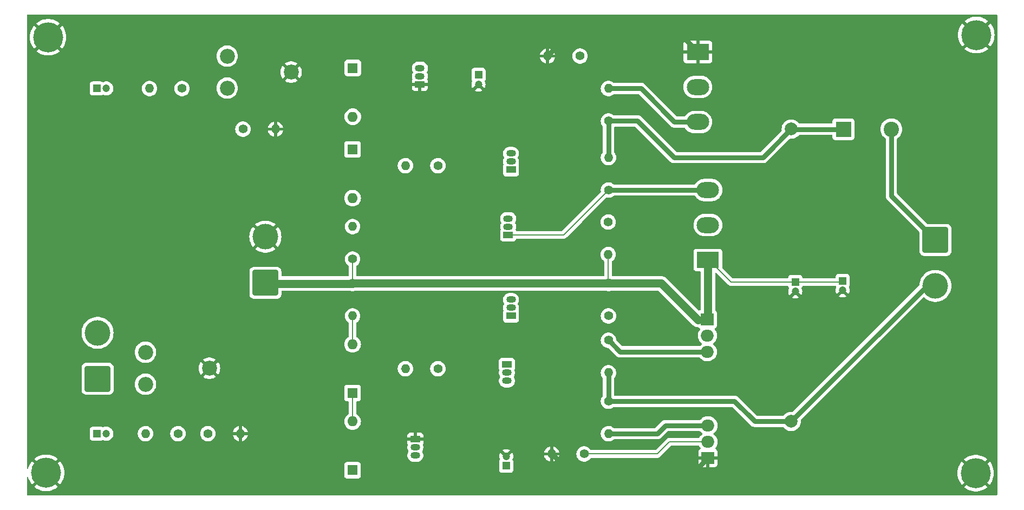
<source format=gbr>
%TF.GenerationSoftware,KiCad,Pcbnew,8.0.1*%
%TF.CreationDate,2024-09-10T19:28:36-07:00*%
%TF.ProjectId,Dorr_Amp_REV-,446f7272-5f41-46d7-905f-5245562d2e6b,-*%
%TF.SameCoordinates,Original*%
%TF.FileFunction,Copper,L2,Bot*%
%TF.FilePolarity,Positive*%
%FSLAX46Y46*%
G04 Gerber Fmt 4.6, Leading zero omitted, Abs format (unit mm)*
G04 Created by KiCad (PCBNEW 8.0.1) date 2024-09-10 19:28:36*
%MOMM*%
%LPD*%
G01*
G04 APERTURE LIST*
G04 Aperture macros list*
%AMRoundRect*
0 Rectangle with rounded corners*
0 $1 Rounding radius*
0 $2 $3 $4 $5 $6 $7 $8 $9 X,Y pos of 4 corners*
0 Add a 4 corners polygon primitive as box body*
4,1,4,$2,$3,$4,$5,$6,$7,$8,$9,$2,$3,0*
0 Add four circle primitives for the rounded corners*
1,1,$1+$1,$2,$3*
1,1,$1+$1,$4,$5*
1,1,$1+$1,$6,$7*
1,1,$1+$1,$8,$9*
0 Add four rect primitives between the rounded corners*
20,1,$1+$1,$2,$3,$4,$5,0*
20,1,$1+$1,$4,$5,$6,$7,0*
20,1,$1+$1,$6,$7,$8,$9,0*
20,1,$1+$1,$8,$9,$2,$3,0*%
G04 Aperture macros list end*
%TA.AperFunction,ComponentPad*%
%ADD10C,1.400000*%
%TD*%
%TA.AperFunction,ComponentPad*%
%ADD11O,1.400000X1.400000*%
%TD*%
%TA.AperFunction,ComponentPad*%
%ADD12C,2.000000*%
%TD*%
%TA.AperFunction,ComponentPad*%
%ADD13R,1.200000X1.200000*%
%TD*%
%TA.AperFunction,ComponentPad*%
%ADD14C,1.200000*%
%TD*%
%TA.AperFunction,ComponentPad*%
%ADD15C,4.700000*%
%TD*%
%TA.AperFunction,ComponentPad*%
%ADD16RoundRect,0.250000X1.750000X-1.750000X1.750000X1.750000X-1.750000X1.750000X-1.750000X-1.750000X0*%
%TD*%
%TA.AperFunction,ComponentPad*%
%ADD17C,4.000000*%
%TD*%
%TA.AperFunction,ComponentPad*%
%ADD18C,2.340000*%
%TD*%
%TA.AperFunction,ComponentPad*%
%ADD19R,1.500000X1.050000*%
%TD*%
%TA.AperFunction,ComponentPad*%
%ADD20O,1.500000X1.050000*%
%TD*%
%TA.AperFunction,ComponentPad*%
%ADD21R,1.600000X1.600000*%
%TD*%
%TA.AperFunction,ComponentPad*%
%ADD22O,1.600000X1.600000*%
%TD*%
%TA.AperFunction,ComponentPad*%
%ADD23R,3.500000X2.500000*%
%TD*%
%TA.AperFunction,ComponentPad*%
%ADD24O,3.500000X2.500000*%
%TD*%
%TA.AperFunction,ComponentPad*%
%ADD25RoundRect,0.250000X-1.750000X1.750000X-1.750000X-1.750000X1.750000X-1.750000X1.750000X1.750000X0*%
%TD*%
%TA.AperFunction,ComponentPad*%
%ADD26R,2.000000X1.905000*%
%TD*%
%TA.AperFunction,ComponentPad*%
%ADD27O,2.000000X1.905000*%
%TD*%
%TA.AperFunction,ComponentPad*%
%ADD28R,2.400000X2.400000*%
%TD*%
%TA.AperFunction,ComponentPad*%
%ADD29C,2.400000*%
%TD*%
%TA.AperFunction,Conductor*%
%ADD30C,0.200000*%
%TD*%
%TA.AperFunction,Conductor*%
%ADD31C,0.762000*%
%TD*%
%TA.AperFunction,Conductor*%
%ADD32C,1.270000*%
%TD*%
G04 APERTURE END LIST*
D10*
%TO.P,R8,1*%
%TO.N,Net-(D1-K)*%
X67260000Y-128665000D03*
D11*
%TO.P,R8,2*%
%TO.N,GND*%
X72340000Y-128665000D03*
%TD*%
D10*
%TO.P,R14,1*%
%TO.N,Net-(C8-Pad1)*%
X103220800Y-86759800D03*
D11*
%TO.P,R14,2*%
%TO.N,Net-(D3-K)*%
X98140800Y-86759800D03*
%TD*%
D12*
%TO.P,TP1,1,1*%
%TO.N,Net-(J1-Pin_2)*%
X158465800Y-126764800D03*
%TD*%
D10*
%TO.P,R12,1*%
%TO.N,Net-(D3-K)*%
X72740800Y-81044800D03*
D11*
%TO.P,R12,2*%
%TO.N,GND*%
X77820800Y-81044800D03*
%TD*%
D13*
%TO.P,C1,1*%
%TO.N,/18V*%
X159100800Y-104944800D03*
D14*
%TO.P,C1,2*%
%TO.N,GND*%
X159100800Y-106444800D03*
%TD*%
D15*
%TO.P,H1,1,1*%
%TO.N,GND*%
X42265600Y-66675000D03*
%TD*%
%TO.P,H3,1,1*%
%TO.N,GND*%
X41960800Y-134797800D03*
%TD*%
D10*
%TO.P,R15,1*%
%TO.N,Net-(Q2-B)*%
X129850000Y-95575000D03*
D11*
%TO.P,R15,2*%
%TO.N,/18V*%
X129850000Y-100655000D03*
%TD*%
D16*
%TO.P,J3,1,Pin_1*%
%TO.N,/18V*%
X76250800Y-105079800D03*
D17*
%TO.P,J3,2,Pin_2*%
%TO.N,GND*%
X76250800Y-97879800D03*
%TD*%
D15*
%TO.P,H4,1,1*%
%TO.N,GND*%
X187299600Y-134848600D03*
%TD*%
%TO.P,H2,1,1*%
%TO.N,GND*%
X187401200Y-66319400D03*
%TD*%
D10*
%TO.P,R3,1*%
%TO.N,Net-(Q1-E)*%
X129890800Y-114064800D03*
D11*
%TO.P,R3,2*%
%TO.N,Net-(J1-Pin_2)*%
X129890800Y-119144800D03*
%TD*%
D13*
%TO.P,C3,1*%
%TO.N,Net-(J2-Pin_1)*%
X49880800Y-128669800D03*
D14*
%TO.P,C3,2*%
%TO.N,Net-(C3-Pad2)*%
X51380800Y-128669800D03*
%TD*%
D18*
%TO.P,R11,1*%
%TO.N,Net-(D3-K)*%
X70280800Y-74629800D03*
%TO.P,R11,2*%
%TO.N,GND*%
X80280800Y-72129800D03*
%TO.P,R11,3*%
%TO.N,N/C*%
X70280800Y-69629800D03*
%TD*%
D10*
%TO.P,R2,1*%
%TO.N,Net-(Q1-C)*%
X129890800Y-110254800D03*
D11*
%TO.P,R2,2*%
%TO.N,/18V*%
X129890800Y-105174800D03*
%TD*%
D13*
%TO.P,C5,1*%
%TO.N,Net-(J2-Pin_2)*%
X49880800Y-74694800D03*
D14*
%TO.P,C5,2*%
%TO.N,Net-(C5-Pad2)*%
X51380800Y-74694800D03*
%TD*%
D19*
%TO.P,Q6,1,E*%
%TO.N,GND*%
X100405800Y-74059800D03*
D20*
%TO.P,Q6,2,B*%
%TO.N,Net-(D3-K)*%
X100405800Y-72789800D03*
%TO.P,Q6,3,C*%
%TO.N,Net-(D4-K)*%
X100405800Y-71519800D03*
%TD*%
D21*
%TO.P,D3,1,K*%
%TO.N,Net-(D3-K)*%
X89885800Y-84219800D03*
D22*
%TO.P,D3,2,A*%
%TO.N,Net-(D3-A)*%
X89885800Y-91839800D03*
%TD*%
D13*
%TO.P,C6,1*%
%TO.N,Net-(D4-K)*%
X109570800Y-72559800D03*
D14*
%TO.P,C6,2*%
%TO.N,GND*%
X109570800Y-74059800D03*
%TD*%
D10*
%TO.P,R10,1*%
%TO.N,Net-(D3-K)*%
X63215800Y-74694800D03*
D11*
%TO.P,R10,2*%
%TO.N,Net-(C5-Pad2)*%
X58135800Y-74694800D03*
%TD*%
D13*
%TO.P,C4,1*%
%TO.N,Net-(D2-K)*%
X113900000Y-133687600D03*
D14*
%TO.P,C4,2*%
%TO.N,GND*%
X113900000Y-132187600D03*
%TD*%
D10*
%TO.P,R6,1*%
%TO.N,Net-(D1-K)*%
X62580800Y-128669800D03*
D11*
%TO.P,R6,2*%
%TO.N,Net-(C3-Pad2)*%
X57500800Y-128669800D03*
%TD*%
D23*
%TO.P,Q10,1,E*%
%TO.N,GND*%
X143860800Y-68979800D03*
D24*
%TO.P,Q10,2,B*%
%TO.N,Net-(Q10-B)*%
X143860800Y-74454800D03*
%TO.P,Q10,3,C*%
%TO.N,Net-(Q10-C)*%
X143860800Y-79929800D03*
%TD*%
D13*
%TO.P,C7,1*%
%TO.N,/18V*%
X166500000Y-104765000D03*
D14*
%TO.P,C7,2*%
%TO.N,GND*%
X166500000Y-106265000D03*
%TD*%
D10*
%TO.P,R16,1*%
%TO.N,Net-(Q10-B)*%
X125445800Y-69614800D03*
D11*
%TO.P,R16,2*%
%TO.N,GND*%
X120365800Y-69614800D03*
%TD*%
D21*
%TO.P,D1,1,K*%
%TO.N,Net-(D1-K)*%
X89885800Y-122319800D03*
D22*
%TO.P,D1,2,A*%
%TO.N,Net-(D1-A)*%
X89885800Y-114699800D03*
%TD*%
D10*
%TO.P,R9,1*%
%TO.N,Net-(Q4-C)*%
X126080800Y-131844800D03*
D11*
%TO.P,R9,2*%
%TO.N,GND*%
X121000800Y-131844800D03*
%TD*%
D25*
%TO.P,J1,1,Pin_1*%
%TO.N,Net-(J1-Pin_1)*%
X181000000Y-98365000D03*
D17*
%TO.P,J1,2,Pin_2*%
%TO.N,Net-(J1-Pin_2)*%
X181000000Y-105565000D03*
%TD*%
D19*
%TO.P,Q8,1,E*%
%TO.N,Net-(Q10-C)*%
X114650800Y-87394800D03*
D20*
%TO.P,Q8,2,B*%
%TO.N,Net-(D4-K)*%
X114650800Y-86124800D03*
%TO.P,Q8,3,C*%
%TO.N,Net-(Q10-B)*%
X114650800Y-84854800D03*
%TD*%
D10*
%TO.P,R18,1*%
%TO.N,Net-(C8-Pad1)*%
X129890800Y-79774800D03*
D11*
%TO.P,R18,2*%
%TO.N,Net-(Q10-C)*%
X129890800Y-74694800D03*
%TD*%
D18*
%TO.P,R7,1*%
%TO.N,Net-(D1-K)*%
X57500000Y-120940000D03*
%TO.P,R7,2*%
%TO.N,GND*%
X67500000Y-118440000D03*
%TO.P,R7,3*%
%TO.N,N/C*%
X57500000Y-115940000D03*
%TD*%
D19*
%TO.P,Q1,1,E*%
%TO.N,Net-(Q1-E)*%
X114650800Y-110254800D03*
D20*
%TO.P,Q1,2,B*%
%TO.N,Net-(D1-A)*%
X114650800Y-108984800D03*
%TO.P,Q1,3,C*%
%TO.N,Net-(Q1-C)*%
X114650800Y-107714800D03*
%TD*%
D10*
%TO.P,R17,1*%
%TO.N,Net-(Q2-C)*%
X129890800Y-90569800D03*
D11*
%TO.P,R17,2*%
%TO.N,Net-(C8-Pad1)*%
X129890800Y-85489800D03*
%TD*%
D26*
%TO.P,Q9,1,E*%
%TO.N,/18V*%
X145355800Y-110789800D03*
D27*
%TO.P,Q9,2,B*%
%TO.N,Net-(Q1-C)*%
X145355800Y-113329800D03*
%TO.P,Q9,3,C*%
%TO.N,Net-(Q1-E)*%
X145355800Y-115869800D03*
%TD*%
D12*
%TO.P,TP2,1,1*%
%TO.N,Net-(C8-Pad1)*%
X158465800Y-81044800D03*
%TD*%
D10*
%TO.P,R1,1*%
%TO.N,/18V*%
X89885800Y-105174800D03*
D11*
%TO.P,R1,2*%
%TO.N,Net-(D1-A)*%
X89885800Y-110254800D03*
%TD*%
D19*
%TO.P,Q7,1,E*%
%TO.N,Net-(Q2-C)*%
X114210000Y-97585000D03*
D20*
%TO.P,Q7,2,B*%
%TO.N,Net-(D3-A)*%
X114210000Y-96315000D03*
%TO.P,Q7,3,C*%
%TO.N,Net-(Q2-B)*%
X114210000Y-95045000D03*
%TD*%
D16*
%TO.P,J2,1,Pin_1*%
%TO.N,Net-(J2-Pin_1)*%
X50007800Y-120096400D03*
D17*
%TO.P,J2,2,Pin_2*%
%TO.N,Net-(J2-Pin_2)*%
X50007800Y-112896400D03*
%TD*%
D21*
%TO.P,D4,1,K*%
%TO.N,Net-(D4-K)*%
X89911200Y-71494400D03*
D22*
%TO.P,D4,2,A*%
%TO.N,Net-(D3-K)*%
X89911200Y-79114400D03*
%TD*%
D19*
%TO.P,Q3,1,E*%
%TO.N,GND*%
X99700000Y-129525000D03*
D20*
%TO.P,Q3,2,B*%
%TO.N,Net-(D1-K)*%
X99700000Y-130795000D03*
%TO.P,Q3,3,C*%
%TO.N,Net-(D2-K)*%
X99700000Y-132065000D03*
%TD*%
D26*
%TO.P,Q5,1,E*%
%TO.N,GND*%
X145440800Y-132479800D03*
D27*
%TO.P,Q5,2,B*%
%TO.N,Net-(Q4-C)*%
X145440800Y-129939800D03*
%TO.P,Q5,3,C*%
%TO.N,Net-(Q4-E)*%
X145440800Y-127399800D03*
%TD*%
D28*
%TO.P,C8,1*%
%TO.N,Net-(C8-Pad1)*%
X166626041Y-81065000D03*
D29*
%TO.P,C8,2*%
%TO.N,Net-(J1-Pin_1)*%
X174126041Y-81065000D03*
%TD*%
D19*
%TO.P,Q4,1,E*%
%TO.N,Net-(Q4-E)*%
X114015800Y-117874800D03*
D20*
%TO.P,Q4,2,B*%
%TO.N,Net-(D2-K)*%
X114015800Y-119144800D03*
%TO.P,Q4,3,C*%
%TO.N,Net-(Q4-C)*%
X114015800Y-120414800D03*
%TD*%
D10*
%TO.P,R13,1*%
%TO.N,/18V*%
X89885800Y-101364800D03*
D11*
%TO.P,R13,2*%
%TO.N,Net-(D3-A)*%
X89885800Y-96284800D03*
%TD*%
D10*
%TO.P,R5,1*%
%TO.N,Net-(J1-Pin_2)*%
X129890800Y-123589800D03*
D11*
%TO.P,R5,2*%
%TO.N,Net-(Q4-E)*%
X129890800Y-128669800D03*
%TD*%
D10*
%TO.P,R4,1*%
%TO.N,Net-(J1-Pin_2)*%
X103220800Y-118509800D03*
D11*
%TO.P,R4,2*%
%TO.N,Net-(D1-K)*%
X98140800Y-118509800D03*
%TD*%
D21*
%TO.P,D2,1,K*%
%TO.N,Net-(D2-K)*%
X89885800Y-134384800D03*
D22*
%TO.P,D2,2,A*%
%TO.N,Net-(D1-K)*%
X89885800Y-126764800D03*
%TD*%
D23*
%TO.P,Q2,1,E*%
%TO.N,/18V*%
X145440800Y-101519800D03*
D24*
%TO.P,Q2,2,B*%
%TO.N,Net-(Q2-B)*%
X145440800Y-96044800D03*
%TO.P,Q2,3,C*%
%TO.N,Net-(Q2-C)*%
X145440800Y-90569800D03*
%TD*%
D30*
%TO.N,/18V*%
X166320200Y-104944800D02*
X166500000Y-104765000D01*
X159100800Y-104944800D02*
X166320200Y-104944800D01*
D31*
%TO.N,Net-(J1-Pin_2)*%
X179665600Y-105565000D02*
X181000000Y-105565000D01*
X158465800Y-126764800D02*
X179665600Y-105565000D01*
%TO.N,Net-(C8-Pad1)*%
X166626041Y-81065000D02*
X158486000Y-81065000D01*
X158486000Y-81065000D02*
X158465800Y-81044800D01*
%TO.N,Net-(J1-Pin_1)*%
X174126041Y-91491041D02*
X181000000Y-98365000D01*
X174126041Y-81065000D02*
X174126041Y-91491041D01*
%TO.N,Net-(C8-Pad1)*%
X129890800Y-82949800D02*
X129890800Y-85489800D01*
X158465800Y-81044800D02*
X154020800Y-85489800D01*
X154020800Y-85489800D02*
X140152400Y-85489800D01*
X140152400Y-85489800D02*
X134437400Y-79774800D01*
X129890800Y-82949800D02*
X129890800Y-79774800D01*
X134437400Y-79774800D02*
X129890800Y-79774800D01*
%TO.N,Net-(Q10-C)*%
X140205800Y-79929800D02*
X134970800Y-74694800D01*
X143860800Y-79929800D02*
X140205800Y-79929800D01*
X134970800Y-74694800D02*
X129890800Y-74694800D01*
D30*
%TO.N,Net-(Q2-C)*%
X122875600Y-97585000D02*
X129890800Y-90569800D01*
X114210000Y-97585000D02*
X122875600Y-97585000D01*
D31*
X129890800Y-90569800D02*
X145440800Y-90569800D01*
%TO.N,GND*%
X143860800Y-68979800D02*
X141759200Y-66878200D01*
D30*
X100405800Y-74969800D02*
X100405800Y-74059800D01*
D31*
X143535800Y-134384800D02*
X145440800Y-132479800D01*
X123102400Y-66878200D02*
X120365800Y-69614800D01*
X121000800Y-131844800D02*
X123540800Y-134384800D01*
X141759200Y-66878200D02*
X123102400Y-66878200D01*
X123540800Y-134384800D02*
X143535800Y-134384800D01*
D30*
X100405800Y-74059800D02*
X100680800Y-74059800D01*
X100680800Y-74059800D02*
X100910800Y-74289800D01*
%TO.N,Net-(D3-K)*%
X70215800Y-74694800D02*
X70280800Y-74629800D01*
%TO.N,/18V*%
X149035800Y-104944800D02*
X159100800Y-104944800D01*
X145440800Y-101519800D02*
X145610800Y-101519800D01*
D31*
X145440800Y-101519800D02*
X145461000Y-101540000D01*
D32*
X129890800Y-105174800D02*
X138145800Y-105174800D01*
X145440800Y-101519800D02*
X145440800Y-110704800D01*
X138145800Y-105174800D02*
X143860800Y-110889800D01*
D30*
X145440800Y-110704800D02*
X145355800Y-110789800D01*
X89885800Y-101364800D02*
X89885800Y-105174800D01*
X129850000Y-105134000D02*
X129890800Y-105174800D01*
X129850000Y-100655000D02*
X129850000Y-105134000D01*
D31*
X89867200Y-105193400D02*
X89885800Y-105174800D01*
D32*
X129890800Y-105174800D02*
X89885800Y-105174800D01*
D30*
X145610800Y-101519800D02*
X149035800Y-104944800D01*
D32*
X76169800Y-105193400D02*
X89867200Y-105193400D01*
D30*
%TO.N,Net-(Q4-C)*%
X126080800Y-131844800D02*
X137510800Y-131844800D01*
X139415800Y-129939800D02*
X145440800Y-129939800D01*
X137510800Y-131844800D02*
X139415800Y-129939800D01*
%TO.N,Net-(D1-K)*%
X89885800Y-122319800D02*
X89885800Y-126764800D01*
X98140800Y-118509800D02*
X97505800Y-118509800D01*
D31*
%TO.N,Net-(Q4-E)*%
X137510800Y-128669800D02*
X138780800Y-127399800D01*
X138780800Y-127399800D02*
X145440800Y-127399800D01*
X129890800Y-128669800D02*
X137510800Y-128669800D01*
D30*
%TO.N,Net-(D1-A)*%
X89885800Y-110254800D02*
X89885800Y-114699800D01*
%TO.N,Net-(Q1-C)*%
X144755800Y-112729800D02*
X145355800Y-113329800D01*
D31*
%TO.N,Net-(Q1-E)*%
X131695800Y-115869800D02*
X145355800Y-115869800D01*
X129890800Y-114064800D02*
X131695800Y-115869800D01*
D30*
%TO.N,Net-(Q2-B)*%
X144410800Y-95014800D02*
X145440800Y-96044800D01*
%TO.N,Net-(D4-K)*%
X89936600Y-71519800D02*
X89911200Y-71494400D01*
X90495400Y-71545200D02*
X89885800Y-72154800D01*
%TO.N,Net-(J2-Pin_2)*%
X49982400Y-74820407D02*
X49880800Y-74718807D01*
X49880800Y-74718807D02*
X49880800Y-74694800D01*
X49880800Y-112769400D02*
X50007800Y-112896400D01*
D31*
%TO.N,Net-(J2-Pin_1)*%
X50007800Y-128542800D02*
X49880800Y-128669800D01*
D30*
X49982400Y-128568200D02*
X49880800Y-128669800D01*
D31*
%TO.N,Net-(J1-Pin_2)*%
X129916200Y-123615200D02*
X129890800Y-123589800D01*
X152750800Y-126764800D02*
X149601200Y-123615200D01*
X149601200Y-123615200D02*
X129916200Y-123615200D01*
X129890800Y-119144800D02*
X129890800Y-123589800D01*
X158465800Y-126764800D02*
X152750800Y-126764800D01*
%TD*%
%TA.AperFunction,Conductor*%
%TO.N,GND*%
G36*
X190623339Y-63149985D02*
G01*
X190669094Y-63202789D01*
X190680300Y-63254300D01*
X190680300Y-138205300D01*
X190660615Y-138272339D01*
X190607811Y-138318094D01*
X190556300Y-138329300D01*
X39075300Y-138329300D01*
X39008261Y-138309615D01*
X38962506Y-138256811D01*
X38951300Y-138205300D01*
X38951300Y-135529037D01*
X38970985Y-135461998D01*
X39023789Y-135416243D01*
X39092947Y-135406299D01*
X39156503Y-135435324D01*
X39194091Y-135493474D01*
X39278136Y-135774208D01*
X39409627Y-136079036D01*
X39409633Y-136079049D01*
X39575624Y-136366555D01*
X39773157Y-136631887D01*
X40845528Y-135559516D01*
X40931078Y-135677266D01*
X41081334Y-135827522D01*
X41199081Y-135913070D01*
X40130089Y-136982063D01*
X40256015Y-137087725D01*
X40533388Y-137270156D01*
X40830052Y-137419147D01*
X40830058Y-137419150D01*
X41142013Y-137532692D01*
X41142034Y-137532699D01*
X41465048Y-137609256D01*
X41465063Y-137609258D01*
X41794812Y-137647799D01*
X41794813Y-137647800D01*
X42126787Y-137647800D01*
X42126787Y-137647799D01*
X42456536Y-137609258D01*
X42456551Y-137609256D01*
X42779565Y-137532699D01*
X42779586Y-137532692D01*
X43091541Y-137419150D01*
X43091547Y-137419147D01*
X43388211Y-137270156D01*
X43665589Y-137087722D01*
X43791508Y-136982063D01*
X43791509Y-136982062D01*
X42722518Y-135913070D01*
X42840266Y-135827522D01*
X42990522Y-135677266D01*
X43076070Y-135559517D01*
X44148441Y-136631888D01*
X44345975Y-136366556D01*
X44511966Y-136079049D01*
X44511972Y-136079036D01*
X44643463Y-135774208D01*
X44738678Y-135456165D01*
X44738681Y-135456151D01*
X44778087Y-135232670D01*
X88585300Y-135232670D01*
X88585301Y-135232676D01*
X88591708Y-135292283D01*
X88642002Y-135427128D01*
X88642006Y-135427135D01*
X88728252Y-135542344D01*
X88728255Y-135542347D01*
X88843464Y-135628593D01*
X88843471Y-135628597D01*
X88978317Y-135678891D01*
X88978316Y-135678891D01*
X88985244Y-135679635D01*
X89037927Y-135685300D01*
X90733672Y-135685299D01*
X90793283Y-135678891D01*
X90928131Y-135628596D01*
X91043346Y-135542346D01*
X91129596Y-135427131D01*
X91179891Y-135292283D01*
X91186300Y-135232673D01*
X91186300Y-134848603D01*
X184444770Y-134848603D01*
X184464073Y-135180026D01*
X184464074Y-135180037D01*
X184521718Y-135506951D01*
X184521721Y-135506965D01*
X184616936Y-135825008D01*
X184748427Y-136129836D01*
X184748433Y-136129849D01*
X184914424Y-136417355D01*
X185111957Y-136682687D01*
X186184328Y-135610316D01*
X186269878Y-135728066D01*
X186420134Y-135878322D01*
X186537881Y-135963870D01*
X185468889Y-137032863D01*
X185594815Y-137138525D01*
X185872188Y-137320956D01*
X186168852Y-137469947D01*
X186168858Y-137469950D01*
X186480813Y-137583492D01*
X186480834Y-137583499D01*
X186803848Y-137660056D01*
X186803863Y-137660058D01*
X187133612Y-137698599D01*
X187133613Y-137698600D01*
X187465587Y-137698600D01*
X187465587Y-137698599D01*
X187795336Y-137660058D01*
X187795351Y-137660056D01*
X188118365Y-137583499D01*
X188118386Y-137583492D01*
X188430341Y-137469950D01*
X188430347Y-137469947D01*
X188727011Y-137320956D01*
X189004389Y-137138522D01*
X189130308Y-137032863D01*
X189130309Y-137032862D01*
X188061318Y-135963870D01*
X188179066Y-135878322D01*
X188329322Y-135728066D01*
X188414870Y-135610317D01*
X189487241Y-136682688D01*
X189684775Y-136417356D01*
X189850766Y-136129849D01*
X189850772Y-136129836D01*
X189982263Y-135825008D01*
X190077478Y-135506965D01*
X190077481Y-135506951D01*
X190135125Y-135180037D01*
X190135126Y-135180026D01*
X190154430Y-134848603D01*
X190154430Y-134848596D01*
X190135126Y-134517173D01*
X190135125Y-134517162D01*
X190077481Y-134190248D01*
X190077478Y-134190234D01*
X189982263Y-133872191D01*
X189850772Y-133567363D01*
X189850766Y-133567350D01*
X189684772Y-133279839D01*
X189487242Y-133014510D01*
X188414870Y-134086881D01*
X188329322Y-133969134D01*
X188179066Y-133818878D01*
X188061317Y-133733328D01*
X189130309Y-132664336D01*
X189130309Y-132664335D01*
X189004384Y-132558674D01*
X188727011Y-132376243D01*
X188430347Y-132227252D01*
X188430341Y-132227249D01*
X188118386Y-132113707D01*
X188118365Y-132113700D01*
X187795351Y-132037143D01*
X187795336Y-132037141D01*
X187465587Y-131998600D01*
X187133613Y-131998600D01*
X186803863Y-132037141D01*
X186803848Y-132037143D01*
X186480834Y-132113700D01*
X186480813Y-132113707D01*
X186168858Y-132227249D01*
X186168852Y-132227252D01*
X185872181Y-132376246D01*
X185594820Y-132558670D01*
X185594813Y-132558675D01*
X185468889Y-132664335D01*
X186537882Y-133733328D01*
X186420134Y-133818878D01*
X186269878Y-133969134D01*
X186184328Y-134086882D01*
X185111957Y-133014511D01*
X185111956Y-133014511D01*
X184914429Y-133279836D01*
X184914425Y-133279842D01*
X184748433Y-133567350D01*
X184748427Y-133567363D01*
X184616936Y-133872191D01*
X184521721Y-134190234D01*
X184521718Y-134190248D01*
X184464074Y-134517162D01*
X184464073Y-134517173D01*
X184444770Y-134848596D01*
X184444770Y-134848603D01*
X91186300Y-134848603D01*
X91186299Y-133536928D01*
X91179891Y-133477317D01*
X91129596Y-133342469D01*
X91129595Y-133342468D01*
X91129593Y-133342464D01*
X91043347Y-133227255D01*
X91043344Y-133227252D01*
X90928135Y-133141006D01*
X90928128Y-133141002D01*
X90793282Y-133090708D01*
X90793283Y-133090708D01*
X90733683Y-133084301D01*
X90733681Y-133084300D01*
X90733673Y-133084300D01*
X90733664Y-133084300D01*
X89037929Y-133084300D01*
X89037923Y-133084301D01*
X88978316Y-133090708D01*
X88843471Y-133141002D01*
X88843464Y-133141006D01*
X88728255Y-133227252D01*
X88728252Y-133227255D01*
X88642006Y-133342464D01*
X88642002Y-133342471D01*
X88591708Y-133477317D01*
X88585301Y-133536916D01*
X88585301Y-133536923D01*
X88585300Y-133536935D01*
X88585300Y-135232670D01*
X44778087Y-135232670D01*
X44796325Y-135129237D01*
X44796326Y-135129226D01*
X44815630Y-134797803D01*
X44815630Y-134797796D01*
X44796326Y-134466373D01*
X44796325Y-134466362D01*
X44738681Y-134139448D01*
X44738678Y-134139434D01*
X44643463Y-133821391D01*
X44511972Y-133516563D01*
X44511966Y-133516550D01*
X44345972Y-133229039D01*
X44148442Y-132963710D01*
X43076070Y-134036081D01*
X42990522Y-133918334D01*
X42840266Y-133768078D01*
X42722517Y-133682528D01*
X43791509Y-132613536D01*
X43791509Y-132613535D01*
X43665584Y-132507874D01*
X43388211Y-132325443D01*
X43091547Y-132176452D01*
X43091541Y-132176449D01*
X43062852Y-132166007D01*
X98449500Y-132166007D01*
X98488907Y-132364119D01*
X98488909Y-132364127D01*
X98566212Y-132550752D01*
X98566217Y-132550762D01*
X98678441Y-132718718D01*
X98821281Y-132861558D01*
X98989237Y-132973782D01*
X98989241Y-132973784D01*
X98989244Y-132973786D01*
X99175873Y-133051091D01*
X99373992Y-133090499D01*
X99373996Y-133090500D01*
X99373997Y-133090500D01*
X100026004Y-133090500D01*
X100026005Y-133090499D01*
X100224127Y-133051091D01*
X100410756Y-132973786D01*
X100578718Y-132861558D01*
X100721558Y-132718718D01*
X100833786Y-132550756D01*
X100911091Y-132364127D01*
X100946204Y-132187600D01*
X112795287Y-132187600D01*
X112814096Y-132390589D01*
X112814097Y-132390591D01*
X112869884Y-132586663D01*
X112869890Y-132586678D01*
X112907688Y-132662585D01*
X112919949Y-132731370D01*
X112895955Y-132792168D01*
X112856204Y-132845268D01*
X112856202Y-132845271D01*
X112805908Y-132980117D01*
X112803348Y-133003935D01*
X112799501Y-133039723D01*
X112799500Y-133039735D01*
X112799500Y-134335470D01*
X112799501Y-134335476D01*
X112805908Y-134395083D01*
X112856202Y-134529928D01*
X112856206Y-134529935D01*
X112942452Y-134645144D01*
X112942455Y-134645147D01*
X113057664Y-134731393D01*
X113057671Y-134731397D01*
X113192517Y-134781691D01*
X113192516Y-134781691D01*
X113199444Y-134782435D01*
X113252127Y-134788100D01*
X114547872Y-134788099D01*
X114607483Y-134781691D01*
X114742331Y-134731396D01*
X114857546Y-134645146D01*
X114943796Y-134529931D01*
X114994091Y-134395083D01*
X115000500Y-134335473D01*
X115000499Y-133039728D01*
X114994091Y-132980117D01*
X114991728Y-132973782D01*
X114943797Y-132845271D01*
X114943795Y-132845268D01*
X114904044Y-132792167D01*
X114879627Y-132726703D01*
X114892311Y-132662583D01*
X114930114Y-132586664D01*
X114930115Y-132586663D01*
X114985902Y-132390591D01*
X114985903Y-132390589D01*
X115004713Y-132187600D01*
X115004713Y-132187599D01*
X114996114Y-132094800D01*
X119824305Y-132094800D01*
X119877039Y-132280149D01*
X119976168Y-132479225D01*
X120110191Y-132656700D01*
X120274538Y-132806521D01*
X120463620Y-132923597D01*
X120463622Y-132923598D01*
X120670995Y-133003935D01*
X120750800Y-133018852D01*
X120750800Y-132094800D01*
X119824305Y-132094800D01*
X114996114Y-132094800D01*
X114985903Y-131984610D01*
X114985902Y-131984607D01*
X114959234Y-131890878D01*
X120650800Y-131890878D01*
X120674652Y-131979895D01*
X120720730Y-132059705D01*
X120785895Y-132124870D01*
X120865705Y-132170948D01*
X120954722Y-132194800D01*
X121046878Y-132194800D01*
X121135895Y-132170948D01*
X121215705Y-132124870D01*
X121245775Y-132094800D01*
X121250800Y-132094800D01*
X121250800Y-133018852D01*
X121330604Y-133003935D01*
X121537977Y-132923598D01*
X121537979Y-132923597D01*
X121727061Y-132806521D01*
X121891408Y-132656700D01*
X122025431Y-132479225D01*
X122124560Y-132280149D01*
X122177295Y-132094800D01*
X121250800Y-132094800D01*
X121245775Y-132094800D01*
X121280870Y-132059705D01*
X121326948Y-131979895D01*
X121350800Y-131890878D01*
X121350800Y-131844800D01*
X124875157Y-131844800D01*
X124895684Y-132066335D01*
X124895685Y-132066337D01*
X124956569Y-132280323D01*
X124956575Y-132280338D01*
X125055738Y-132479483D01*
X125055743Y-132479491D01*
X125189820Y-132657038D01*
X125354237Y-132806923D01*
X125354239Y-132806925D01*
X125543395Y-132924045D01*
X125543396Y-132924045D01*
X125543399Y-132924047D01*
X125750860Y-133004418D01*
X125969557Y-133045300D01*
X125969559Y-133045300D01*
X126192041Y-133045300D01*
X126192043Y-133045300D01*
X126410740Y-133004418D01*
X126618201Y-132924047D01*
X126807362Y-132806924D01*
X126963773Y-132664336D01*
X126971779Y-132657038D01*
X126972035Y-132656700D01*
X127094467Y-132494572D01*
X127150576Y-132452937D01*
X127193421Y-132445300D01*
X137424131Y-132445300D01*
X137424147Y-132445301D01*
X137431743Y-132445301D01*
X137589854Y-132445301D01*
X137589857Y-132445301D01*
X137742585Y-132404377D01*
X137792704Y-132375439D01*
X137879516Y-132325320D01*
X137991320Y-132213516D01*
X137991320Y-132213514D01*
X138001528Y-132203307D01*
X138001529Y-132203304D01*
X139628216Y-130576619D01*
X139689539Y-130543134D01*
X139715897Y-130540300D01*
X143992542Y-130540300D01*
X144059581Y-130559985D01*
X144103027Y-130608005D01*
X144142351Y-130685182D01*
X144150583Y-130701338D01*
X144283629Y-130884460D01*
X144307109Y-130950266D01*
X144291284Y-131018320D01*
X144241178Y-131067015D01*
X144226648Y-131073526D01*
X144198712Y-131083946D01*
X144198706Y-131083949D01*
X144083612Y-131170109D01*
X144083609Y-131170112D01*
X143997449Y-131285206D01*
X143997445Y-131285213D01*
X143947203Y-131419920D01*
X143947201Y-131419927D01*
X143940800Y-131479455D01*
X143940800Y-132229800D01*
X144950052Y-132229800D01*
X144928282Y-132267508D01*
X144890800Y-132407391D01*
X144890800Y-132552209D01*
X144928282Y-132692092D01*
X144950052Y-132729800D01*
X143940800Y-132729800D01*
X143940800Y-133480144D01*
X143947201Y-133539672D01*
X143947203Y-133539679D01*
X143997445Y-133674386D01*
X143997449Y-133674393D01*
X144083609Y-133789487D01*
X144083612Y-133789490D01*
X144198706Y-133875650D01*
X144198713Y-133875654D01*
X144333420Y-133925896D01*
X144333427Y-133925898D01*
X144392955Y-133932299D01*
X144392972Y-133932300D01*
X145190800Y-133932300D01*
X145190800Y-132970547D01*
X145228508Y-132992318D01*
X145368391Y-133029800D01*
X145513209Y-133029800D01*
X145653092Y-132992318D01*
X145690800Y-132970547D01*
X145690800Y-133932300D01*
X146488628Y-133932300D01*
X146488644Y-133932299D01*
X146548172Y-133925898D01*
X146548179Y-133925896D01*
X146682886Y-133875654D01*
X146682893Y-133875650D01*
X146797987Y-133789490D01*
X146797990Y-133789487D01*
X146884150Y-133674393D01*
X146884154Y-133674386D01*
X146934396Y-133539679D01*
X146934398Y-133539672D01*
X146940799Y-133480144D01*
X146940800Y-133480127D01*
X146940800Y-132729800D01*
X145931548Y-132729800D01*
X145953318Y-132692092D01*
X145990800Y-132552209D01*
X145990800Y-132407391D01*
X145953318Y-132267508D01*
X145931548Y-132229800D01*
X146940800Y-132229800D01*
X146940800Y-131479472D01*
X146940799Y-131479455D01*
X146934398Y-131419927D01*
X146934396Y-131419920D01*
X146884154Y-131285213D01*
X146884150Y-131285206D01*
X146797990Y-131170112D01*
X146797987Y-131170109D01*
X146682893Y-131083949D01*
X146682883Y-131083944D01*
X146654953Y-131073526D01*
X146599020Y-131031654D01*
X146574604Y-130966189D01*
X146589457Y-130897916D01*
X146597959Y-130884475D01*
X146731017Y-130701338D01*
X146834848Y-130497558D01*
X146835393Y-130495880D01*
X146905521Y-130280049D01*
X146905521Y-130280048D01*
X146905522Y-130280045D01*
X146941300Y-130054154D01*
X146941300Y-129825446D01*
X146905522Y-129599555D01*
X146905521Y-129599551D01*
X146905521Y-129599550D01*
X146834849Y-129382044D01*
X146792884Y-129299683D01*
X146731017Y-129178262D01*
X146596586Y-128993234D01*
X146434866Y-128831514D01*
X146350359Y-128770116D01*
X146307696Y-128714788D01*
X146301717Y-128645175D01*
X146334323Y-128583380D01*
X146350356Y-128569485D01*
X146434866Y-128508086D01*
X146596586Y-128346366D01*
X146731017Y-128161338D01*
X146834848Y-127957558D01*
X146868898Y-127852764D01*
X146905521Y-127740049D01*
X146905521Y-127740048D01*
X146905522Y-127740045D01*
X146941300Y-127514154D01*
X146941300Y-127285446D01*
X146905522Y-127059555D01*
X146905521Y-127059551D01*
X146905521Y-127059550D01*
X146834849Y-126842044D01*
X146770163Y-126715091D01*
X146731017Y-126638262D01*
X146596586Y-126453234D01*
X146434866Y-126291514D01*
X146249838Y-126157083D01*
X146161487Y-126112066D01*
X146046055Y-126053250D01*
X145828548Y-125982578D01*
X145659126Y-125955744D01*
X145602654Y-125946800D01*
X145278946Y-125946800D01*
X145203649Y-125958726D01*
X145053053Y-125982578D01*
X145053050Y-125982578D01*
X144835544Y-126053250D01*
X144631761Y-126157083D01*
X144526196Y-126233780D01*
X144446734Y-126291514D01*
X144446732Y-126291516D01*
X144446731Y-126291516D01*
X144285012Y-126453235D01*
X144285008Y-126453240D01*
X144274877Y-126467185D01*
X144219547Y-126509851D01*
X144174559Y-126518300D01*
X138693977Y-126518300D01*
X138523681Y-126552174D01*
X138523671Y-126552177D01*
X138363259Y-126618621D01*
X138363247Y-126618628D01*
X138274424Y-126677979D01*
X138274423Y-126677979D01*
X138218880Y-126715091D01*
X138218872Y-126715097D01*
X137181989Y-127751981D01*
X137120666Y-127785466D01*
X137094308Y-127788300D01*
X130753840Y-127788300D01*
X130686801Y-127768615D01*
X130670302Y-127755937D01*
X130617362Y-127707676D01*
X130617360Y-127707674D01*
X130428204Y-127590554D01*
X130428198Y-127590552D01*
X130220740Y-127510182D01*
X130002043Y-127469300D01*
X129779557Y-127469300D01*
X129560860Y-127510182D01*
X129468468Y-127545975D01*
X129353401Y-127590552D01*
X129353395Y-127590554D01*
X129164239Y-127707674D01*
X129164237Y-127707676D01*
X128999820Y-127857561D01*
X128865743Y-128035108D01*
X128865738Y-128035116D01*
X128766575Y-128234261D01*
X128766569Y-128234276D01*
X128705685Y-128448262D01*
X128705684Y-128448264D01*
X128685157Y-128669799D01*
X128685157Y-128669800D01*
X128705684Y-128891335D01*
X128705685Y-128891337D01*
X128766569Y-129105323D01*
X128766575Y-129105338D01*
X128865738Y-129304483D01*
X128865743Y-129304491D01*
X128999820Y-129482038D01*
X129164237Y-129631923D01*
X129164239Y-129631925D01*
X129353395Y-129749045D01*
X129353396Y-129749045D01*
X129353399Y-129749047D01*
X129560860Y-129829418D01*
X129779557Y-129870300D01*
X129779559Y-129870300D01*
X130002041Y-129870300D01*
X130002043Y-129870300D01*
X130220740Y-129829418D01*
X130428201Y-129749047D01*
X130617362Y-129631924D01*
X130670302Y-129583663D01*
X130733106Y-129553046D01*
X130753840Y-129551300D01*
X137597623Y-129551300D01*
X137712193Y-129528509D01*
X137767924Y-129517424D01*
X137868824Y-129475630D01*
X137928343Y-129450977D01*
X137928344Y-129450976D01*
X137928347Y-129450975D01*
X138072724Y-129354506D01*
X139109610Y-128317618D01*
X139170933Y-128284134D01*
X139197291Y-128281300D01*
X144174559Y-128281300D01*
X144241598Y-128300985D01*
X144274877Y-128332415D01*
X144285008Y-128346359D01*
X144285012Y-128346364D01*
X144285014Y-128346366D01*
X144446734Y-128508086D01*
X144513570Y-128556645D01*
X144531238Y-128569482D01*
X144573903Y-128624813D01*
X144579882Y-128694426D01*
X144547276Y-128756221D01*
X144531238Y-128770118D01*
X144446732Y-128831515D01*
X144285016Y-128993231D01*
X144285016Y-128993232D01*
X144285014Y-128993234D01*
X144269200Y-129015000D01*
X144150583Y-129178261D01*
X144103027Y-129271595D01*
X144055052Y-129322391D01*
X143992542Y-129339300D01*
X139502469Y-129339300D01*
X139502453Y-129339299D01*
X139494857Y-129339299D01*
X139336743Y-129339299D01*
X139229387Y-129368065D01*
X139184010Y-129380224D01*
X139184009Y-129380225D01*
X139133896Y-129409159D01*
X139133895Y-129409160D01*
X139124852Y-129414381D01*
X139047085Y-129459279D01*
X139047082Y-129459281D01*
X138935278Y-129571086D01*
X137298384Y-131207981D01*
X137237061Y-131241466D01*
X137210703Y-131244300D01*
X127193421Y-131244300D01*
X127126382Y-131224615D01*
X127094467Y-131195027D01*
X126971779Y-131032561D01*
X126807362Y-130882676D01*
X126807360Y-130882674D01*
X126618204Y-130765554D01*
X126618198Y-130765552D01*
X126410740Y-130685182D01*
X126192043Y-130644300D01*
X125969557Y-130644300D01*
X125750860Y-130685182D01*
X125709157Y-130701338D01*
X125543401Y-130765552D01*
X125543395Y-130765554D01*
X125354239Y-130882674D01*
X125354237Y-130882676D01*
X125189820Y-131032561D01*
X125055743Y-131210108D01*
X125055738Y-131210116D01*
X124956575Y-131409261D01*
X124956569Y-131409276D01*
X124895685Y-131623262D01*
X124895684Y-131623264D01*
X124875157Y-131844799D01*
X124875157Y-131844800D01*
X121350800Y-131844800D01*
X121350800Y-131798722D01*
X121326948Y-131709705D01*
X121280870Y-131629895D01*
X121215705Y-131564730D01*
X121135895Y-131518652D01*
X121046878Y-131494800D01*
X120954722Y-131494800D01*
X120865705Y-131518652D01*
X120785895Y-131564730D01*
X120720730Y-131629895D01*
X120674652Y-131709705D01*
X120650800Y-131798722D01*
X120650800Y-131890878D01*
X114959234Y-131890878D01*
X114930116Y-131788536D01*
X114930113Y-131788530D01*
X114839249Y-131606049D01*
X114839247Y-131606047D01*
X114837465Y-131603687D01*
X114194855Y-132246296D01*
X114200000Y-132227096D01*
X114200000Y-132148104D01*
X114179556Y-132071804D01*
X114140060Y-132003395D01*
X114084205Y-131947540D01*
X114015796Y-131908044D01*
X113939496Y-131887600D01*
X113860504Y-131887600D01*
X113784204Y-131908044D01*
X113715795Y-131947540D01*
X113659940Y-132003395D01*
X113620444Y-132071804D01*
X113600000Y-132148104D01*
X113600000Y-132227096D01*
X113605145Y-132246299D01*
X112962533Y-131603687D01*
X112960755Y-131606042D01*
X112960754Y-131606043D01*
X112869886Y-131788530D01*
X112869883Y-131788536D01*
X112814097Y-131984607D01*
X112814096Y-131984610D01*
X112795287Y-132187599D01*
X112795287Y-132187600D01*
X100946204Y-132187600D01*
X100950500Y-132166003D01*
X100950500Y-131963997D01*
X100911091Y-131765873D01*
X100833786Y-131579244D01*
X100780094Y-131498889D01*
X100759217Y-131432214D01*
X100777701Y-131364834D01*
X100780078Y-131361134D01*
X100833786Y-131280756D01*
X100845135Y-131253358D01*
X113319311Y-131253358D01*
X113900000Y-131834046D01*
X113900001Y-131834046D01*
X114139246Y-131594800D01*
X119824305Y-131594800D01*
X120750800Y-131594800D01*
X120750800Y-130670746D01*
X121250800Y-130670746D01*
X121250800Y-131594800D01*
X122177295Y-131594800D01*
X122124560Y-131409450D01*
X122025431Y-131210374D01*
X121891408Y-131032899D01*
X121727061Y-130883078D01*
X121537979Y-130766002D01*
X121537977Y-130766001D01*
X121330599Y-130685664D01*
X121250800Y-130670746D01*
X120750800Y-130670746D01*
X120671000Y-130685664D01*
X120463622Y-130766001D01*
X120463620Y-130766002D01*
X120274538Y-130883078D01*
X120110191Y-131032899D01*
X119976168Y-131210374D01*
X119877039Y-131409450D01*
X119824305Y-131594800D01*
X114139246Y-131594800D01*
X114480687Y-131253358D01*
X114392413Y-131198701D01*
X114392411Y-131198700D01*
X114202321Y-131125060D01*
X114001928Y-131087600D01*
X113798072Y-131087600D01*
X113597678Y-131125060D01*
X113407588Y-131198700D01*
X113407581Y-131198704D01*
X113319312Y-131253357D01*
X113319311Y-131253358D01*
X100845135Y-131253358D01*
X100911091Y-131094127D01*
X100950500Y-130896003D01*
X100950500Y-130693997D01*
X100911091Y-130495873D01*
X100877451Y-130414661D01*
X100869983Y-130345194D01*
X100889592Y-130300144D01*
X100889101Y-130299876D01*
X100892102Y-130294379D01*
X100892748Y-130292896D01*
X100893352Y-130292089D01*
X100943597Y-130157376D01*
X100943598Y-130157372D01*
X100949999Y-130097844D01*
X100950000Y-130097827D01*
X100950000Y-129775000D01*
X100065866Y-129775000D01*
X100041674Y-129772617D01*
X100026004Y-129769500D01*
X100026003Y-129769500D01*
X99985830Y-129769500D01*
X100000075Y-129755255D01*
X100049444Y-129669745D01*
X100075000Y-129574370D01*
X100075000Y-129475630D01*
X100049444Y-129380255D01*
X100000075Y-129294745D01*
X99980330Y-129275000D01*
X100950000Y-129275000D01*
X100950000Y-128952172D01*
X100949999Y-128952155D01*
X100943598Y-128892627D01*
X100943596Y-128892620D01*
X100893354Y-128757913D01*
X100893350Y-128757906D01*
X100807190Y-128642812D01*
X100807187Y-128642809D01*
X100692093Y-128556649D01*
X100692086Y-128556645D01*
X100557379Y-128506403D01*
X100557372Y-128506401D01*
X100497844Y-128500000D01*
X99950000Y-128500000D01*
X99950000Y-129244670D01*
X99930255Y-129224925D01*
X99844745Y-129175556D01*
X99749370Y-129150000D01*
X99650630Y-129150000D01*
X99555255Y-129175556D01*
X99469745Y-129224925D01*
X99450000Y-129244670D01*
X99450000Y-128500000D01*
X98902155Y-128500000D01*
X98842627Y-128506401D01*
X98842620Y-128506403D01*
X98707913Y-128556645D01*
X98707906Y-128556649D01*
X98592812Y-128642809D01*
X98592809Y-128642812D01*
X98506649Y-128757906D01*
X98506645Y-128757913D01*
X98456403Y-128892620D01*
X98456401Y-128892627D01*
X98450000Y-128952155D01*
X98450000Y-129275000D01*
X99419670Y-129275000D01*
X99399925Y-129294745D01*
X99350556Y-129380255D01*
X99325000Y-129475630D01*
X99325000Y-129574370D01*
X99350556Y-129669745D01*
X99399925Y-129755255D01*
X99414170Y-129769500D01*
X99373997Y-129769500D01*
X99373996Y-129769500D01*
X99358326Y-129772617D01*
X99334134Y-129775000D01*
X98450000Y-129775000D01*
X98450000Y-130097844D01*
X98456401Y-130157372D01*
X98456403Y-130157379D01*
X98506645Y-130292086D01*
X98507251Y-130292895D01*
X98507604Y-130293841D01*
X98510897Y-130299872D01*
X98510030Y-130300345D01*
X98531670Y-130358359D01*
X98522547Y-130414661D01*
X98488910Y-130495868D01*
X98488907Y-130495880D01*
X98449500Y-130693992D01*
X98449500Y-130896007D01*
X98488907Y-131094119D01*
X98488909Y-131094127D01*
X98566213Y-131280755D01*
X98619904Y-131361109D01*
X98640782Y-131427787D01*
X98622297Y-131495167D01*
X98619904Y-131498891D01*
X98566213Y-131579244D01*
X98488909Y-131765872D01*
X98488907Y-131765880D01*
X98449500Y-131963992D01*
X98449500Y-132166007D01*
X43062852Y-132166007D01*
X42779586Y-132062907D01*
X42779565Y-132062900D01*
X42456551Y-131986343D01*
X42456536Y-131986341D01*
X42126787Y-131947800D01*
X41794813Y-131947800D01*
X41465063Y-131986341D01*
X41465048Y-131986343D01*
X41142034Y-132062900D01*
X41142013Y-132062907D01*
X40830058Y-132176449D01*
X40830052Y-132176452D01*
X40533381Y-132325446D01*
X40256020Y-132507870D01*
X40256013Y-132507875D01*
X40130089Y-132613535D01*
X41199082Y-133682528D01*
X41081334Y-133768078D01*
X40931078Y-133918334D01*
X40845528Y-134036082D01*
X39773157Y-132963711D01*
X39773156Y-132963711D01*
X39575629Y-133229036D01*
X39575625Y-133229042D01*
X39409633Y-133516550D01*
X39409627Y-133516563D01*
X39278137Y-133821389D01*
X39194091Y-134102126D01*
X39156006Y-134160703D01*
X39092298Y-134189391D01*
X39023193Y-134179082D01*
X38970632Y-134133049D01*
X38951300Y-134066562D01*
X38951300Y-129317670D01*
X48780300Y-129317670D01*
X48780301Y-129317676D01*
X48786708Y-129377283D01*
X48837002Y-129512128D01*
X48837006Y-129512135D01*
X48923252Y-129627344D01*
X48923255Y-129627347D01*
X49038464Y-129713593D01*
X49038471Y-129713597D01*
X49173317Y-129763891D01*
X49173316Y-129763891D01*
X49180244Y-129764635D01*
X49232927Y-129770300D01*
X50528672Y-129770299D01*
X50588283Y-129763891D01*
X50628087Y-129749045D01*
X50723129Y-129713597D01*
X50723129Y-129713596D01*
X50723131Y-129713596D01*
X50772321Y-129676771D01*
X50837782Y-129652354D01*
X50891422Y-129660410D01*
X51078344Y-129732824D01*
X51278824Y-129770300D01*
X51278826Y-129770300D01*
X51482774Y-129770300D01*
X51482776Y-129770300D01*
X51683256Y-129732824D01*
X51873437Y-129659148D01*
X52046841Y-129551781D01*
X52197564Y-129414379D01*
X52320473Y-129251621D01*
X52411382Y-129069050D01*
X52467197Y-128872883D01*
X52486015Y-128669800D01*
X56295157Y-128669800D01*
X56315684Y-128891335D01*
X56315685Y-128891337D01*
X56376569Y-129105323D01*
X56376575Y-129105338D01*
X56475738Y-129304483D01*
X56475743Y-129304491D01*
X56609820Y-129482038D01*
X56774237Y-129631923D01*
X56774239Y-129631925D01*
X56963395Y-129749045D01*
X56963396Y-129749045D01*
X56963399Y-129749047D01*
X57170860Y-129829418D01*
X57389557Y-129870300D01*
X57389559Y-129870300D01*
X57612041Y-129870300D01*
X57612043Y-129870300D01*
X57830740Y-129829418D01*
X58038201Y-129749047D01*
X58227362Y-129631924D01*
X58391781Y-129482036D01*
X58525858Y-129304489D01*
X58625029Y-129105328D01*
X58685915Y-128891336D01*
X58706443Y-128669800D01*
X61375157Y-128669800D01*
X61395684Y-128891335D01*
X61395685Y-128891337D01*
X61456569Y-129105323D01*
X61456575Y-129105338D01*
X61555738Y-129304483D01*
X61555743Y-129304491D01*
X61689820Y-129482038D01*
X61854237Y-129631923D01*
X61854239Y-129631925D01*
X62043395Y-129749045D01*
X62043396Y-129749045D01*
X62043399Y-129749047D01*
X62250860Y-129829418D01*
X62469557Y-129870300D01*
X62469559Y-129870300D01*
X62692041Y-129870300D01*
X62692043Y-129870300D01*
X62910740Y-129829418D01*
X63118201Y-129749047D01*
X63307362Y-129631924D01*
X63471781Y-129482036D01*
X63605858Y-129304489D01*
X63705029Y-129105328D01*
X63765915Y-128891336D01*
X63786443Y-128669800D01*
X63785998Y-128665000D01*
X66054357Y-128665000D01*
X66074884Y-128886535D01*
X66074885Y-128886537D01*
X66135769Y-129100523D01*
X66135775Y-129100538D01*
X66234938Y-129299683D01*
X66234943Y-129299691D01*
X66369020Y-129477238D01*
X66533437Y-129627123D01*
X66533439Y-129627125D01*
X66722595Y-129744245D01*
X66722596Y-129744245D01*
X66722599Y-129744247D01*
X66930060Y-129824618D01*
X67148757Y-129865500D01*
X67148759Y-129865500D01*
X67371241Y-129865500D01*
X67371243Y-129865500D01*
X67589940Y-129824618D01*
X67797401Y-129744247D01*
X67986562Y-129627124D01*
X68126282Y-129499751D01*
X68150979Y-129477238D01*
X68151235Y-129476900D01*
X68285058Y-129299689D01*
X68384229Y-129100528D01*
X68437016Y-128915000D01*
X71163505Y-128915000D01*
X71216239Y-129100349D01*
X71315368Y-129299425D01*
X71449391Y-129476900D01*
X71613738Y-129626721D01*
X71802820Y-129743797D01*
X71802822Y-129743798D01*
X72010195Y-129824135D01*
X72090000Y-129839052D01*
X72090000Y-128915000D01*
X71163505Y-128915000D01*
X68437016Y-128915000D01*
X68445115Y-128886536D01*
X68461373Y-128711078D01*
X71990000Y-128711078D01*
X72013852Y-128800095D01*
X72059930Y-128879905D01*
X72125095Y-128945070D01*
X72204905Y-128991148D01*
X72293922Y-129015000D01*
X72386078Y-129015000D01*
X72475095Y-128991148D01*
X72554905Y-128945070D01*
X72584975Y-128915000D01*
X72590000Y-128915000D01*
X72590000Y-129839052D01*
X72669804Y-129824135D01*
X72877177Y-129743798D01*
X72877179Y-129743797D01*
X73066261Y-129626721D01*
X73230608Y-129476900D01*
X73364631Y-129299425D01*
X73463760Y-129100349D01*
X73516495Y-128915000D01*
X72590000Y-128915000D01*
X72584975Y-128915000D01*
X72620070Y-128879905D01*
X72666148Y-128800095D01*
X72690000Y-128711078D01*
X72690000Y-128618922D01*
X72666148Y-128529905D01*
X72620070Y-128450095D01*
X72554905Y-128384930D01*
X72475095Y-128338852D01*
X72386078Y-128315000D01*
X72293922Y-128315000D01*
X72204905Y-128338852D01*
X72125095Y-128384930D01*
X72059930Y-128450095D01*
X72013852Y-128529905D01*
X71990000Y-128618922D01*
X71990000Y-128711078D01*
X68461373Y-128711078D01*
X68465643Y-128665000D01*
X68445115Y-128443464D01*
X68437016Y-128415000D01*
X71163505Y-128415000D01*
X72090000Y-128415000D01*
X72090000Y-127490946D01*
X72590000Y-127490946D01*
X72590000Y-128415000D01*
X73516495Y-128415000D01*
X73463760Y-128229650D01*
X73364631Y-128030574D01*
X73230608Y-127853099D01*
X73066261Y-127703278D01*
X72877179Y-127586202D01*
X72877177Y-127586201D01*
X72669799Y-127505864D01*
X72590000Y-127490946D01*
X72090000Y-127490946D01*
X72010200Y-127505864D01*
X71802822Y-127586201D01*
X71802820Y-127586202D01*
X71613738Y-127703278D01*
X71449391Y-127853099D01*
X71315368Y-128030574D01*
X71216239Y-128229650D01*
X71163505Y-128415000D01*
X68437016Y-128415000D01*
X68384229Y-128229472D01*
X68381689Y-128224371D01*
X68285061Y-128030316D01*
X68285056Y-128030308D01*
X68150979Y-127852761D01*
X67986562Y-127702876D01*
X67986560Y-127702874D01*
X67797404Y-127585754D01*
X67797398Y-127585752D01*
X67589940Y-127505382D01*
X67371243Y-127464500D01*
X67148757Y-127464500D01*
X66930060Y-127505382D01*
X66798864Y-127556207D01*
X66722601Y-127585752D01*
X66722595Y-127585754D01*
X66533439Y-127702874D01*
X66533437Y-127702876D01*
X66369020Y-127852761D01*
X66234943Y-128030308D01*
X66234938Y-128030316D01*
X66135775Y-128229461D01*
X66135769Y-128229476D01*
X66074885Y-128443462D01*
X66074884Y-128443464D01*
X66054357Y-128664999D01*
X66054357Y-128665000D01*
X63785998Y-128665000D01*
X63765915Y-128448264D01*
X63705029Y-128234272D01*
X63702639Y-128229472D01*
X63605861Y-128035116D01*
X63605856Y-128035108D01*
X63471779Y-127857561D01*
X63307362Y-127707676D01*
X63307360Y-127707674D01*
X63118204Y-127590554D01*
X63118198Y-127590552D01*
X62910740Y-127510182D01*
X62692043Y-127469300D01*
X62469557Y-127469300D01*
X62250860Y-127510182D01*
X62158468Y-127545975D01*
X62043401Y-127590552D01*
X62043395Y-127590554D01*
X61854239Y-127707674D01*
X61854237Y-127707676D01*
X61689820Y-127857561D01*
X61555743Y-128035108D01*
X61555738Y-128035116D01*
X61456575Y-128234261D01*
X61456569Y-128234276D01*
X61395685Y-128448262D01*
X61395684Y-128448264D01*
X61375157Y-128669799D01*
X61375157Y-128669800D01*
X58706443Y-128669800D01*
X58685915Y-128448264D01*
X58625029Y-128234272D01*
X58622639Y-128229472D01*
X58525861Y-128035116D01*
X58525856Y-128035108D01*
X58391779Y-127857561D01*
X58227362Y-127707676D01*
X58227360Y-127707674D01*
X58038204Y-127590554D01*
X58038198Y-127590552D01*
X57830740Y-127510182D01*
X57612043Y-127469300D01*
X57389557Y-127469300D01*
X57170860Y-127510182D01*
X57078468Y-127545975D01*
X56963401Y-127590552D01*
X56963395Y-127590554D01*
X56774239Y-127707674D01*
X56774237Y-127707676D01*
X56609820Y-127857561D01*
X56475743Y-128035108D01*
X56475738Y-128035116D01*
X56376575Y-128234261D01*
X56376569Y-128234276D01*
X56315685Y-128448262D01*
X56315684Y-128448264D01*
X56295157Y-128669799D01*
X56295157Y-128669800D01*
X52486015Y-128669800D01*
X52481846Y-128624813D01*
X52467197Y-128466717D01*
X52432954Y-128346367D01*
X52411382Y-128270550D01*
X52393312Y-128234261D01*
X52348182Y-128143627D01*
X52320473Y-128087979D01*
X52261504Y-128009891D01*
X52197562Y-127925218D01*
X52046841Y-127787819D01*
X52046839Y-127787817D01*
X51873442Y-127680455D01*
X51873435Y-127680451D01*
X51778346Y-127643614D01*
X51683256Y-127606776D01*
X51482776Y-127569300D01*
X51278824Y-127569300D01*
X51078344Y-127606776D01*
X51078341Y-127606776D01*
X51078341Y-127606777D01*
X50891426Y-127679188D01*
X50821802Y-127685050D01*
X50772321Y-127662827D01*
X50723135Y-127626006D01*
X50723128Y-127626002D01*
X50588282Y-127575708D01*
X50588283Y-127575708D01*
X50528683Y-127569301D01*
X50528681Y-127569300D01*
X50528673Y-127569300D01*
X50528664Y-127569300D01*
X49232929Y-127569300D01*
X49232923Y-127569301D01*
X49173316Y-127575708D01*
X49038471Y-127626002D01*
X49038464Y-127626006D01*
X48923255Y-127712252D01*
X48923252Y-127712255D01*
X48837006Y-127827464D01*
X48837002Y-127827471D01*
X48786708Y-127962317D01*
X48780301Y-128021916D01*
X48780300Y-128021935D01*
X48780300Y-129317670D01*
X38951300Y-129317670D01*
X38951300Y-126764801D01*
X88580332Y-126764801D01*
X88600164Y-126991486D01*
X88600166Y-126991497D01*
X88659058Y-127211288D01*
X88659061Y-127211297D01*
X88755231Y-127417532D01*
X88755232Y-127417534D01*
X88885754Y-127603941D01*
X89046658Y-127764845D01*
X89046661Y-127764847D01*
X89233066Y-127895368D01*
X89439304Y-127991539D01*
X89659108Y-128050435D01*
X89821030Y-128064601D01*
X89885798Y-128070268D01*
X89885800Y-128070268D01*
X89885802Y-128070268D01*
X89942473Y-128065309D01*
X90112492Y-128050435D01*
X90332296Y-127991539D01*
X90538534Y-127895368D01*
X90724939Y-127764847D01*
X90885847Y-127603939D01*
X91016368Y-127417534D01*
X91112539Y-127211296D01*
X91171435Y-126991492D01*
X91191268Y-126764800D01*
X91171435Y-126538108D01*
X91112539Y-126318304D01*
X91016368Y-126112066D01*
X90885847Y-125925661D01*
X90885845Y-125925658D01*
X90724940Y-125764753D01*
X90539177Y-125634681D01*
X90495552Y-125580104D01*
X90486300Y-125533106D01*
X90486300Y-123744299D01*
X90505985Y-123677260D01*
X90558789Y-123631505D01*
X90610300Y-123620299D01*
X90733671Y-123620299D01*
X90733672Y-123620299D01*
X90793283Y-123613891D01*
X90857874Y-123589800D01*
X128685157Y-123589800D01*
X128705684Y-123811335D01*
X128705685Y-123811337D01*
X128766569Y-124025323D01*
X128766575Y-124025338D01*
X128865738Y-124224483D01*
X128865743Y-124224491D01*
X128999820Y-124402038D01*
X129164237Y-124551923D01*
X129164239Y-124551925D01*
X129353395Y-124669045D01*
X129353396Y-124669045D01*
X129353399Y-124669047D01*
X129560860Y-124749418D01*
X129779557Y-124790300D01*
X129779559Y-124790300D01*
X130002041Y-124790300D01*
X130002043Y-124790300D01*
X130220740Y-124749418D01*
X130428201Y-124669047D01*
X130617362Y-124551924D01*
X130642439Y-124529062D01*
X130705243Y-124498446D01*
X130725977Y-124496700D01*
X149184708Y-124496700D01*
X149251747Y-124516385D01*
X149272389Y-124533019D01*
X152188872Y-127449503D01*
X152188873Y-127449504D01*
X152333256Y-127545977D01*
X152473191Y-127603939D01*
X152493676Y-127612424D01*
X152493680Y-127612424D01*
X152493681Y-127612425D01*
X152663976Y-127646300D01*
X152663979Y-127646300D01*
X152663980Y-127646300D01*
X157183398Y-127646300D01*
X157250437Y-127665985D01*
X157274628Y-127686317D01*
X157277634Y-127689582D01*
X157277636Y-127689585D01*
X157446056Y-127872538D01*
X157642291Y-128025274D01*
X157860990Y-128143628D01*
X158096186Y-128224371D01*
X158341465Y-128265300D01*
X158590135Y-128265300D01*
X158835414Y-128224371D01*
X159070610Y-128143628D01*
X159289309Y-128025274D01*
X159485544Y-127872538D01*
X159653964Y-127689585D01*
X159789973Y-127481407D01*
X159889863Y-127253681D01*
X159950908Y-127012621D01*
X159950909Y-127012612D01*
X159971443Y-126764805D01*
X159971443Y-126764795D01*
X159959330Y-126618625D01*
X159956368Y-126582885D01*
X159970448Y-126514451D01*
X159992260Y-126484968D01*
X179100774Y-107376453D01*
X179162095Y-107342970D01*
X179231787Y-107347954D01*
X179273337Y-107373744D01*
X179402968Y-107495476D01*
X179402978Y-107495484D01*
X179657504Y-107680408D01*
X179657509Y-107680410D01*
X179657516Y-107680416D01*
X179933234Y-107831994D01*
X179933239Y-107831996D01*
X179933241Y-107831997D01*
X179933242Y-107831998D01*
X180225771Y-107947818D01*
X180225774Y-107947819D01*
X180530523Y-108026065D01*
X180530527Y-108026066D01*
X180596010Y-108034338D01*
X180842670Y-108065499D01*
X180842679Y-108065499D01*
X180842682Y-108065500D01*
X180842684Y-108065500D01*
X181157316Y-108065500D01*
X181157318Y-108065500D01*
X181157321Y-108065499D01*
X181157329Y-108065499D01*
X181343593Y-108041968D01*
X181469473Y-108026066D01*
X181774225Y-107947819D01*
X181774228Y-107947818D01*
X182066757Y-107831998D01*
X182066758Y-107831997D01*
X182066756Y-107831997D01*
X182066766Y-107831994D01*
X182342484Y-107680416D01*
X182597030Y-107495478D01*
X182826390Y-107280094D01*
X183026947Y-107037663D01*
X183195537Y-106772007D01*
X183329503Y-106487315D01*
X183426731Y-106188079D01*
X183485688Y-105879015D01*
X183486512Y-105865925D01*
X183505444Y-105565005D01*
X183505444Y-105564994D01*
X183485689Y-105250995D01*
X183485688Y-105250988D01*
X183485688Y-105250985D01*
X183426731Y-104941921D01*
X183329503Y-104642685D01*
X183195537Y-104357993D01*
X183108155Y-104220300D01*
X183026948Y-104092338D01*
X183026945Y-104092334D01*
X182826393Y-103849909D01*
X182826391Y-103849907D01*
X182689335Y-103721202D01*
X182597030Y-103634522D01*
X182597027Y-103634520D01*
X182597021Y-103634515D01*
X182342495Y-103449591D01*
X182342488Y-103449586D01*
X182342484Y-103449584D01*
X182066766Y-103298006D01*
X182066763Y-103298004D01*
X182066758Y-103298002D01*
X182066757Y-103298001D01*
X181774228Y-103182181D01*
X181774225Y-103182180D01*
X181469476Y-103103934D01*
X181469463Y-103103932D01*
X181157329Y-103064500D01*
X181157318Y-103064500D01*
X180842682Y-103064500D01*
X180842670Y-103064500D01*
X180530536Y-103103932D01*
X180530523Y-103103934D01*
X180225774Y-103182180D01*
X180225771Y-103182181D01*
X179933242Y-103298001D01*
X179933241Y-103298002D01*
X179657516Y-103449584D01*
X179657504Y-103449591D01*
X179402978Y-103634515D01*
X179402968Y-103634523D01*
X179173608Y-103849907D01*
X179173606Y-103849909D01*
X178973054Y-104092334D01*
X178973051Y-104092338D01*
X178804464Y-104357990D01*
X178804461Y-104357996D01*
X178670499Y-104642678D01*
X178670497Y-104642683D01*
X178573270Y-104941916D01*
X178514311Y-105250988D01*
X178514310Y-105250995D01*
X178502572Y-105437576D01*
X178478717Y-105503247D01*
X178466498Y-105517471D01*
X158746278Y-125237690D01*
X158684955Y-125271175D01*
X158638189Y-125272318D01*
X158590136Y-125264300D01*
X158590135Y-125264300D01*
X158341465Y-125264300D01*
X158096183Y-125305229D01*
X157860997Y-125385969D01*
X157860988Y-125385972D01*
X157642293Y-125504324D01*
X157446057Y-125657061D01*
X157274628Y-125843283D01*
X157214741Y-125879273D01*
X157183398Y-125883300D01*
X153167292Y-125883300D01*
X153100253Y-125863615D01*
X153079611Y-125846981D01*
X150163127Y-122930496D01*
X150163126Y-122930495D01*
X150018743Y-122834022D01*
X149858328Y-122767577D01*
X149858318Y-122767574D01*
X149688023Y-122733700D01*
X149688021Y-122733700D01*
X149688020Y-122733700D01*
X130896300Y-122733700D01*
X130829261Y-122714015D01*
X130783506Y-122661211D01*
X130772300Y-122609700D01*
X130772300Y-120011151D01*
X130791985Y-119944112D01*
X130797346Y-119936424D01*
X130802918Y-119929046D01*
X130915858Y-119779489D01*
X131015029Y-119580328D01*
X131075915Y-119366336D01*
X131096443Y-119144800D01*
X131077959Y-118945328D01*
X131075915Y-118923264D01*
X131075914Y-118923262D01*
X131056307Y-118854351D01*
X131015029Y-118709272D01*
X131014742Y-118708695D01*
X130915861Y-118510116D01*
X130915856Y-118510108D01*
X130781779Y-118332561D01*
X130617362Y-118182676D01*
X130617360Y-118182674D01*
X130428204Y-118065554D01*
X130428198Y-118065552D01*
X130220740Y-117985182D01*
X130002043Y-117944300D01*
X129779557Y-117944300D01*
X129560860Y-117985182D01*
X129456403Y-118025649D01*
X129353401Y-118065552D01*
X129353395Y-118065554D01*
X129164239Y-118182674D01*
X129164237Y-118182676D01*
X128999820Y-118332561D01*
X128865743Y-118510108D01*
X128865738Y-118510116D01*
X128766575Y-118709261D01*
X128766569Y-118709276D01*
X128705685Y-118923262D01*
X128705684Y-118923264D01*
X128685157Y-119144799D01*
X128685157Y-119144800D01*
X128705684Y-119366335D01*
X128705685Y-119366337D01*
X128766569Y-119580323D01*
X128766575Y-119580338D01*
X128865738Y-119779483D01*
X128865743Y-119779491D01*
X128918001Y-119848691D01*
X128978680Y-119929044D01*
X128984254Y-119936424D01*
X129008946Y-120001785D01*
X129009300Y-120011151D01*
X129009300Y-122723449D01*
X128989615Y-122790488D01*
X128984254Y-122798176D01*
X128865743Y-122955108D01*
X128865738Y-122955116D01*
X128766575Y-123154261D01*
X128766569Y-123154276D01*
X128705685Y-123368262D01*
X128705684Y-123368264D01*
X128685157Y-123589799D01*
X128685157Y-123589800D01*
X90857874Y-123589800D01*
X90928131Y-123563596D01*
X91043346Y-123477346D01*
X91129596Y-123362131D01*
X91179891Y-123227283D01*
X91186300Y-123167673D01*
X91186299Y-121471928D01*
X91179891Y-121412317D01*
X91175629Y-121400891D01*
X91129597Y-121277471D01*
X91129593Y-121277464D01*
X91043347Y-121162255D01*
X91043344Y-121162252D01*
X90928135Y-121076006D01*
X90928128Y-121076002D01*
X90793282Y-121025708D01*
X90793283Y-121025708D01*
X90733683Y-121019301D01*
X90733681Y-121019300D01*
X90733673Y-121019300D01*
X90733664Y-121019300D01*
X89037929Y-121019300D01*
X89037923Y-121019301D01*
X88978316Y-121025708D01*
X88843471Y-121076002D01*
X88843464Y-121076006D01*
X88728255Y-121162252D01*
X88728252Y-121162255D01*
X88642006Y-121277464D01*
X88642002Y-121277471D01*
X88591708Y-121412317D01*
X88588700Y-121440300D01*
X88585301Y-121471923D01*
X88585300Y-121471935D01*
X88585300Y-123167670D01*
X88585301Y-123167676D01*
X88591708Y-123227283D01*
X88642002Y-123362128D01*
X88642006Y-123362135D01*
X88728252Y-123477344D01*
X88728255Y-123477347D01*
X88843464Y-123563593D01*
X88843471Y-123563597D01*
X88888418Y-123580361D01*
X88978317Y-123613891D01*
X89037927Y-123620300D01*
X89161300Y-123620299D01*
X89228339Y-123639983D01*
X89274094Y-123692787D01*
X89285300Y-123744299D01*
X89285300Y-125533106D01*
X89265615Y-125600145D01*
X89232423Y-125634681D01*
X89046659Y-125764753D01*
X88885754Y-125925658D01*
X88755232Y-126112065D01*
X88755231Y-126112067D01*
X88659061Y-126318302D01*
X88659058Y-126318311D01*
X88600166Y-126538102D01*
X88600164Y-126538113D01*
X88580332Y-126764798D01*
X88580332Y-126764801D01*
X38951300Y-126764801D01*
X38951300Y-121896401D01*
X47507300Y-121896401D01*
X47507301Y-121896418D01*
X47517800Y-121999196D01*
X47517801Y-121999199D01*
X47572985Y-122165731D01*
X47572986Y-122165734D01*
X47665088Y-122315056D01*
X47789144Y-122439112D01*
X47938466Y-122531214D01*
X48105003Y-122586399D01*
X48207791Y-122596900D01*
X51807808Y-122596899D01*
X51910597Y-122586399D01*
X52077134Y-122531214D01*
X52226456Y-122439112D01*
X52350512Y-122315056D01*
X52442614Y-122165734D01*
X52497799Y-121999197D01*
X52508300Y-121896409D01*
X52508300Y-120940004D01*
X55824816Y-120940004D01*
X55843524Y-121189663D01*
X55843525Y-121189668D01*
X55899236Y-121433755D01*
X55899238Y-121433764D01*
X55899240Y-121433769D01*
X55990711Y-121666835D01*
X56115898Y-121883665D01*
X56208031Y-121999196D01*
X56272006Y-122079418D01*
X56445264Y-122240177D01*
X56455540Y-122249712D01*
X56662408Y-122390752D01*
X56662413Y-122390754D01*
X56662414Y-122390755D01*
X56662415Y-122390756D01*
X56782218Y-122448449D01*
X56887983Y-122499383D01*
X56887984Y-122499383D01*
X56887987Y-122499385D01*
X57127236Y-122573184D01*
X57127237Y-122573184D01*
X57127240Y-122573185D01*
X57374805Y-122610499D01*
X57374810Y-122610499D01*
X57374813Y-122610500D01*
X57374814Y-122610500D01*
X57625186Y-122610500D01*
X57625187Y-122610500D01*
X57715418Y-122596900D01*
X57872759Y-122573185D01*
X57872760Y-122573184D01*
X57872764Y-122573184D01*
X58112013Y-122499385D01*
X58337592Y-122390752D01*
X58544460Y-122249712D01*
X58727997Y-122079414D01*
X58884102Y-121883665D01*
X59009289Y-121666835D01*
X59100760Y-121433769D01*
X59156474Y-121189673D01*
X59164992Y-121076004D01*
X59175184Y-120940004D01*
X59175184Y-120939995D01*
X59156475Y-120690336D01*
X59156474Y-120690331D01*
X59156474Y-120690327D01*
X59116640Y-120515807D01*
X112765300Y-120515807D01*
X112804707Y-120713919D01*
X112804709Y-120713927D01*
X112882012Y-120900552D01*
X112882017Y-120900562D01*
X112994241Y-121068518D01*
X113137081Y-121211358D01*
X113305037Y-121323582D01*
X113305041Y-121323584D01*
X113305044Y-121323586D01*
X113491673Y-121400891D01*
X113689792Y-121440299D01*
X113689796Y-121440300D01*
X113689797Y-121440300D01*
X114341804Y-121440300D01*
X114341805Y-121440299D01*
X114539927Y-121400891D01*
X114726556Y-121323586D01*
X114894518Y-121211358D01*
X115037358Y-121068518D01*
X115149586Y-120900556D01*
X115226891Y-120713927D01*
X115266300Y-120515803D01*
X115266300Y-120313797D01*
X115226891Y-120115673D01*
X115161181Y-119957036D01*
X115149587Y-119929046D01*
X115149586Y-119929044D01*
X115095894Y-119848689D01*
X115075017Y-119782014D01*
X115093501Y-119714634D01*
X115095878Y-119710934D01*
X115149586Y-119630556D01*
X115226891Y-119443927D01*
X115266300Y-119245803D01*
X115266300Y-119043797D01*
X115226891Y-118845673D01*
X115193473Y-118764998D01*
X115186005Y-118695530D01*
X115205764Y-118650140D01*
X115205347Y-118649912D01*
X115207895Y-118645244D01*
X115208772Y-118643231D01*
X115209596Y-118642131D01*
X115259891Y-118507283D01*
X115266300Y-118447673D01*
X115266299Y-117301928D01*
X115259891Y-117242317D01*
X115250205Y-117216348D01*
X115209597Y-117107471D01*
X115209593Y-117107464D01*
X115123347Y-116992255D01*
X115123344Y-116992252D01*
X115008135Y-116906006D01*
X115008128Y-116906002D01*
X114873282Y-116855708D01*
X114873283Y-116855708D01*
X114813683Y-116849301D01*
X114813681Y-116849300D01*
X114813673Y-116849300D01*
X114813664Y-116849300D01*
X113217929Y-116849300D01*
X113217923Y-116849301D01*
X113158316Y-116855708D01*
X113023471Y-116906002D01*
X113023464Y-116906006D01*
X112908255Y-116992252D01*
X112908252Y-116992255D01*
X112822006Y-117107464D01*
X112822002Y-117107471D01*
X112771708Y-117242317D01*
X112765301Y-117301916D01*
X112765301Y-117301923D01*
X112765300Y-117301935D01*
X112765300Y-118447670D01*
X112765301Y-118447676D01*
X112771708Y-118507283D01*
X112822002Y-118642128D01*
X112822003Y-118642130D01*
X112822004Y-118642131D01*
X112822828Y-118643232D01*
X112823309Y-118644521D01*
X112826254Y-118649914D01*
X112825478Y-118650337D01*
X112847248Y-118708695D01*
X112838125Y-118764998D01*
X112804710Y-118845668D01*
X112804707Y-118845680D01*
X112765300Y-119043792D01*
X112765300Y-119245807D01*
X112804707Y-119443919D01*
X112804709Y-119443927D01*
X112882013Y-119630555D01*
X112935704Y-119710909D01*
X112956582Y-119777587D01*
X112938097Y-119844967D01*
X112935704Y-119848691D01*
X112882013Y-119929044D01*
X112804709Y-120115672D01*
X112804707Y-120115680D01*
X112765300Y-120313792D01*
X112765300Y-120515807D01*
X59116640Y-120515807D01*
X59100760Y-120446231D01*
X59009289Y-120213165D01*
X58884102Y-119996335D01*
X58727997Y-119800586D01*
X58727996Y-119800585D01*
X58727993Y-119800581D01*
X58544460Y-119630288D01*
X58483970Y-119589047D01*
X58337592Y-119489248D01*
X58337588Y-119489246D01*
X58337585Y-119489244D01*
X58337584Y-119489243D01*
X58119034Y-119383996D01*
X58112015Y-119380616D01*
X58112017Y-119380616D01*
X57872765Y-119306816D01*
X57872759Y-119306814D01*
X57625194Y-119269500D01*
X57625187Y-119269500D01*
X57374813Y-119269500D01*
X57374805Y-119269500D01*
X57127240Y-119306814D01*
X57127234Y-119306816D01*
X56887983Y-119380616D01*
X56662415Y-119489243D01*
X56662414Y-119489244D01*
X56455539Y-119630288D01*
X56272006Y-119800581D01*
X56115898Y-119996335D01*
X55990711Y-120213164D01*
X55899242Y-120446225D01*
X55899236Y-120446244D01*
X55843525Y-120690331D01*
X55843524Y-120690336D01*
X55824816Y-120939995D01*
X55824816Y-120940004D01*
X52508300Y-120940004D01*
X52508299Y-118440004D01*
X65825317Y-118440004D01*
X65844021Y-118689597D01*
X65844021Y-118689599D01*
X65899714Y-118933607D01*
X65899720Y-118933626D01*
X65991163Y-119166618D01*
X66116311Y-119383381D01*
X66116318Y-119383392D01*
X66154799Y-119431645D01*
X66154800Y-119431645D01*
X66898958Y-118687487D01*
X66923978Y-118747890D01*
X66995112Y-118854351D01*
X67085649Y-118944888D01*
X67192110Y-119016022D01*
X67252511Y-119041041D01*
X66508403Y-119785148D01*
X66662658Y-119890317D01*
X66662666Y-119890322D01*
X66888167Y-119998916D01*
X66888165Y-119998916D01*
X67127346Y-120072694D01*
X67127352Y-120072696D01*
X67374843Y-120109999D01*
X67374852Y-120110000D01*
X67625148Y-120110000D01*
X67625156Y-120109999D01*
X67872647Y-120072696D01*
X67872653Y-120072694D01*
X68111833Y-119998916D01*
X68337334Y-119890322D01*
X68337344Y-119890315D01*
X68491595Y-119785148D01*
X67747489Y-119041041D01*
X67807890Y-119016022D01*
X67914351Y-118944888D01*
X68004888Y-118854351D01*
X68076022Y-118747890D01*
X68101041Y-118687488D01*
X68845197Y-119431645D01*
X68845198Y-119431644D01*
X68883690Y-119383379D01*
X69008836Y-119166618D01*
X69100279Y-118933626D01*
X69100285Y-118933607D01*
X69155978Y-118689599D01*
X69155978Y-118689597D01*
X69163528Y-118588857D01*
X96905300Y-118588857D01*
X96946223Y-118741584D01*
X96946224Y-118741587D01*
X96962950Y-118770557D01*
X96974828Y-118798621D01*
X97016568Y-118945319D01*
X97016575Y-118945337D01*
X97115736Y-119144479D01*
X97115743Y-119144491D01*
X97249820Y-119322038D01*
X97414237Y-119471923D01*
X97414239Y-119471925D01*
X97603395Y-119589045D01*
X97603396Y-119589045D01*
X97603399Y-119589047D01*
X97810860Y-119669418D01*
X98029557Y-119710300D01*
X98029559Y-119710300D01*
X98252041Y-119710300D01*
X98252043Y-119710300D01*
X98470740Y-119669418D01*
X98678201Y-119589047D01*
X98867362Y-119471924D01*
X99031781Y-119322036D01*
X99165858Y-119144489D01*
X99265029Y-118945328D01*
X99325915Y-118731336D01*
X99346443Y-118509800D01*
X102015157Y-118509800D01*
X102035684Y-118731335D01*
X102035685Y-118731337D01*
X102096569Y-118945323D01*
X102096575Y-118945338D01*
X102195738Y-119144483D01*
X102195743Y-119144491D01*
X102329820Y-119322038D01*
X102494237Y-119471923D01*
X102494239Y-119471925D01*
X102683395Y-119589045D01*
X102683396Y-119589045D01*
X102683399Y-119589047D01*
X102890860Y-119669418D01*
X103109557Y-119710300D01*
X103109559Y-119710300D01*
X103332041Y-119710300D01*
X103332043Y-119710300D01*
X103550740Y-119669418D01*
X103758201Y-119589047D01*
X103947362Y-119471924D01*
X104111781Y-119322036D01*
X104245858Y-119144489D01*
X104345029Y-118945328D01*
X104405915Y-118731336D01*
X104426443Y-118509800D01*
X104420686Y-118447676D01*
X104405915Y-118288264D01*
X104405914Y-118288262D01*
X104390971Y-118235744D01*
X104345029Y-118074272D01*
X104340688Y-118065554D01*
X104245861Y-117875116D01*
X104245856Y-117875108D01*
X104111779Y-117697561D01*
X103947362Y-117547676D01*
X103947360Y-117547674D01*
X103758204Y-117430554D01*
X103758198Y-117430552D01*
X103550740Y-117350182D01*
X103332043Y-117309300D01*
X103109557Y-117309300D01*
X102890860Y-117350182D01*
X102786137Y-117390752D01*
X102683401Y-117430552D01*
X102683395Y-117430554D01*
X102494239Y-117547674D01*
X102494237Y-117547676D01*
X102329820Y-117697561D01*
X102195743Y-117875108D01*
X102195738Y-117875116D01*
X102096575Y-118074261D01*
X102096569Y-118074276D01*
X102035685Y-118288262D01*
X102035684Y-118288264D01*
X102015157Y-118509799D01*
X102015157Y-118509800D01*
X99346443Y-118509800D01*
X99340686Y-118447676D01*
X99325915Y-118288264D01*
X99325914Y-118288262D01*
X99310971Y-118235744D01*
X99265029Y-118074272D01*
X99260688Y-118065554D01*
X99165861Y-117875116D01*
X99165856Y-117875108D01*
X99031779Y-117697561D01*
X98867362Y-117547676D01*
X98867360Y-117547674D01*
X98678204Y-117430554D01*
X98678198Y-117430552D01*
X98470740Y-117350182D01*
X98252043Y-117309300D01*
X98029557Y-117309300D01*
X97810860Y-117350182D01*
X97706137Y-117390752D01*
X97603401Y-117430552D01*
X97603395Y-117430554D01*
X97414239Y-117547674D01*
X97414237Y-117547676D01*
X97249820Y-117697561D01*
X97115743Y-117875108D01*
X97115736Y-117875120D01*
X97016575Y-118074262D01*
X97016569Y-118074278D01*
X96974828Y-118220978D01*
X96962952Y-118249037D01*
X96946224Y-118278013D01*
X96946221Y-118278020D01*
X96919973Y-118375981D01*
X96905300Y-118430743D01*
X96905300Y-118588857D01*
X69163528Y-118588857D01*
X69174683Y-118440004D01*
X69174683Y-118439995D01*
X69155978Y-118190402D01*
X69155978Y-118190400D01*
X69100285Y-117946392D01*
X69100279Y-117946373D01*
X69008836Y-117713381D01*
X68883688Y-117496618D01*
X68883681Y-117496607D01*
X68845199Y-117448354D01*
X68845198Y-117448353D01*
X68101041Y-118192510D01*
X68076022Y-118132110D01*
X68004888Y-118025649D01*
X67914351Y-117935112D01*
X67807890Y-117863978D01*
X67747488Y-117838958D01*
X68491595Y-117094850D01*
X68337335Y-116989678D01*
X68337334Y-116989677D01*
X68111832Y-116881083D01*
X68111834Y-116881083D01*
X67872653Y-116807305D01*
X67872647Y-116807303D01*
X67625156Y-116770000D01*
X67374843Y-116770000D01*
X67127352Y-116807303D01*
X67127346Y-116807305D01*
X66888166Y-116881083D01*
X66662664Y-116989679D01*
X66662651Y-116989686D01*
X66508403Y-117094849D01*
X67252512Y-117838958D01*
X67192110Y-117863978D01*
X67085649Y-117935112D01*
X66995112Y-118025649D01*
X66923978Y-118132110D01*
X66898958Y-118192512D01*
X66154800Y-117448354D01*
X66116311Y-117496617D01*
X65991163Y-117713381D01*
X65899720Y-117946373D01*
X65899714Y-117946392D01*
X65844021Y-118190400D01*
X65844021Y-118190402D01*
X65825317Y-118439995D01*
X65825317Y-118440004D01*
X52508299Y-118440004D01*
X52508299Y-118296392D01*
X52497799Y-118193603D01*
X52442614Y-118027066D01*
X52350512Y-117877744D01*
X52226456Y-117753688D01*
X52077134Y-117661586D01*
X51910597Y-117606401D01*
X51910595Y-117606400D01*
X51807810Y-117595900D01*
X48207798Y-117595900D01*
X48207781Y-117595901D01*
X48105003Y-117606400D01*
X48105000Y-117606401D01*
X47938468Y-117661585D01*
X47938463Y-117661587D01*
X47789142Y-117753689D01*
X47665089Y-117877742D01*
X47572987Y-118027063D01*
X47572985Y-118027068D01*
X47560232Y-118065554D01*
X47517801Y-118193603D01*
X47517801Y-118193604D01*
X47517800Y-118193604D01*
X47507300Y-118296383D01*
X47507300Y-121896401D01*
X38951300Y-121896401D01*
X38951300Y-115940004D01*
X55824816Y-115940004D01*
X55843524Y-116189663D01*
X55843525Y-116189668D01*
X55899236Y-116433755D01*
X55899238Y-116433764D01*
X55899240Y-116433769D01*
X55990711Y-116666835D01*
X56115898Y-116883665D01*
X56202495Y-116992254D01*
X56272006Y-117079418D01*
X56419582Y-117216348D01*
X56455540Y-117249712D01*
X56662408Y-117390752D01*
X56662413Y-117390754D01*
X56662414Y-117390755D01*
X56662415Y-117390756D01*
X56782018Y-117448353D01*
X56887983Y-117499383D01*
X56887984Y-117499383D01*
X56887987Y-117499385D01*
X57127236Y-117573184D01*
X57127237Y-117573184D01*
X57127240Y-117573185D01*
X57374805Y-117610499D01*
X57374810Y-117610499D01*
X57374813Y-117610500D01*
X57374814Y-117610500D01*
X57625186Y-117610500D01*
X57625187Y-117610500D01*
X57625194Y-117610499D01*
X57872759Y-117573185D01*
X57872760Y-117573184D01*
X57872764Y-117573184D01*
X58112013Y-117499385D01*
X58337592Y-117390752D01*
X58544460Y-117249712D01*
X58727997Y-117079414D01*
X58884102Y-116883665D01*
X59009289Y-116666835D01*
X59100760Y-116433769D01*
X59156474Y-116189673D01*
X59171779Y-115985435D01*
X59175184Y-115940004D01*
X59175184Y-115939995D01*
X59156475Y-115690336D01*
X59156474Y-115690331D01*
X59156474Y-115690327D01*
X59100760Y-115446231D01*
X59009289Y-115213165D01*
X58884102Y-114996335D01*
X58727997Y-114800586D01*
X58727996Y-114800585D01*
X58727993Y-114800581D01*
X58619378Y-114699801D01*
X88580332Y-114699801D01*
X88600164Y-114926486D01*
X88600166Y-114926497D01*
X88659058Y-115146288D01*
X88659061Y-115146297D01*
X88755231Y-115352532D01*
X88755232Y-115352534D01*
X88885754Y-115538941D01*
X89046658Y-115699845D01*
X89046661Y-115699847D01*
X89233066Y-115830368D01*
X89439304Y-115926539D01*
X89659108Y-115985435D01*
X89821030Y-115999601D01*
X89885798Y-116005268D01*
X89885800Y-116005268D01*
X89885802Y-116005268D01*
X89942473Y-116000309D01*
X90112492Y-115985435D01*
X90332296Y-115926539D01*
X90538534Y-115830368D01*
X90724939Y-115699847D01*
X90885847Y-115538939D01*
X91016368Y-115352534D01*
X91112539Y-115146296D01*
X91171435Y-114926492D01*
X91191268Y-114699800D01*
X91171435Y-114473108D01*
X91112539Y-114253304D01*
X91016368Y-114047066D01*
X90885847Y-113860661D01*
X90885845Y-113860658D01*
X90724940Y-113699753D01*
X90539177Y-113569681D01*
X90495552Y-113515104D01*
X90486300Y-113468106D01*
X90486300Y-111364044D01*
X90505985Y-111297005D01*
X90545020Y-111258619D01*
X90612362Y-111216924D01*
X90776781Y-111067036D01*
X90910858Y-110889489D01*
X90941640Y-110827670D01*
X113400300Y-110827670D01*
X113400301Y-110827676D01*
X113406708Y-110887283D01*
X113457002Y-111022128D01*
X113457006Y-111022135D01*
X113543252Y-111137344D01*
X113543255Y-111137347D01*
X113658464Y-111223593D01*
X113658471Y-111223597D01*
X113793317Y-111273891D01*
X113793316Y-111273891D01*
X113800244Y-111274635D01*
X113852927Y-111280300D01*
X115448672Y-111280299D01*
X115508283Y-111273891D01*
X115643131Y-111223596D01*
X115758346Y-111137346D01*
X115844596Y-111022131D01*
X115894891Y-110887283D01*
X115901300Y-110827673D01*
X115901299Y-110254800D01*
X128685157Y-110254800D01*
X128705684Y-110476335D01*
X128705685Y-110476337D01*
X128766569Y-110690323D01*
X128766575Y-110690338D01*
X128865738Y-110889483D01*
X128865743Y-110889491D01*
X128999820Y-111067038D01*
X129164237Y-111216923D01*
X129164239Y-111216925D01*
X129353395Y-111334045D01*
X129353396Y-111334045D01*
X129353399Y-111334047D01*
X129560860Y-111414418D01*
X129779557Y-111455300D01*
X129779559Y-111455300D01*
X130002041Y-111455300D01*
X130002043Y-111455300D01*
X130220740Y-111414418D01*
X130428201Y-111334047D01*
X130617362Y-111216924D01*
X130781781Y-111067036D01*
X130915858Y-110889489D01*
X131015029Y-110690328D01*
X131075915Y-110476336D01*
X131096443Y-110254800D01*
X131075915Y-110033264D01*
X131015029Y-109819272D01*
X131000169Y-109789429D01*
X130915861Y-109620116D01*
X130915856Y-109620108D01*
X130781779Y-109442561D01*
X130617362Y-109292676D01*
X130617360Y-109292674D01*
X130428204Y-109175554D01*
X130428198Y-109175552D01*
X130220740Y-109095182D01*
X130002043Y-109054300D01*
X129779557Y-109054300D01*
X129560860Y-109095182D01*
X129429664Y-109146007D01*
X129353401Y-109175552D01*
X129353395Y-109175554D01*
X129164239Y-109292674D01*
X129164237Y-109292676D01*
X128999820Y-109442561D01*
X128865743Y-109620108D01*
X128865738Y-109620116D01*
X128766575Y-109819261D01*
X128766569Y-109819276D01*
X128705685Y-110033262D01*
X128705684Y-110033264D01*
X128685157Y-110254799D01*
X128685157Y-110254800D01*
X115901299Y-110254800D01*
X115901299Y-109681928D01*
X115894891Y-109622317D01*
X115894068Y-109620111D01*
X115844597Y-109487471D01*
X115844596Y-109487470D01*
X115844596Y-109487469D01*
X115843767Y-109486362D01*
X115843285Y-109485068D01*
X115840346Y-109479686D01*
X115841119Y-109479263D01*
X115819351Y-109420899D01*
X115828475Y-109364598D01*
X115835080Y-109348654D01*
X115861891Y-109283927D01*
X115901300Y-109085803D01*
X115901300Y-108883797D01*
X115861891Y-108685673D01*
X115784586Y-108499044D01*
X115730894Y-108418689D01*
X115710017Y-108352014D01*
X115728501Y-108284634D01*
X115730878Y-108280934D01*
X115784586Y-108200556D01*
X115861891Y-108013927D01*
X115901300Y-107815803D01*
X115901300Y-107613797D01*
X115861891Y-107415673D01*
X115784586Y-107229044D01*
X115784584Y-107229041D01*
X115784582Y-107229037D01*
X115672358Y-107061081D01*
X115529518Y-106918241D01*
X115361562Y-106806017D01*
X115361552Y-106806012D01*
X115174927Y-106728709D01*
X115174919Y-106728707D01*
X114976807Y-106689300D01*
X114976803Y-106689300D01*
X114324797Y-106689300D01*
X114324792Y-106689300D01*
X114126680Y-106728707D01*
X114126672Y-106728709D01*
X113940047Y-106806012D01*
X113940037Y-106806017D01*
X113772081Y-106918241D01*
X113629241Y-107061081D01*
X113517017Y-107229037D01*
X113517012Y-107229047D01*
X113439709Y-107415672D01*
X113439707Y-107415680D01*
X113400300Y-107613792D01*
X113400300Y-107815807D01*
X113439707Y-108013919D01*
X113439709Y-108013927D01*
X113517013Y-108200555D01*
X113570704Y-108280909D01*
X113591582Y-108347587D01*
X113573097Y-108414967D01*
X113570704Y-108418691D01*
X113517013Y-108499044D01*
X113439709Y-108685672D01*
X113439707Y-108685680D01*
X113400300Y-108883792D01*
X113400300Y-109085807D01*
X113439707Y-109283919D01*
X113439709Y-109283927D01*
X113473125Y-109364600D01*
X113480594Y-109434070D01*
X113460838Y-109479460D01*
X113461254Y-109479687D01*
X113458719Y-109484328D01*
X113457837Y-109486356D01*
X113457006Y-109487465D01*
X113457002Y-109487472D01*
X113406708Y-109622317D01*
X113400301Y-109681916D01*
X113400301Y-109681923D01*
X113400300Y-109681935D01*
X113400300Y-110827670D01*
X90941640Y-110827670D01*
X91010029Y-110690328D01*
X91070915Y-110476336D01*
X91091443Y-110254800D01*
X91070915Y-110033264D01*
X91010029Y-109819272D01*
X90995169Y-109789429D01*
X90910861Y-109620116D01*
X90910856Y-109620108D01*
X90776779Y-109442561D01*
X90612362Y-109292676D01*
X90612360Y-109292674D01*
X90423204Y-109175554D01*
X90423198Y-109175552D01*
X90215740Y-109095182D01*
X89997043Y-109054300D01*
X89774557Y-109054300D01*
X89555860Y-109095182D01*
X89424664Y-109146007D01*
X89348401Y-109175552D01*
X89348395Y-109175554D01*
X89159239Y-109292674D01*
X89159237Y-109292676D01*
X88994820Y-109442561D01*
X88860743Y-109620108D01*
X88860738Y-109620116D01*
X88761575Y-109819261D01*
X88761569Y-109819276D01*
X88700685Y-110033262D01*
X88700684Y-110033264D01*
X88680157Y-110254799D01*
X88680157Y-110254800D01*
X88700684Y-110476335D01*
X88700685Y-110476337D01*
X88761569Y-110690323D01*
X88761575Y-110690338D01*
X88860738Y-110889483D01*
X88860743Y-110889491D01*
X88994820Y-111067038D01*
X89159233Y-111216920D01*
X89159235Y-111216921D01*
X89159238Y-111216924D01*
X89226578Y-111258618D01*
X89273212Y-111310643D01*
X89285300Y-111364044D01*
X89285300Y-113468106D01*
X89265615Y-113535145D01*
X89232423Y-113569681D01*
X89046659Y-113699753D01*
X88885754Y-113860658D01*
X88755232Y-114047065D01*
X88755231Y-114047067D01*
X88659061Y-114253302D01*
X88659058Y-114253311D01*
X88600166Y-114473102D01*
X88600164Y-114473113D01*
X88580332Y-114699798D01*
X88580332Y-114699801D01*
X58619378Y-114699801D01*
X58544460Y-114630288D01*
X58433758Y-114554813D01*
X58337592Y-114489248D01*
X58337588Y-114489246D01*
X58337585Y-114489244D01*
X58337584Y-114489243D01*
X58112015Y-114380616D01*
X58112017Y-114380616D01*
X57872765Y-114306816D01*
X57872759Y-114306814D01*
X57625194Y-114269500D01*
X57625187Y-114269500D01*
X57374813Y-114269500D01*
X57374805Y-114269500D01*
X57127240Y-114306814D01*
X57127234Y-114306816D01*
X56887983Y-114380616D01*
X56662415Y-114489243D01*
X56662414Y-114489244D01*
X56662408Y-114489247D01*
X56662408Y-114489248D01*
X56646164Y-114500323D01*
X56455539Y-114630288D01*
X56272006Y-114800581D01*
X56115898Y-114996335D01*
X55990711Y-115213164D01*
X55899242Y-115446225D01*
X55899236Y-115446244D01*
X55843525Y-115690331D01*
X55843524Y-115690336D01*
X55824816Y-115939995D01*
X55824816Y-115940004D01*
X38951300Y-115940004D01*
X38951300Y-112896405D01*
X47502356Y-112896405D01*
X47522110Y-113210404D01*
X47522111Y-113210411D01*
X47530152Y-113252561D01*
X47580234Y-113515104D01*
X47581070Y-113519483D01*
X47678297Y-113818716D01*
X47678299Y-113818721D01*
X47812261Y-114103403D01*
X47812264Y-114103409D01*
X47980851Y-114369061D01*
X47980854Y-114369065D01*
X48181406Y-114611490D01*
X48181408Y-114611492D01*
X48181410Y-114611494D01*
X48275109Y-114699483D01*
X48410768Y-114826876D01*
X48410778Y-114826884D01*
X48665304Y-115011808D01*
X48665309Y-115011810D01*
X48665316Y-115011816D01*
X48941034Y-115163394D01*
X48941039Y-115163396D01*
X48941041Y-115163397D01*
X48941042Y-115163398D01*
X49233571Y-115279218D01*
X49233574Y-115279219D01*
X49519110Y-115352532D01*
X49538327Y-115357466D01*
X49603810Y-115365738D01*
X49850470Y-115396899D01*
X49850479Y-115396899D01*
X49850482Y-115396900D01*
X49850484Y-115396900D01*
X50165116Y-115396900D01*
X50165118Y-115396900D01*
X50165121Y-115396899D01*
X50165129Y-115396899D01*
X50351393Y-115373368D01*
X50477273Y-115357466D01*
X50782025Y-115279219D01*
X50782028Y-115279218D01*
X51074557Y-115163398D01*
X51074558Y-115163397D01*
X51074556Y-115163397D01*
X51074566Y-115163394D01*
X51350284Y-115011816D01*
X51604830Y-114826878D01*
X51834190Y-114611494D01*
X52034747Y-114369063D01*
X52203337Y-114103407D01*
X52337303Y-113818715D01*
X52434531Y-113519479D01*
X52493488Y-113210415D01*
X52493489Y-113210404D01*
X52513244Y-112896405D01*
X52513244Y-112896394D01*
X52493489Y-112582395D01*
X52493488Y-112582388D01*
X52493488Y-112582385D01*
X52434531Y-112273321D01*
X52337303Y-111974085D01*
X52203337Y-111689393D01*
X52168214Y-111634048D01*
X52034748Y-111423738D01*
X52034745Y-111423734D01*
X51834193Y-111181309D01*
X51834191Y-111181307D01*
X51787379Y-111137347D01*
X51604830Y-110965922D01*
X51604827Y-110965920D01*
X51604821Y-110965915D01*
X51350295Y-110780991D01*
X51350288Y-110780986D01*
X51350284Y-110780984D01*
X51074566Y-110629406D01*
X51074563Y-110629404D01*
X51074558Y-110629402D01*
X51074557Y-110629401D01*
X50782028Y-110513581D01*
X50782025Y-110513580D01*
X50477276Y-110435334D01*
X50477263Y-110435332D01*
X50165129Y-110395900D01*
X50165118Y-110395900D01*
X49850482Y-110395900D01*
X49850470Y-110395900D01*
X49538336Y-110435332D01*
X49538323Y-110435334D01*
X49233574Y-110513580D01*
X49233571Y-110513581D01*
X48941042Y-110629401D01*
X48941041Y-110629402D01*
X48665316Y-110780984D01*
X48665304Y-110780991D01*
X48410778Y-110965915D01*
X48410768Y-110965923D01*
X48181408Y-111181307D01*
X48181406Y-111181309D01*
X47980854Y-111423734D01*
X47980851Y-111423738D01*
X47812264Y-111689390D01*
X47812261Y-111689396D01*
X47678299Y-111974078D01*
X47678297Y-111974083D01*
X47581070Y-112273316D01*
X47522111Y-112582388D01*
X47522110Y-112582395D01*
X47502356Y-112896394D01*
X47502356Y-112896405D01*
X38951300Y-112896405D01*
X38951300Y-106879801D01*
X73750300Y-106879801D01*
X73750301Y-106879818D01*
X73760800Y-106982596D01*
X73760801Y-106982599D01*
X73786808Y-107061081D01*
X73815986Y-107149134D01*
X73908088Y-107298456D01*
X74032144Y-107422512D01*
X74181466Y-107514614D01*
X74348003Y-107569799D01*
X74450791Y-107580300D01*
X78050808Y-107580299D01*
X78153597Y-107569799D01*
X78320134Y-107514614D01*
X78469456Y-107422512D01*
X78593512Y-107298456D01*
X78685614Y-107149134D01*
X78740799Y-106982597D01*
X78751300Y-106879809D01*
X78751300Y-106452900D01*
X78770985Y-106385861D01*
X78823789Y-106340106D01*
X78875300Y-106328900D01*
X89519169Y-106328900D01*
X89553099Y-106333632D01*
X89555853Y-106334415D01*
X89555860Y-106334418D01*
X89774557Y-106375300D01*
X89774559Y-106375300D01*
X89997041Y-106375300D01*
X89997043Y-106375300D01*
X90215740Y-106334418D01*
X90234956Y-106326973D01*
X90256384Y-106318673D01*
X90301177Y-106310300D01*
X129475423Y-106310300D01*
X129520216Y-106318673D01*
X129549417Y-106329985D01*
X129560860Y-106334418D01*
X129779557Y-106375300D01*
X129779559Y-106375300D01*
X130002041Y-106375300D01*
X130002043Y-106375300D01*
X130220740Y-106334418D01*
X130239956Y-106326973D01*
X130261384Y-106318673D01*
X130306177Y-106310300D01*
X137624099Y-106310300D01*
X137691138Y-106329985D01*
X137711780Y-106346619D01*
X143121072Y-111755911D01*
X143265669Y-111860967D01*
X143340906Y-111899302D01*
X143424915Y-111942108D01*
X143424917Y-111942108D01*
X143424920Y-111942110D01*
X143594903Y-111997341D01*
X143695617Y-112013292D01*
X143771430Y-112025300D01*
X143771434Y-112025300D01*
X143880380Y-112025300D01*
X143947419Y-112044985D01*
X143979644Y-112074986D01*
X143998254Y-112099846D01*
X143998255Y-112099846D01*
X143998256Y-112099848D01*
X144113464Y-112186093D01*
X144113469Y-112186096D01*
X144141339Y-112196490D01*
X144197273Y-112238361D01*
X144221691Y-112303824D01*
X144206840Y-112372098D01*
X144198325Y-112385559D01*
X144065583Y-112568261D01*
X143961750Y-112772044D01*
X143891078Y-112989550D01*
X143891078Y-112989553D01*
X143873161Y-113102676D01*
X143855300Y-113215446D01*
X143855300Y-113444154D01*
X143867230Y-113519479D01*
X143891078Y-113670046D01*
X143891078Y-113670049D01*
X143961750Y-113887555D01*
X144052061Y-114064799D01*
X144065583Y-114091338D01*
X144200014Y-114276366D01*
X144361734Y-114438086D01*
X144431223Y-114488573D01*
X144446238Y-114499482D01*
X144488903Y-114554813D01*
X144494882Y-114624426D01*
X144462276Y-114686221D01*
X144446238Y-114700118D01*
X144361732Y-114761515D01*
X144200012Y-114923235D01*
X144200008Y-114923240D01*
X144189877Y-114937185D01*
X144134547Y-114979851D01*
X144089559Y-114988300D01*
X132112291Y-114988300D01*
X132045252Y-114968615D01*
X132024610Y-114951981D01*
X131123916Y-114051286D01*
X131090431Y-113989963D01*
X131088126Y-113975046D01*
X131080019Y-113887558D01*
X131075915Y-113843264D01*
X131015029Y-113629272D01*
X131015024Y-113629261D01*
X130915861Y-113430116D01*
X130915856Y-113430108D01*
X130781779Y-113252561D01*
X130617362Y-113102676D01*
X130617360Y-113102674D01*
X130428204Y-112985554D01*
X130428198Y-112985552D01*
X130220740Y-112905182D01*
X130002043Y-112864300D01*
X129779557Y-112864300D01*
X129560860Y-112905182D01*
X129429664Y-112956007D01*
X129353401Y-112985552D01*
X129353395Y-112985554D01*
X129164239Y-113102674D01*
X129164237Y-113102676D01*
X128999820Y-113252561D01*
X128865743Y-113430108D01*
X128865738Y-113430116D01*
X128766575Y-113629261D01*
X128766569Y-113629276D01*
X128705685Y-113843262D01*
X128705684Y-113843264D01*
X128685157Y-114064799D01*
X128685157Y-114064800D01*
X128705684Y-114286335D01*
X128705685Y-114286337D01*
X128766569Y-114500323D01*
X128766575Y-114500338D01*
X128865738Y-114699483D01*
X128865743Y-114699491D01*
X128999820Y-114877038D01*
X129164237Y-115026923D01*
X129164239Y-115026925D01*
X129353395Y-115144045D01*
X129353396Y-115144045D01*
X129353399Y-115144047D01*
X129560860Y-115224418D01*
X129779557Y-115265300D01*
X129793308Y-115265300D01*
X129860347Y-115284985D01*
X129880989Y-115301619D01*
X131011094Y-116431723D01*
X131133877Y-116554506D01*
X131133878Y-116554507D01*
X131278246Y-116650971D01*
X131278259Y-116650978D01*
X131438671Y-116717422D01*
X131438676Y-116717424D01*
X131438680Y-116717424D01*
X131438681Y-116717425D01*
X131608977Y-116751300D01*
X131608980Y-116751300D01*
X144089559Y-116751300D01*
X144156598Y-116770985D01*
X144189877Y-116802415D01*
X144200008Y-116816359D01*
X144200012Y-116816364D01*
X144200014Y-116816366D01*
X144361734Y-116978086D01*
X144546762Y-117112517D01*
X144750542Y-117216348D01*
X144750544Y-117216349D01*
X144968051Y-117287021D01*
X144968052Y-117287021D01*
X144968055Y-117287022D01*
X145193946Y-117322800D01*
X145193947Y-117322800D01*
X145517653Y-117322800D01*
X145517654Y-117322800D01*
X145743545Y-117287022D01*
X145743548Y-117287021D01*
X145743549Y-117287021D01*
X145961055Y-117216349D01*
X145961055Y-117216348D01*
X145961058Y-117216348D01*
X146164838Y-117112517D01*
X146349866Y-116978086D01*
X146511586Y-116816366D01*
X146646017Y-116631338D01*
X146749848Y-116427558D01*
X146820522Y-116210045D01*
X146856300Y-115984154D01*
X146856300Y-115755446D01*
X146820522Y-115529555D01*
X146820521Y-115529551D01*
X146820521Y-115529550D01*
X146749849Y-115312044D01*
X146705201Y-115224417D01*
X146646017Y-115108262D01*
X146511586Y-114923234D01*
X146349866Y-114761514D01*
X146265359Y-114700116D01*
X146222696Y-114644788D01*
X146216717Y-114575175D01*
X146249323Y-114513380D01*
X146265356Y-114499485D01*
X146349866Y-114438086D01*
X146511586Y-114276366D01*
X146646017Y-114091338D01*
X146749848Y-113887558D01*
X146764241Y-113843262D01*
X146820521Y-113670049D01*
X146820521Y-113670048D01*
X146820522Y-113670045D01*
X146856300Y-113444154D01*
X146856300Y-113215446D01*
X146820522Y-112989555D01*
X146820521Y-112989551D01*
X146820521Y-112989550D01*
X146749849Y-112772044D01*
X146653218Y-112582395D01*
X146646017Y-112568262D01*
X146513272Y-112385555D01*
X146489794Y-112319753D01*
X146505619Y-112251699D01*
X146555725Y-112203004D01*
X146570255Y-112196492D01*
X146598131Y-112186096D01*
X146713346Y-112099846D01*
X146799596Y-111984631D01*
X146849891Y-111849783D01*
X146856300Y-111790173D01*
X146856299Y-109789428D01*
X146849891Y-109729817D01*
X146832032Y-109681935D01*
X146799597Y-109594971D01*
X146799593Y-109594964D01*
X146713347Y-109479755D01*
X146625988Y-109414357D01*
X146584118Y-109358423D01*
X146576300Y-109315091D01*
X146576300Y-107379040D01*
X158520111Y-107379040D01*
X158608385Y-107433697D01*
X158798478Y-107507339D01*
X158998872Y-107544800D01*
X159202728Y-107544800D01*
X159403122Y-107507339D01*
X159593212Y-107433699D01*
X159593216Y-107433697D01*
X159681486Y-107379041D01*
X159681486Y-107379040D01*
X159501687Y-107199240D01*
X165919311Y-107199240D01*
X166007585Y-107253897D01*
X166197678Y-107327539D01*
X166398072Y-107365000D01*
X166601928Y-107365000D01*
X166802322Y-107327539D01*
X166992412Y-107253899D01*
X166992416Y-107253897D01*
X167080686Y-107199241D01*
X167080686Y-107199240D01*
X166500001Y-106618553D01*
X166500000Y-106618553D01*
X165919311Y-107199240D01*
X159501687Y-107199240D01*
X159100801Y-106798353D01*
X159100800Y-106798353D01*
X158520111Y-107379040D01*
X146576300Y-107379040D01*
X146576300Y-103633897D01*
X146595985Y-103566858D01*
X146648789Y-103521103D01*
X146717947Y-103511159D01*
X146781503Y-103540184D01*
X146787981Y-103546216D01*
X148550939Y-105309174D01*
X148550949Y-105309185D01*
X148555279Y-105313515D01*
X148555280Y-105313516D01*
X148667084Y-105425320D01*
X148667086Y-105425321D01*
X148667090Y-105425324D01*
X148802059Y-105503247D01*
X148804016Y-105504377D01*
X148915819Y-105534334D01*
X148956742Y-105545300D01*
X148956743Y-105545300D01*
X157883823Y-105545300D01*
X157950862Y-105564985D01*
X157996617Y-105617789D01*
X158004066Y-105644934D01*
X158004924Y-105644732D01*
X158006707Y-105652279D01*
X158057002Y-105787128D01*
X158057006Y-105787135D01*
X158096754Y-105840231D01*
X158121172Y-105905695D01*
X158108488Y-105969813D01*
X158070688Y-106045725D01*
X158070683Y-106045736D01*
X158014897Y-106241807D01*
X158014896Y-106241810D01*
X157996087Y-106444799D01*
X157996087Y-106444800D01*
X158014896Y-106647789D01*
X158014897Y-106647792D01*
X158070683Y-106843863D01*
X158070686Y-106843869D01*
X158161551Y-107026351D01*
X158163333Y-107028711D01*
X158805945Y-106386098D01*
X158800800Y-106405304D01*
X158800800Y-106484296D01*
X158821244Y-106560596D01*
X158860740Y-106629005D01*
X158916595Y-106684860D01*
X158985004Y-106724356D01*
X159061304Y-106744800D01*
X159140296Y-106744800D01*
X159216596Y-106724356D01*
X159285005Y-106684860D01*
X159340860Y-106629005D01*
X159380356Y-106560596D01*
X159400800Y-106484296D01*
X159400800Y-106405304D01*
X159395654Y-106386101D01*
X160038265Y-107028712D01*
X160040047Y-107026353D01*
X160040048Y-107026351D01*
X160130913Y-106843869D01*
X160130916Y-106843863D01*
X160186702Y-106647792D01*
X160186703Y-106647789D01*
X160205513Y-106444800D01*
X160205513Y-106444799D01*
X160186703Y-106241810D01*
X160186702Y-106241808D01*
X160130915Y-106045736D01*
X160130910Y-106045725D01*
X160093111Y-105969813D01*
X160080850Y-105901028D01*
X160104845Y-105840231D01*
X160144596Y-105787131D01*
X160194891Y-105652283D01*
X160194891Y-105652281D01*
X160196674Y-105644738D01*
X160198946Y-105645274D01*
X160221229Y-105591488D01*
X160278623Y-105551643D01*
X160317776Y-105545300D01*
X165348760Y-105545300D01*
X165415799Y-105564985D01*
X165449547Y-105601234D01*
X165450888Y-105600231D01*
X165495954Y-105660431D01*
X165520372Y-105725895D01*
X165507688Y-105790013D01*
X165469888Y-105865925D01*
X165469883Y-105865936D01*
X165414097Y-106062007D01*
X165414096Y-106062010D01*
X165395287Y-106264999D01*
X165395287Y-106265000D01*
X165414096Y-106467989D01*
X165414097Y-106467992D01*
X165469883Y-106664063D01*
X165469886Y-106664069D01*
X165560751Y-106846551D01*
X165562533Y-106848911D01*
X166205145Y-106206298D01*
X166200000Y-106225504D01*
X166200000Y-106304496D01*
X166220444Y-106380796D01*
X166259940Y-106449205D01*
X166315795Y-106505060D01*
X166384204Y-106544556D01*
X166460504Y-106565000D01*
X166539496Y-106565000D01*
X166615796Y-106544556D01*
X166684205Y-106505060D01*
X166740060Y-106449205D01*
X166779556Y-106380796D01*
X166800000Y-106304496D01*
X166800000Y-106225504D01*
X166794854Y-106206301D01*
X167437465Y-106848912D01*
X167439247Y-106846553D01*
X167439248Y-106846551D01*
X167530113Y-106664069D01*
X167530116Y-106664063D01*
X167585902Y-106467992D01*
X167585903Y-106467989D01*
X167604713Y-106265000D01*
X167604713Y-106264999D01*
X167585903Y-106062010D01*
X167585902Y-106062008D01*
X167530115Y-105865936D01*
X167530110Y-105865925D01*
X167492311Y-105790013D01*
X167480050Y-105721228D01*
X167504045Y-105660431D01*
X167543796Y-105607331D01*
X167549264Y-105592672D01*
X167571024Y-105534329D01*
X167594091Y-105472483D01*
X167600500Y-105412873D01*
X167600499Y-104117128D01*
X167594091Y-104057517D01*
X167590054Y-104046694D01*
X167543797Y-103922671D01*
X167543793Y-103922664D01*
X167457547Y-103807455D01*
X167457544Y-103807452D01*
X167342335Y-103721206D01*
X167342328Y-103721202D01*
X167207482Y-103670908D01*
X167207483Y-103670908D01*
X167147883Y-103664501D01*
X167147881Y-103664500D01*
X167147873Y-103664500D01*
X167147864Y-103664500D01*
X165852129Y-103664500D01*
X165852123Y-103664501D01*
X165792516Y-103670908D01*
X165657671Y-103721202D01*
X165657664Y-103721206D01*
X165542455Y-103807452D01*
X165542452Y-103807455D01*
X165456206Y-103922664D01*
X165456202Y-103922671D01*
X165405908Y-104057517D01*
X165399501Y-104117116D01*
X165399501Y-104117123D01*
X165399500Y-104117135D01*
X165399500Y-104220300D01*
X165379815Y-104287339D01*
X165327011Y-104333094D01*
X165275500Y-104344300D01*
X160317777Y-104344300D01*
X160250738Y-104324615D01*
X160204983Y-104271811D01*
X160197533Y-104244665D01*
X160196676Y-104244868D01*
X160194892Y-104237320D01*
X160144597Y-104102471D01*
X160144593Y-104102464D01*
X160058347Y-103987255D01*
X160058344Y-103987252D01*
X159943135Y-103901006D01*
X159943128Y-103901002D01*
X159808282Y-103850708D01*
X159808283Y-103850708D01*
X159748683Y-103844301D01*
X159748681Y-103844300D01*
X159748673Y-103844300D01*
X159748664Y-103844300D01*
X158452929Y-103844300D01*
X158452923Y-103844301D01*
X158393316Y-103850708D01*
X158258471Y-103901002D01*
X158258464Y-103901006D01*
X158143255Y-103987252D01*
X158143252Y-103987255D01*
X158057006Y-104102464D01*
X158057002Y-104102471D01*
X158006708Y-104237317D01*
X158004926Y-104244862D01*
X158002653Y-104244325D01*
X157980371Y-104298112D01*
X157922977Y-104337957D01*
X157883824Y-104344300D01*
X149335897Y-104344300D01*
X149268858Y-104324615D01*
X149248216Y-104307981D01*
X147727618Y-102787383D01*
X147694133Y-102726060D01*
X147691299Y-102699702D01*
X147691299Y-100221929D01*
X147691298Y-100221923D01*
X147691297Y-100221916D01*
X147684891Y-100162317D01*
X147678933Y-100146344D01*
X147634597Y-100027471D01*
X147634593Y-100027464D01*
X147548347Y-99912255D01*
X147548344Y-99912252D01*
X147433135Y-99826006D01*
X147433128Y-99826002D01*
X147298282Y-99775708D01*
X147298283Y-99775708D01*
X147238683Y-99769301D01*
X147238681Y-99769300D01*
X147238673Y-99769300D01*
X147238664Y-99769300D01*
X143642929Y-99769300D01*
X143642923Y-99769301D01*
X143583316Y-99775708D01*
X143448471Y-99826002D01*
X143448464Y-99826006D01*
X143333255Y-99912252D01*
X143333252Y-99912255D01*
X143247006Y-100027464D01*
X143247002Y-100027471D01*
X143196708Y-100162317D01*
X143190301Y-100221916D01*
X143190301Y-100221923D01*
X143190300Y-100221935D01*
X143190300Y-102817670D01*
X143190301Y-102817676D01*
X143196708Y-102877283D01*
X143247002Y-103012128D01*
X143247006Y-103012135D01*
X143333252Y-103127344D01*
X143333255Y-103127347D01*
X143448464Y-103213593D01*
X143448471Y-103213597D01*
X143493418Y-103230361D01*
X143583317Y-103263891D01*
X143642927Y-103270300D01*
X144181300Y-103270299D01*
X144248339Y-103289983D01*
X144294094Y-103342787D01*
X144305300Y-103394299D01*
X144305300Y-109235860D01*
X144285615Y-109302899D01*
X144232811Y-109348654D01*
X144224633Y-109352042D01*
X144113471Y-109393502D01*
X144105686Y-109397754D01*
X144104366Y-109395337D01*
X144052151Y-109414805D01*
X143983880Y-109399944D01*
X143955640Y-109378801D01*
X138885529Y-104308690D01*
X138884553Y-104307981D01*
X138740932Y-104203633D01*
X138581681Y-104122491D01*
X138581675Y-104122488D01*
X138539994Y-104108946D01*
X138473253Y-104087260D01*
X138411697Y-104067259D01*
X138411695Y-104067258D01*
X138411694Y-104067258D01*
X138235170Y-104039300D01*
X138235166Y-104039300D01*
X130574500Y-104039300D01*
X130507461Y-104019615D01*
X130461706Y-103966811D01*
X130450500Y-103915300D01*
X130450500Y-101764244D01*
X130470185Y-101697205D01*
X130509220Y-101658819D01*
X130576562Y-101617124D01*
X130740981Y-101467236D01*
X130875058Y-101289689D01*
X130974229Y-101090528D01*
X131035115Y-100876536D01*
X131055643Y-100655000D01*
X131035115Y-100433464D01*
X130974229Y-100219472D01*
X130974224Y-100219461D01*
X130875061Y-100020316D01*
X130875056Y-100020308D01*
X130740979Y-99842761D01*
X130576562Y-99692876D01*
X130576560Y-99692874D01*
X130387404Y-99575754D01*
X130387398Y-99575752D01*
X130179940Y-99495382D01*
X129961243Y-99454500D01*
X129738757Y-99454500D01*
X129520060Y-99495382D01*
X129388864Y-99546207D01*
X129312601Y-99575752D01*
X129312595Y-99575754D01*
X129123439Y-99692874D01*
X129123437Y-99692876D01*
X128959020Y-99842761D01*
X128824943Y-100020308D01*
X128824938Y-100020316D01*
X128725775Y-100219461D01*
X128725769Y-100219476D01*
X128664885Y-100433462D01*
X128664884Y-100433464D01*
X128644357Y-100654999D01*
X128644357Y-100655000D01*
X128664884Y-100876535D01*
X128664885Y-100876537D01*
X128725769Y-101090523D01*
X128725775Y-101090538D01*
X128824938Y-101289683D01*
X128824943Y-101289691D01*
X128959020Y-101467238D01*
X129123433Y-101617120D01*
X129123435Y-101617121D01*
X129123438Y-101617124D01*
X129190778Y-101658818D01*
X129237412Y-101710843D01*
X129249500Y-101764244D01*
X129249500Y-103915300D01*
X129229815Y-103982339D01*
X129177011Y-104028094D01*
X129125500Y-104039300D01*
X90610300Y-104039300D01*
X90543261Y-104019615D01*
X90497506Y-103966811D01*
X90486300Y-103915300D01*
X90486300Y-102474044D01*
X90505985Y-102407005D01*
X90545020Y-102368619D01*
X90612362Y-102326924D01*
X90776781Y-102177036D01*
X90910858Y-101999489D01*
X91010029Y-101800328D01*
X91070915Y-101586336D01*
X91091443Y-101364800D01*
X91084482Y-101289683D01*
X91070915Y-101143264D01*
X91070914Y-101143262D01*
X91010030Y-100929276D01*
X91010029Y-100929272D01*
X90983770Y-100876537D01*
X90910861Y-100730116D01*
X90910856Y-100730108D01*
X90776779Y-100552561D01*
X90612362Y-100402676D01*
X90612360Y-100402674D01*
X90423204Y-100285554D01*
X90423198Y-100285552D01*
X90215740Y-100205182D01*
X89997043Y-100164300D01*
X89774557Y-100164300D01*
X89555860Y-100205182D01*
X89512616Y-100221935D01*
X89348401Y-100285552D01*
X89348395Y-100285554D01*
X89159239Y-100402674D01*
X89159237Y-100402676D01*
X88994820Y-100552561D01*
X88860743Y-100730108D01*
X88860738Y-100730116D01*
X88761575Y-100929261D01*
X88761569Y-100929276D01*
X88700685Y-101143262D01*
X88700684Y-101143264D01*
X88680157Y-101364799D01*
X88680157Y-101364800D01*
X88700684Y-101586335D01*
X88700685Y-101586337D01*
X88761569Y-101800323D01*
X88761575Y-101800338D01*
X88860738Y-101999483D01*
X88860743Y-101999491D01*
X88994820Y-102177038D01*
X89159233Y-102326920D01*
X89159235Y-102326921D01*
X89159238Y-102326924D01*
X89226578Y-102368618D01*
X89273212Y-102420643D01*
X89285300Y-102474044D01*
X89285300Y-103933900D01*
X89265615Y-104000939D01*
X89212811Y-104046694D01*
X89161300Y-104057900D01*
X78875299Y-104057900D01*
X78808260Y-104038215D01*
X78762505Y-103985411D01*
X78751299Y-103933900D01*
X78751299Y-103279798D01*
X78751298Y-103279781D01*
X78740799Y-103177003D01*
X78740798Y-103177000D01*
X78685614Y-103010466D01*
X78593512Y-102861144D01*
X78469456Y-102737088D01*
X78320134Y-102644986D01*
X78153597Y-102589801D01*
X78153595Y-102589800D01*
X78050810Y-102579300D01*
X74450798Y-102579300D01*
X74450781Y-102579301D01*
X74348003Y-102589800D01*
X74348000Y-102589801D01*
X74181468Y-102644985D01*
X74181463Y-102644987D01*
X74032142Y-102737089D01*
X73908089Y-102861142D01*
X73815987Y-103010463D01*
X73815986Y-103010466D01*
X73760801Y-103177003D01*
X73760801Y-103177004D01*
X73760800Y-103177004D01*
X73750300Y-103279783D01*
X73750300Y-106879801D01*
X38951300Y-106879801D01*
X38951300Y-97879805D01*
X73745857Y-97879805D01*
X73765607Y-98193742D01*
X73765608Y-98193749D01*
X73824555Y-98502758D01*
X73921763Y-98801932D01*
X73921765Y-98801937D01*
X74055700Y-99086561D01*
X74055703Y-99086567D01*
X74224257Y-99352167D01*
X74224260Y-99352171D01*
X74315086Y-99461960D01*
X75028140Y-98748905D01*
X75106664Y-98856984D01*
X75273616Y-99023936D01*
X75381692Y-99102458D01*
X74665771Y-99818379D01*
X74665772Y-99818381D01*
X74908572Y-99994785D01*
X74908590Y-99994796D01*
X75184247Y-100146340D01*
X75184255Y-100146344D01*
X75476726Y-100262140D01*
X75781420Y-100340373D01*
X75781429Y-100340375D01*
X76093501Y-100379799D01*
X76093515Y-100379800D01*
X76408085Y-100379800D01*
X76408098Y-100379799D01*
X76720170Y-100340375D01*
X76720179Y-100340373D01*
X77024873Y-100262140D01*
X77317344Y-100146344D01*
X77317352Y-100146340D01*
X77593009Y-99994796D01*
X77593019Y-99994790D01*
X77835826Y-99818379D01*
X77835827Y-99818379D01*
X77119906Y-99102458D01*
X77227984Y-99023936D01*
X77394936Y-98856984D01*
X77473458Y-98748906D01*
X78186512Y-99461960D01*
X78277344Y-99352164D01*
X78445896Y-99086567D01*
X78445899Y-99086561D01*
X78579834Y-98801937D01*
X78579836Y-98801932D01*
X78677044Y-98502758D01*
X78735991Y-98193749D01*
X78735992Y-98193742D01*
X78738249Y-98157870D01*
X112959500Y-98157870D01*
X112959501Y-98157876D01*
X112965908Y-98217483D01*
X113016202Y-98352328D01*
X113016206Y-98352335D01*
X113102452Y-98467544D01*
X113102455Y-98467547D01*
X113217664Y-98553793D01*
X113217671Y-98553797D01*
X113352517Y-98604091D01*
X113352516Y-98604091D01*
X113359444Y-98604835D01*
X113412127Y-98610500D01*
X115007872Y-98610499D01*
X115067483Y-98604091D01*
X115202331Y-98553796D01*
X115317546Y-98467546D01*
X115403796Y-98352331D01*
X115416559Y-98318111D01*
X115435934Y-98266166D01*
X115477806Y-98210233D01*
X115543270Y-98185816D01*
X115552116Y-98185500D01*
X122788931Y-98185500D01*
X122788947Y-98185501D01*
X122796543Y-98185501D01*
X122954654Y-98185501D01*
X122954657Y-98185501D01*
X123107385Y-98144577D01*
X123157504Y-98115639D01*
X123244316Y-98065520D01*
X123356120Y-97953716D01*
X123356120Y-97953714D01*
X123366328Y-97943507D01*
X123366330Y-97943504D01*
X125734834Y-95575000D01*
X128644357Y-95575000D01*
X128664884Y-95796535D01*
X128664885Y-95796537D01*
X128725769Y-96010523D01*
X128725775Y-96010538D01*
X128824938Y-96209683D01*
X128824943Y-96209691D01*
X128959020Y-96387238D01*
X129123437Y-96537123D01*
X129123439Y-96537125D01*
X129312595Y-96654245D01*
X129312596Y-96654245D01*
X129312599Y-96654247D01*
X129520060Y-96734618D01*
X129738757Y-96775500D01*
X129738759Y-96775500D01*
X129961241Y-96775500D01*
X129961243Y-96775500D01*
X130179940Y-96734618D01*
X130387401Y-96654247D01*
X130576562Y-96537124D01*
X130740981Y-96387236D01*
X130875058Y-96209689D01*
X130900029Y-96159541D01*
X143190300Y-96159541D01*
X143208482Y-96297638D01*
X143220252Y-96387038D01*
X143252218Y-96506337D01*
X143279642Y-96608687D01*
X143367450Y-96820676D01*
X143367457Y-96820690D01*
X143482192Y-97019417D01*
X143621881Y-97201461D01*
X143621889Y-97201470D01*
X143784130Y-97363711D01*
X143784138Y-97363718D01*
X143784139Y-97363719D01*
X143834762Y-97402564D01*
X143966182Y-97503407D01*
X143966185Y-97503408D01*
X143966188Y-97503411D01*
X144164912Y-97618144D01*
X144164917Y-97618146D01*
X144164923Y-97618149D01*
X144256280Y-97655990D01*
X144376913Y-97705958D01*
X144598562Y-97765348D01*
X144826066Y-97795300D01*
X144826073Y-97795300D01*
X146055527Y-97795300D01*
X146055534Y-97795300D01*
X146283038Y-97765348D01*
X146504687Y-97705958D01*
X146716688Y-97618144D01*
X146915412Y-97503411D01*
X147097461Y-97363719D01*
X147097465Y-97363714D01*
X147097470Y-97363711D01*
X147259711Y-97201470D01*
X147259714Y-97201465D01*
X147259719Y-97201461D01*
X147399411Y-97019412D01*
X147514144Y-96820688D01*
X147601958Y-96608687D01*
X147661348Y-96387038D01*
X147691300Y-96159534D01*
X147691300Y-95930066D01*
X147661348Y-95702562D01*
X147601958Y-95480913D01*
X147514144Y-95268912D01*
X147399411Y-95070188D01*
X147399408Y-95070185D01*
X147399407Y-95070182D01*
X147259718Y-94888138D01*
X147259711Y-94888130D01*
X147097470Y-94725889D01*
X147097461Y-94725881D01*
X146915417Y-94586192D01*
X146716690Y-94471457D01*
X146716676Y-94471450D01*
X146504687Y-94383642D01*
X146470568Y-94374500D01*
X146283038Y-94324252D01*
X146245015Y-94319246D01*
X146055541Y-94294300D01*
X146055534Y-94294300D01*
X144826066Y-94294300D01*
X144826058Y-94294300D01*
X144609515Y-94322809D01*
X144598562Y-94324252D01*
X144411032Y-94374500D01*
X144376913Y-94383642D01*
X144376897Y-94383647D01*
X144257569Y-94433074D01*
X144242213Y-94438287D01*
X144179018Y-94455221D01*
X144179017Y-94455221D01*
X144042082Y-94534281D01*
X144034480Y-94541883D01*
X144008809Y-94561580D01*
X143966193Y-94586186D01*
X143966177Y-94586196D01*
X143784138Y-94725881D01*
X143621881Y-94888138D01*
X143482192Y-95070182D01*
X143367457Y-95268909D01*
X143367450Y-95268923D01*
X143279642Y-95480912D01*
X143266287Y-95530755D01*
X143226298Y-95680000D01*
X143220253Y-95702559D01*
X143220251Y-95702570D01*
X143190300Y-95930058D01*
X143190300Y-96159541D01*
X130900029Y-96159541D01*
X130974229Y-96010528D01*
X131035115Y-95796536D01*
X131055643Y-95575000D01*
X131035115Y-95353464D01*
X130974229Y-95139472D01*
X130974224Y-95139461D01*
X130875061Y-94940316D01*
X130875056Y-94940308D01*
X130740979Y-94762761D01*
X130576562Y-94612876D01*
X130576560Y-94612874D01*
X130387404Y-94495754D01*
X130387398Y-94495752D01*
X130179940Y-94415382D01*
X129961243Y-94374500D01*
X129738757Y-94374500D01*
X129520060Y-94415382D01*
X129460936Y-94438287D01*
X129312601Y-94495752D01*
X129312595Y-94495754D01*
X129123439Y-94612874D01*
X129123437Y-94612876D01*
X128959020Y-94762761D01*
X128824943Y-94940308D01*
X128824938Y-94940316D01*
X128725775Y-95139461D01*
X128725769Y-95139476D01*
X128664885Y-95353462D01*
X128664884Y-95353464D01*
X128644357Y-95574999D01*
X128644357Y-95575000D01*
X125734834Y-95575000D01*
X129531119Y-91778714D01*
X129592440Y-91745231D01*
X129641583Y-91744508D01*
X129779557Y-91770300D01*
X129779559Y-91770300D01*
X130002041Y-91770300D01*
X130002043Y-91770300D01*
X130220740Y-91729418D01*
X130428201Y-91649047D01*
X130617362Y-91531924D01*
X130670302Y-91483663D01*
X130733106Y-91453046D01*
X130753840Y-91451300D01*
X143356839Y-91451300D01*
X143423878Y-91470985D01*
X143464226Y-91513300D01*
X143482188Y-91544412D01*
X143621881Y-91726461D01*
X143621889Y-91726470D01*
X143784130Y-91888711D01*
X143784138Y-91888718D01*
X143784139Y-91888719D01*
X143810033Y-91908588D01*
X143966182Y-92028407D01*
X143966185Y-92028408D01*
X143966188Y-92028411D01*
X144164912Y-92143144D01*
X144164917Y-92143146D01*
X144164923Y-92143149D01*
X144256280Y-92180990D01*
X144376913Y-92230958D01*
X144598562Y-92290348D01*
X144826066Y-92320300D01*
X144826073Y-92320300D01*
X146055527Y-92320300D01*
X146055534Y-92320300D01*
X146283038Y-92290348D01*
X146504687Y-92230958D01*
X146716688Y-92143144D01*
X146915412Y-92028411D01*
X147097461Y-91888719D01*
X147097465Y-91888714D01*
X147097470Y-91888711D01*
X147259711Y-91726470D01*
X147259714Y-91726465D01*
X147259719Y-91726461D01*
X147399411Y-91544412D01*
X147514144Y-91345688D01*
X147601958Y-91133687D01*
X147661348Y-90912038D01*
X147691300Y-90684534D01*
X147691300Y-90455066D01*
X147661348Y-90227562D01*
X147601958Y-90005913D01*
X147514144Y-89793912D01*
X147399411Y-89595188D01*
X147399408Y-89595185D01*
X147399407Y-89595182D01*
X147259718Y-89413138D01*
X147259711Y-89413130D01*
X147097470Y-89250889D01*
X147097461Y-89250881D01*
X146915417Y-89111192D01*
X146716690Y-88996457D01*
X146716676Y-88996450D01*
X146504687Y-88908642D01*
X146283038Y-88849252D01*
X146245015Y-88844246D01*
X146055541Y-88819300D01*
X146055534Y-88819300D01*
X144826066Y-88819300D01*
X144826058Y-88819300D01*
X144609515Y-88847809D01*
X144598562Y-88849252D01*
X144504876Y-88874354D01*
X144376912Y-88908642D01*
X144164923Y-88996450D01*
X144164909Y-88996457D01*
X143966182Y-89111192D01*
X143784138Y-89250881D01*
X143621881Y-89413138D01*
X143482188Y-89595187D01*
X143464226Y-89626300D01*
X143413659Y-89674516D01*
X143356839Y-89688300D01*
X130753840Y-89688300D01*
X130686801Y-89668615D01*
X130670302Y-89655937D01*
X130617362Y-89607676D01*
X130617360Y-89607674D01*
X130428204Y-89490554D01*
X130428198Y-89490552D01*
X130220740Y-89410182D01*
X130002043Y-89369300D01*
X129779557Y-89369300D01*
X129560860Y-89410182D01*
X129429664Y-89461007D01*
X129353401Y-89490552D01*
X129353395Y-89490554D01*
X129164239Y-89607674D01*
X129164237Y-89607676D01*
X128999820Y-89757561D01*
X128865743Y-89935108D01*
X128865738Y-89935116D01*
X128766575Y-90134261D01*
X128766569Y-90134276D01*
X128705685Y-90348262D01*
X128705684Y-90348264D01*
X128685157Y-90569799D01*
X128685157Y-90569800D01*
X128705685Y-90791337D01*
X128711070Y-90810263D01*
X128710483Y-90880130D01*
X128679485Y-90931878D01*
X122663184Y-96948181D01*
X122601861Y-96981666D01*
X122575503Y-96984500D01*
X115552115Y-96984500D01*
X115485076Y-96964815D01*
X115439321Y-96912011D01*
X115435933Y-96903833D01*
X115403797Y-96817671D01*
X115403796Y-96817670D01*
X115403796Y-96817669D01*
X115402967Y-96816562D01*
X115402485Y-96815268D01*
X115399546Y-96809886D01*
X115400319Y-96809463D01*
X115378551Y-96751099D01*
X115387675Y-96694798D01*
X115421089Y-96614132D01*
X115421089Y-96614131D01*
X115421091Y-96614127D01*
X115460500Y-96416003D01*
X115460500Y-96213997D01*
X115421091Y-96015873D01*
X115343786Y-95829244D01*
X115290094Y-95748889D01*
X115269217Y-95682214D01*
X115287701Y-95614834D01*
X115290078Y-95611134D01*
X115343786Y-95530756D01*
X115421091Y-95344127D01*
X115460500Y-95146003D01*
X115460500Y-94943997D01*
X115421091Y-94745873D01*
X115343786Y-94559244D01*
X115343784Y-94559241D01*
X115343782Y-94559237D01*
X115231558Y-94391281D01*
X115088718Y-94248441D01*
X114920762Y-94136217D01*
X114920752Y-94136212D01*
X114734127Y-94058909D01*
X114734119Y-94058907D01*
X114536007Y-94019500D01*
X114536003Y-94019500D01*
X113883997Y-94019500D01*
X113883992Y-94019500D01*
X113685880Y-94058907D01*
X113685872Y-94058909D01*
X113499247Y-94136212D01*
X113499237Y-94136217D01*
X113331281Y-94248441D01*
X113188441Y-94391281D01*
X113076217Y-94559237D01*
X113076212Y-94559247D01*
X112998909Y-94745872D01*
X112998907Y-94745880D01*
X112959500Y-94943992D01*
X112959500Y-95146007D01*
X112998907Y-95344119D01*
X112998909Y-95344127D01*
X113076213Y-95530755D01*
X113129904Y-95611109D01*
X113150782Y-95677787D01*
X113132297Y-95745167D01*
X113129904Y-95748891D01*
X113076213Y-95829244D01*
X112998909Y-96015872D01*
X112998907Y-96015880D01*
X112959500Y-96213992D01*
X112959500Y-96416007D01*
X112998907Y-96614119D01*
X112998909Y-96614127D01*
X113032325Y-96694800D01*
X113039794Y-96764270D01*
X113020038Y-96809660D01*
X113020454Y-96809887D01*
X113017919Y-96814528D01*
X113017037Y-96816556D01*
X113016206Y-96817665D01*
X113016202Y-96817672D01*
X112965908Y-96952517D01*
X112959501Y-97012116D01*
X112959500Y-97012135D01*
X112959500Y-98157870D01*
X78738249Y-98157870D01*
X78755743Y-97879805D01*
X78755743Y-97879794D01*
X78735992Y-97565857D01*
X78735991Y-97565850D01*
X78677044Y-97256841D01*
X78579836Y-96957667D01*
X78579834Y-96957662D01*
X78445899Y-96673038D01*
X78445896Y-96673032D01*
X78277342Y-96407432D01*
X78277339Y-96407428D01*
X78186512Y-96297638D01*
X77473458Y-97010692D01*
X77394936Y-96902616D01*
X77227984Y-96735664D01*
X77119906Y-96657140D01*
X77492246Y-96284800D01*
X88680157Y-96284800D01*
X88700684Y-96506335D01*
X88700685Y-96506337D01*
X88761569Y-96720323D01*
X88761575Y-96720338D01*
X88860738Y-96919483D01*
X88860743Y-96919491D01*
X88994820Y-97097038D01*
X89159237Y-97246923D01*
X89159239Y-97246925D01*
X89348395Y-97364045D01*
X89348396Y-97364045D01*
X89348399Y-97364047D01*
X89555860Y-97444418D01*
X89774557Y-97485300D01*
X89774559Y-97485300D01*
X89997041Y-97485300D01*
X89997043Y-97485300D01*
X90215740Y-97444418D01*
X90423201Y-97364047D01*
X90612362Y-97246924D01*
X90776781Y-97097036D01*
X90910858Y-96919489D01*
X91010029Y-96720328D01*
X91070915Y-96506336D01*
X91091443Y-96284800D01*
X91084482Y-96209683D01*
X91070915Y-96063264D01*
X91070914Y-96063262D01*
X91059256Y-96022289D01*
X91010029Y-95849272D01*
X91007810Y-95844815D01*
X90910861Y-95650116D01*
X90910856Y-95650108D01*
X90776779Y-95472561D01*
X90612362Y-95322676D01*
X90612360Y-95322674D01*
X90423204Y-95205554D01*
X90423198Y-95205552D01*
X90215740Y-95125182D01*
X89997043Y-95084300D01*
X89774557Y-95084300D01*
X89555860Y-95125182D01*
X89502105Y-95146007D01*
X89348401Y-95205552D01*
X89348395Y-95205554D01*
X89159239Y-95322674D01*
X89159237Y-95322676D01*
X88994820Y-95472561D01*
X88860743Y-95650108D01*
X88860738Y-95650116D01*
X88761575Y-95849261D01*
X88761569Y-95849276D01*
X88700685Y-96063262D01*
X88700684Y-96063264D01*
X88680157Y-96284799D01*
X88680157Y-96284800D01*
X77492246Y-96284800D01*
X77835827Y-95941219D01*
X77835826Y-95941217D01*
X77593027Y-95764814D01*
X77593009Y-95764803D01*
X77317352Y-95613259D01*
X77317344Y-95613255D01*
X77024873Y-95497459D01*
X76720179Y-95419226D01*
X76720170Y-95419224D01*
X76408098Y-95379800D01*
X76093501Y-95379800D01*
X75781429Y-95419224D01*
X75781420Y-95419226D01*
X75476726Y-95497459D01*
X75184255Y-95613255D01*
X75184247Y-95613259D01*
X74908587Y-95764804D01*
X74908582Y-95764807D01*
X74665772Y-95941218D01*
X74665771Y-95941219D01*
X75381693Y-96657141D01*
X75273616Y-96735664D01*
X75106664Y-96902616D01*
X75028141Y-97010693D01*
X74315086Y-96297638D01*
X74315085Y-96297638D01*
X74224259Y-96407429D01*
X74224257Y-96407432D01*
X74055703Y-96673032D01*
X74055700Y-96673038D01*
X73921765Y-96957662D01*
X73921763Y-96957667D01*
X73824555Y-97256841D01*
X73765608Y-97565850D01*
X73765607Y-97565857D01*
X73745857Y-97879794D01*
X73745857Y-97879805D01*
X38951300Y-97879805D01*
X38951300Y-91839801D01*
X88580332Y-91839801D01*
X88600164Y-92066486D01*
X88600166Y-92066497D01*
X88659058Y-92286288D01*
X88659061Y-92286297D01*
X88755231Y-92492532D01*
X88755232Y-92492534D01*
X88885754Y-92678941D01*
X89046658Y-92839845D01*
X89046661Y-92839847D01*
X89233066Y-92970368D01*
X89439304Y-93066539D01*
X89659108Y-93125435D01*
X89821030Y-93139601D01*
X89885798Y-93145268D01*
X89885800Y-93145268D01*
X89885802Y-93145268D01*
X89942473Y-93140309D01*
X90112492Y-93125435D01*
X90332296Y-93066539D01*
X90538534Y-92970368D01*
X90724939Y-92839847D01*
X90885847Y-92678939D01*
X91016368Y-92492534D01*
X91112539Y-92286296D01*
X91171435Y-92066492D01*
X91191268Y-91839800D01*
X91171435Y-91613108D01*
X91112539Y-91393304D01*
X91016368Y-91187066D01*
X90885847Y-91000661D01*
X90885845Y-91000658D01*
X90724941Y-90839754D01*
X90538534Y-90709232D01*
X90538532Y-90709231D01*
X90332297Y-90613061D01*
X90332288Y-90613058D01*
X90112497Y-90554166D01*
X90112493Y-90554165D01*
X90112492Y-90554165D01*
X90112491Y-90554164D01*
X90112486Y-90554164D01*
X89885802Y-90534332D01*
X89885798Y-90534332D01*
X89659113Y-90554164D01*
X89659102Y-90554166D01*
X89439311Y-90613058D01*
X89439302Y-90613061D01*
X89233067Y-90709231D01*
X89233065Y-90709232D01*
X89046658Y-90839754D01*
X88885754Y-91000658D01*
X88755232Y-91187065D01*
X88755231Y-91187067D01*
X88659061Y-91393302D01*
X88659058Y-91393311D01*
X88600166Y-91613102D01*
X88600164Y-91613113D01*
X88580332Y-91839798D01*
X88580332Y-91839801D01*
X38951300Y-91839801D01*
X38951300Y-87967670D01*
X113400300Y-87967670D01*
X113400301Y-87967676D01*
X113406708Y-88027283D01*
X113457002Y-88162128D01*
X113457006Y-88162135D01*
X113543252Y-88277344D01*
X113543255Y-88277347D01*
X113658464Y-88363593D01*
X113658471Y-88363597D01*
X113793317Y-88413891D01*
X113793316Y-88413891D01*
X113800244Y-88414635D01*
X113852927Y-88420300D01*
X115448672Y-88420299D01*
X115508283Y-88413891D01*
X115643131Y-88363596D01*
X115758346Y-88277346D01*
X115844596Y-88162131D01*
X115894891Y-88027283D01*
X115901300Y-87967673D01*
X115901299Y-86821928D01*
X115894891Y-86762317D01*
X115893952Y-86759800D01*
X115844597Y-86627471D01*
X115844596Y-86627470D01*
X115844596Y-86627469D01*
X115843767Y-86626362D01*
X115843285Y-86625068D01*
X115840346Y-86619686D01*
X115841119Y-86619263D01*
X115819351Y-86560899D01*
X115828475Y-86504598D01*
X115861889Y-86423932D01*
X115861889Y-86423931D01*
X115861891Y-86423927D01*
X115901300Y-86225803D01*
X115901300Y-86023797D01*
X115861891Y-85825673D01*
X115784586Y-85639044D01*
X115730894Y-85558689D01*
X115710017Y-85492014D01*
X115710624Y-85489800D01*
X128685157Y-85489800D01*
X128705684Y-85711335D01*
X128705685Y-85711337D01*
X128766569Y-85925323D01*
X128766575Y-85925338D01*
X128865738Y-86124483D01*
X128865743Y-86124491D01*
X128999820Y-86302038D01*
X129164237Y-86451923D01*
X129164239Y-86451925D01*
X129353395Y-86569045D01*
X129353396Y-86569045D01*
X129353399Y-86569047D01*
X129560860Y-86649418D01*
X129779557Y-86690300D01*
X129779559Y-86690300D01*
X130002041Y-86690300D01*
X130002043Y-86690300D01*
X130220740Y-86649418D01*
X130428201Y-86569047D01*
X130617362Y-86451924D01*
X130781781Y-86302036D01*
X130915858Y-86124489D01*
X131015029Y-85925328D01*
X131075915Y-85711336D01*
X131096443Y-85489800D01*
X131075915Y-85268264D01*
X131015029Y-85054272D01*
X130965999Y-84955807D01*
X130915861Y-84855116D01*
X130915856Y-84855108D01*
X130839349Y-84753797D01*
X130797345Y-84698174D01*
X130772654Y-84632815D01*
X130772300Y-84623449D01*
X130772300Y-80780300D01*
X130791985Y-80713261D01*
X130844789Y-80667506D01*
X130896300Y-80656300D01*
X134020908Y-80656300D01*
X134087947Y-80675985D01*
X134108589Y-80692619D01*
X137245271Y-83829300D01*
X139467694Y-86051723D01*
X139590477Y-86174506D01*
X139734853Y-86270975D01*
X139801303Y-86298499D01*
X139895277Y-86337425D01*
X140065575Y-86371299D01*
X140065579Y-86371300D01*
X140065580Y-86371300D01*
X154107623Y-86371300D01*
X154222193Y-86348509D01*
X154277924Y-86337424D01*
X154371903Y-86298497D01*
X154438343Y-86270977D01*
X154438344Y-86270976D01*
X154438347Y-86270975D01*
X154582724Y-86174506D01*
X158185321Y-82571906D01*
X158246642Y-82538423D01*
X158293410Y-82537281D01*
X158312013Y-82540385D01*
X158341463Y-82545300D01*
X158341465Y-82545300D01*
X158590135Y-82545300D01*
X158835414Y-82504371D01*
X159070610Y-82423628D01*
X159289309Y-82305274D01*
X159485544Y-82152538D01*
X159638378Y-81986515D01*
X159698263Y-81950527D01*
X159729606Y-81946500D01*
X164801542Y-81946500D01*
X164868581Y-81966185D01*
X164914336Y-82018989D01*
X164925542Y-82070500D01*
X164925542Y-82312876D01*
X164931949Y-82372483D01*
X164982243Y-82507328D01*
X164982247Y-82507335D01*
X165068493Y-82622544D01*
X165068496Y-82622547D01*
X165183705Y-82708793D01*
X165183712Y-82708797D01*
X165318558Y-82759091D01*
X165318557Y-82759091D01*
X165325485Y-82759835D01*
X165378168Y-82765500D01*
X167873913Y-82765499D01*
X167933524Y-82759091D01*
X168068372Y-82708796D01*
X168183587Y-82622546D01*
X168269837Y-82507331D01*
X168320132Y-82372483D01*
X168326541Y-82312873D01*
X168326541Y-81065004D01*
X172420773Y-81065004D01*
X172439818Y-81319154D01*
X172481812Y-81503144D01*
X172496533Y-81567637D01*
X172589648Y-81804888D01*
X172717082Y-82025612D01*
X172875991Y-82224877D01*
X173062824Y-82398232D01*
X173190393Y-82485207D01*
X173234694Y-82539233D01*
X173244541Y-82587659D01*
X173244541Y-91404220D01*
X173244541Y-91577862D01*
X173244541Y-91577864D01*
X173244540Y-91577864D01*
X173278415Y-91748159D01*
X173278418Y-91748169D01*
X173344863Y-91908584D01*
X173441336Y-92052967D01*
X173441337Y-92052968D01*
X178463181Y-97074811D01*
X178496666Y-97136134D01*
X178499500Y-97162492D01*
X178499500Y-100165001D01*
X178499501Y-100165018D01*
X178510000Y-100267796D01*
X178510001Y-100267799D01*
X178564897Y-100433462D01*
X178565186Y-100434334D01*
X178657288Y-100583656D01*
X178781344Y-100707712D01*
X178930666Y-100799814D01*
X179097203Y-100854999D01*
X179199991Y-100865500D01*
X182800008Y-100865499D01*
X182902797Y-100854999D01*
X183069334Y-100799814D01*
X183218656Y-100707712D01*
X183342712Y-100583656D01*
X183434814Y-100434334D01*
X183489999Y-100267797D01*
X183500500Y-100165009D01*
X183500499Y-96564992D01*
X183489999Y-96462203D01*
X183434814Y-96295666D01*
X183342712Y-96146344D01*
X183218656Y-96022288D01*
X183125888Y-95965069D01*
X183069336Y-95930187D01*
X183069331Y-95930185D01*
X183067862Y-95929698D01*
X182902797Y-95875001D01*
X182902795Y-95875000D01*
X182800016Y-95864500D01*
X182800009Y-95864500D01*
X179797492Y-95864500D01*
X179730453Y-95844815D01*
X179709811Y-95828181D01*
X175043860Y-91162230D01*
X175010375Y-91100907D01*
X175007541Y-91074549D01*
X175007541Y-82587659D01*
X175027226Y-82520620D01*
X175061687Y-82485207D01*
X175189258Y-82398232D01*
X175376091Y-82224877D01*
X175535000Y-82025612D01*
X175662434Y-81804888D01*
X175755549Y-81567637D01*
X175812263Y-81319157D01*
X175831309Y-81065000D01*
X175829795Y-81044800D01*
X175812263Y-80810845D01*
X175809098Y-80796979D01*
X175755549Y-80562363D01*
X175662434Y-80325112D01*
X175535000Y-80104388D01*
X175376091Y-79905123D01*
X175189258Y-79731768D01*
X174978675Y-79588195D01*
X174978671Y-79588193D01*
X174978668Y-79588191D01*
X174978667Y-79588190D01*
X174749047Y-79477612D01*
X174749049Y-79477612D01*
X174505507Y-79402489D01*
X174505503Y-79402488D01*
X174505499Y-79402487D01*
X174384272Y-79384214D01*
X174253481Y-79364500D01*
X174253476Y-79364500D01*
X173998606Y-79364500D01*
X173998600Y-79364500D01*
X173841650Y-79388157D01*
X173746583Y-79402487D01*
X173746580Y-79402488D01*
X173746574Y-79402489D01*
X173503033Y-79477612D01*
X173273414Y-79588190D01*
X173273413Y-79588191D01*
X173062823Y-79731768D01*
X172875993Y-79905121D01*
X172875991Y-79905123D01*
X172717082Y-80104388D01*
X172589649Y-80325109D01*
X172496533Y-80562362D01*
X172496531Y-80562369D01*
X172439818Y-80810845D01*
X172420773Y-81064995D01*
X172420773Y-81065004D01*
X168326541Y-81065004D01*
X168326540Y-79817128D01*
X168320132Y-79757517D01*
X168310528Y-79731768D01*
X168269838Y-79622671D01*
X168269834Y-79622664D01*
X168183588Y-79507455D01*
X168183585Y-79507452D01*
X168068376Y-79421206D01*
X168068369Y-79421202D01*
X167933523Y-79370908D01*
X167933524Y-79370908D01*
X167873924Y-79364501D01*
X167873922Y-79364500D01*
X167873914Y-79364500D01*
X167873905Y-79364500D01*
X165378170Y-79364500D01*
X165378164Y-79364501D01*
X165318557Y-79370908D01*
X165183712Y-79421202D01*
X165183705Y-79421206D01*
X165068496Y-79507452D01*
X165068493Y-79507455D01*
X164982247Y-79622664D01*
X164982243Y-79622671D01*
X164931949Y-79757517D01*
X164925762Y-79815072D01*
X164925542Y-79817123D01*
X164925541Y-79817135D01*
X164925541Y-80059500D01*
X164905856Y-80126539D01*
X164853052Y-80172294D01*
X164801541Y-80183500D01*
X159762546Y-80183500D01*
X159695507Y-80163815D01*
X159658739Y-80127324D01*
X159658226Y-80126539D01*
X159653964Y-80120015D01*
X159485544Y-79937062D01*
X159289309Y-79784326D01*
X159289307Y-79784325D01*
X159289306Y-79784324D01*
X159070611Y-79665972D01*
X159070602Y-79665969D01*
X158835416Y-79585229D01*
X158590135Y-79544300D01*
X158341465Y-79544300D01*
X158096183Y-79585229D01*
X157860997Y-79665969D01*
X157860988Y-79665972D01*
X157642293Y-79784324D01*
X157446057Y-79937061D01*
X157277633Y-80120017D01*
X157141626Y-80328193D01*
X157041736Y-80555918D01*
X156980692Y-80796975D01*
X156980690Y-80796987D01*
X156960157Y-81044795D01*
X156960157Y-81044805D01*
X156975230Y-81226713D01*
X156961149Y-81295149D01*
X156939335Y-81324634D01*
X153691989Y-84571981D01*
X153630666Y-84605466D01*
X153604308Y-84608300D01*
X140568891Y-84608300D01*
X140501852Y-84588615D01*
X140481210Y-84571981D01*
X134999327Y-79090096D01*
X134999326Y-79090095D01*
X134854943Y-78993622D01*
X134694528Y-78927177D01*
X134694518Y-78927174D01*
X134524223Y-78893300D01*
X134524221Y-78893300D01*
X134524220Y-78893300D01*
X130753840Y-78893300D01*
X130686801Y-78873615D01*
X130670302Y-78860937D01*
X130617362Y-78812676D01*
X130617360Y-78812674D01*
X130428204Y-78695554D01*
X130428198Y-78695552D01*
X130220740Y-78615182D01*
X130002043Y-78574300D01*
X129779557Y-78574300D01*
X129560860Y-78615182D01*
X129429664Y-78666007D01*
X129353401Y-78695552D01*
X129353395Y-78695554D01*
X129164239Y-78812674D01*
X129164237Y-78812676D01*
X128999820Y-78962561D01*
X128865743Y-79140108D01*
X128865738Y-79140116D01*
X128766575Y-79339261D01*
X128766569Y-79339276D01*
X128705685Y-79553262D01*
X128705684Y-79553264D01*
X128685157Y-79774799D01*
X128685157Y-79774800D01*
X128705684Y-79996335D01*
X128705685Y-79996337D01*
X128766569Y-80210323D01*
X128766575Y-80210338D01*
X128865738Y-80409483D01*
X128865743Y-80409491D01*
X128929325Y-80493687D01*
X128981191Y-80562369D01*
X128984254Y-80566424D01*
X129008946Y-80631785D01*
X129009300Y-80641151D01*
X129009300Y-84623449D01*
X128989615Y-84690488D01*
X128984254Y-84698176D01*
X128865743Y-84855108D01*
X128865738Y-84855116D01*
X128766575Y-85054261D01*
X128766569Y-85054276D01*
X128705685Y-85268262D01*
X128705684Y-85268264D01*
X128685157Y-85489799D01*
X128685157Y-85489800D01*
X115710624Y-85489800D01*
X115728501Y-85424634D01*
X115730878Y-85420934D01*
X115784586Y-85340556D01*
X115861891Y-85153927D01*
X115901300Y-84955803D01*
X115901300Y-84753797D01*
X115861891Y-84555673D01*
X115784586Y-84369044D01*
X115784584Y-84369041D01*
X115784582Y-84369037D01*
X115672358Y-84201081D01*
X115529518Y-84058241D01*
X115361562Y-83946017D01*
X115361552Y-83946012D01*
X115174927Y-83868709D01*
X115174919Y-83868707D01*
X114976807Y-83829300D01*
X114976803Y-83829300D01*
X114324797Y-83829300D01*
X114324792Y-83829300D01*
X114126680Y-83868707D01*
X114126672Y-83868709D01*
X113940047Y-83946012D01*
X113940037Y-83946017D01*
X113772081Y-84058241D01*
X113629241Y-84201081D01*
X113517017Y-84369037D01*
X113517012Y-84369047D01*
X113439709Y-84555672D01*
X113439707Y-84555680D01*
X113400300Y-84753792D01*
X113400300Y-84955807D01*
X113439707Y-85153919D01*
X113439709Y-85153927D01*
X113517013Y-85340555D01*
X113570704Y-85420909D01*
X113591582Y-85487587D01*
X113573097Y-85554967D01*
X113570704Y-85558691D01*
X113517013Y-85639044D01*
X113439709Y-85825672D01*
X113439707Y-85825680D01*
X113400300Y-86023792D01*
X113400300Y-86225807D01*
X113439707Y-86423919D01*
X113439709Y-86423927D01*
X113473125Y-86504600D01*
X113480594Y-86574070D01*
X113460838Y-86619460D01*
X113461254Y-86619687D01*
X113458719Y-86624328D01*
X113457837Y-86626356D01*
X113457006Y-86627465D01*
X113457002Y-86627472D01*
X113406708Y-86762317D01*
X113400301Y-86821916D01*
X113400301Y-86821923D01*
X113400300Y-86821935D01*
X113400300Y-87967670D01*
X38951300Y-87967670D01*
X38951300Y-86759800D01*
X96935157Y-86759800D01*
X96955684Y-86981335D01*
X96955685Y-86981337D01*
X97016569Y-87195323D01*
X97016575Y-87195338D01*
X97115738Y-87394483D01*
X97115743Y-87394491D01*
X97249820Y-87572038D01*
X97414237Y-87721923D01*
X97414239Y-87721925D01*
X97603395Y-87839045D01*
X97603396Y-87839045D01*
X97603399Y-87839047D01*
X97810860Y-87919418D01*
X98029557Y-87960300D01*
X98029559Y-87960300D01*
X98252041Y-87960300D01*
X98252043Y-87960300D01*
X98470740Y-87919418D01*
X98678201Y-87839047D01*
X98867362Y-87721924D01*
X99031781Y-87572036D01*
X99165858Y-87394489D01*
X99265029Y-87195328D01*
X99325915Y-86981336D01*
X99346443Y-86759800D01*
X102015157Y-86759800D01*
X102035684Y-86981335D01*
X102035685Y-86981337D01*
X102096569Y-87195323D01*
X102096575Y-87195338D01*
X102195738Y-87394483D01*
X102195743Y-87394491D01*
X102329820Y-87572038D01*
X102494237Y-87721923D01*
X102494239Y-87721925D01*
X102683395Y-87839045D01*
X102683396Y-87839045D01*
X102683399Y-87839047D01*
X102890860Y-87919418D01*
X103109557Y-87960300D01*
X103109559Y-87960300D01*
X103332041Y-87960300D01*
X103332043Y-87960300D01*
X103550740Y-87919418D01*
X103758201Y-87839047D01*
X103947362Y-87721924D01*
X104111781Y-87572036D01*
X104245858Y-87394489D01*
X104345029Y-87195328D01*
X104405915Y-86981336D01*
X104426443Y-86759800D01*
X104405915Y-86538264D01*
X104345029Y-86324272D01*
X104333957Y-86302036D01*
X104245861Y-86125116D01*
X104245856Y-86125108D01*
X104111779Y-85947561D01*
X103947362Y-85797676D01*
X103947360Y-85797674D01*
X103758204Y-85680554D01*
X103758198Y-85680552D01*
X103550740Y-85600182D01*
X103332043Y-85559300D01*
X103109557Y-85559300D01*
X102890860Y-85600182D01*
X102790546Y-85639044D01*
X102683401Y-85680552D01*
X102683395Y-85680554D01*
X102494239Y-85797674D01*
X102494237Y-85797676D01*
X102329820Y-85947561D01*
X102195743Y-86125108D01*
X102195738Y-86125116D01*
X102096575Y-86324261D01*
X102096569Y-86324276D01*
X102035685Y-86538262D01*
X102035684Y-86538264D01*
X102015157Y-86759799D01*
X102015157Y-86759800D01*
X99346443Y-86759800D01*
X99325915Y-86538264D01*
X99265029Y-86324272D01*
X99253957Y-86302036D01*
X99165861Y-86125116D01*
X99165856Y-86125108D01*
X99031779Y-85947561D01*
X98867362Y-85797676D01*
X98867360Y-85797674D01*
X98678204Y-85680554D01*
X98678198Y-85680552D01*
X98470740Y-85600182D01*
X98252043Y-85559300D01*
X98029557Y-85559300D01*
X97810860Y-85600182D01*
X97710546Y-85639044D01*
X97603401Y-85680552D01*
X97603395Y-85680554D01*
X97414239Y-85797674D01*
X97414237Y-85797676D01*
X97249820Y-85947561D01*
X97115743Y-86125108D01*
X97115738Y-86125116D01*
X97016575Y-86324261D01*
X97016569Y-86324276D01*
X96955685Y-86538262D01*
X96955684Y-86538264D01*
X96935157Y-86759799D01*
X96935157Y-86759800D01*
X38951300Y-86759800D01*
X38951300Y-85067670D01*
X88585300Y-85067670D01*
X88585301Y-85067676D01*
X88591708Y-85127283D01*
X88642002Y-85262128D01*
X88642006Y-85262135D01*
X88728252Y-85377344D01*
X88728255Y-85377347D01*
X88843464Y-85463593D01*
X88843471Y-85463597D01*
X88978317Y-85513891D01*
X88978316Y-85513891D01*
X88985244Y-85514635D01*
X89037927Y-85520300D01*
X90733672Y-85520299D01*
X90793283Y-85513891D01*
X90928131Y-85463596D01*
X91043346Y-85377346D01*
X91129596Y-85262131D01*
X91179891Y-85127283D01*
X91186300Y-85067673D01*
X91186299Y-83371928D01*
X91179891Y-83312317D01*
X91129596Y-83177469D01*
X91129595Y-83177468D01*
X91129593Y-83177464D01*
X91043347Y-83062255D01*
X91043344Y-83062252D01*
X90928135Y-82976006D01*
X90928128Y-82976002D01*
X90793282Y-82925708D01*
X90793283Y-82925708D01*
X90733683Y-82919301D01*
X90733681Y-82919300D01*
X90733673Y-82919300D01*
X90733664Y-82919300D01*
X89037929Y-82919300D01*
X89037923Y-82919301D01*
X88978316Y-82925708D01*
X88843471Y-82976002D01*
X88843464Y-82976006D01*
X88728255Y-83062252D01*
X88728252Y-83062255D01*
X88642006Y-83177464D01*
X88642002Y-83177471D01*
X88591708Y-83312317D01*
X88585301Y-83371916D01*
X88585301Y-83371923D01*
X88585300Y-83371935D01*
X88585300Y-85067670D01*
X38951300Y-85067670D01*
X38951300Y-81044800D01*
X71535157Y-81044800D01*
X71555684Y-81266335D01*
X71555685Y-81266337D01*
X71616569Y-81480323D01*
X71616575Y-81480338D01*
X71715738Y-81679483D01*
X71715743Y-81679491D01*
X71849820Y-81857038D01*
X72014237Y-82006923D01*
X72014239Y-82006925D01*
X72203395Y-82124045D01*
X72203396Y-82124045D01*
X72203399Y-82124047D01*
X72410860Y-82204418D01*
X72629557Y-82245300D01*
X72629559Y-82245300D01*
X72852041Y-82245300D01*
X72852043Y-82245300D01*
X73070740Y-82204418D01*
X73278201Y-82124047D01*
X73467362Y-82006924D01*
X73631781Y-81857036D01*
X73765858Y-81679489D01*
X73865029Y-81480328D01*
X73917816Y-81294800D01*
X76644305Y-81294800D01*
X76697039Y-81480149D01*
X76796168Y-81679225D01*
X76930191Y-81856700D01*
X77094538Y-82006521D01*
X77283620Y-82123597D01*
X77283622Y-82123598D01*
X77490995Y-82203935D01*
X77570800Y-82218852D01*
X77570800Y-81294800D01*
X76644305Y-81294800D01*
X73917816Y-81294800D01*
X73925915Y-81266336D01*
X73942173Y-81090878D01*
X77470800Y-81090878D01*
X77494652Y-81179895D01*
X77540730Y-81259705D01*
X77605895Y-81324870D01*
X77685705Y-81370948D01*
X77774722Y-81394800D01*
X77866878Y-81394800D01*
X77955895Y-81370948D01*
X78035705Y-81324870D01*
X78065775Y-81294800D01*
X78070800Y-81294800D01*
X78070800Y-82218852D01*
X78150604Y-82203935D01*
X78357977Y-82123598D01*
X78357979Y-82123597D01*
X78547061Y-82006521D01*
X78711408Y-81856700D01*
X78845431Y-81679225D01*
X78944560Y-81480149D01*
X78997295Y-81294800D01*
X78070800Y-81294800D01*
X78065775Y-81294800D01*
X78100870Y-81259705D01*
X78146948Y-81179895D01*
X78170800Y-81090878D01*
X78170800Y-80998722D01*
X78146948Y-80909705D01*
X78100870Y-80829895D01*
X78035705Y-80764730D01*
X77955895Y-80718652D01*
X77866878Y-80694800D01*
X77774722Y-80694800D01*
X77685705Y-80718652D01*
X77605895Y-80764730D01*
X77540730Y-80829895D01*
X77494652Y-80909705D01*
X77470800Y-80998722D01*
X77470800Y-81090878D01*
X73942173Y-81090878D01*
X73946443Y-81044800D01*
X73925915Y-80823264D01*
X73917816Y-80794800D01*
X76644305Y-80794800D01*
X77570800Y-80794800D01*
X77570800Y-79870746D01*
X78070800Y-79870746D01*
X78070800Y-80794800D01*
X78997295Y-80794800D01*
X78944560Y-80609450D01*
X78845431Y-80410374D01*
X78711408Y-80232899D01*
X78547061Y-80083078D01*
X78357979Y-79966002D01*
X78357977Y-79966001D01*
X78150599Y-79885664D01*
X78070800Y-79870746D01*
X77570800Y-79870746D01*
X77491000Y-79885664D01*
X77283622Y-79966001D01*
X77283620Y-79966002D01*
X77094538Y-80083078D01*
X76930191Y-80232899D01*
X76796168Y-80410374D01*
X76697039Y-80609450D01*
X76644305Y-80794800D01*
X73917816Y-80794800D01*
X73865029Y-80609272D01*
X73865024Y-80609261D01*
X73765861Y-80410116D01*
X73765856Y-80410108D01*
X73631779Y-80232561D01*
X73467362Y-80082676D01*
X73467360Y-80082674D01*
X73278204Y-79965554D01*
X73278198Y-79965552D01*
X73070740Y-79885182D01*
X72852043Y-79844300D01*
X72629557Y-79844300D01*
X72410860Y-79885182D01*
X72279664Y-79936007D01*
X72203401Y-79965552D01*
X72203395Y-79965554D01*
X72014239Y-80082674D01*
X72014237Y-80082676D01*
X71849820Y-80232561D01*
X71715743Y-80410108D01*
X71715738Y-80410116D01*
X71616575Y-80609261D01*
X71616569Y-80609276D01*
X71555685Y-80823262D01*
X71555684Y-80823264D01*
X71535157Y-81044799D01*
X71535157Y-81044800D01*
X38951300Y-81044800D01*
X38951300Y-79114401D01*
X88605732Y-79114401D01*
X88625564Y-79341086D01*
X88625566Y-79341097D01*
X88684458Y-79560888D01*
X88684461Y-79560897D01*
X88780631Y-79767132D01*
X88780632Y-79767134D01*
X88911154Y-79953541D01*
X89072058Y-80114445D01*
X89072061Y-80114447D01*
X89258466Y-80244968D01*
X89464704Y-80341139D01*
X89684508Y-80400035D01*
X89846430Y-80414201D01*
X89911198Y-80419868D01*
X89911200Y-80419868D01*
X89911202Y-80419868D01*
X89967873Y-80414909D01*
X90137892Y-80400035D01*
X90357696Y-80341139D01*
X90563934Y-80244968D01*
X90750339Y-80114447D01*
X90911247Y-79953539D01*
X91041768Y-79767134D01*
X91137939Y-79560896D01*
X91196835Y-79341092D01*
X91216668Y-79114400D01*
X91214541Y-79090094D01*
X91207707Y-79011981D01*
X91196835Y-78887708D01*
X91145348Y-78695554D01*
X91137941Y-78667911D01*
X91137938Y-78667902D01*
X91111352Y-78610889D01*
X91041768Y-78461666D01*
X90911247Y-78275261D01*
X90911245Y-78275258D01*
X90750341Y-78114354D01*
X90563934Y-77983832D01*
X90563932Y-77983831D01*
X90357697Y-77887661D01*
X90357688Y-77887658D01*
X90137897Y-77828766D01*
X90137893Y-77828765D01*
X90137892Y-77828765D01*
X90137891Y-77828764D01*
X90137886Y-77828764D01*
X89911202Y-77808932D01*
X89911198Y-77808932D01*
X89684513Y-77828764D01*
X89684502Y-77828766D01*
X89464711Y-77887658D01*
X89464702Y-77887661D01*
X89258467Y-77983831D01*
X89258465Y-77983832D01*
X89072058Y-78114354D01*
X88911154Y-78275258D01*
X88780632Y-78461665D01*
X88780631Y-78461667D01*
X88684461Y-78667902D01*
X88684458Y-78667911D01*
X88625566Y-78887702D01*
X88625564Y-78887713D01*
X88605732Y-79114398D01*
X88605732Y-79114401D01*
X38951300Y-79114401D01*
X38951300Y-75342670D01*
X48780300Y-75342670D01*
X48780301Y-75342676D01*
X48786708Y-75402283D01*
X48837002Y-75537128D01*
X48837006Y-75537135D01*
X48923252Y-75652344D01*
X48923255Y-75652347D01*
X49038464Y-75738593D01*
X49038471Y-75738597D01*
X49173317Y-75788891D01*
X49173316Y-75788891D01*
X49180244Y-75789635D01*
X49232927Y-75795300D01*
X50528672Y-75795299D01*
X50588283Y-75788891D01*
X50671578Y-75757824D01*
X50723129Y-75738597D01*
X50723129Y-75738596D01*
X50723131Y-75738596D01*
X50772321Y-75701771D01*
X50837782Y-75677354D01*
X50891422Y-75685410D01*
X51078344Y-75757824D01*
X51278824Y-75795300D01*
X51278826Y-75795300D01*
X51482774Y-75795300D01*
X51482776Y-75795300D01*
X51683256Y-75757824D01*
X51873437Y-75684148D01*
X52046841Y-75576781D01*
X52197564Y-75439379D01*
X52320473Y-75276621D01*
X52411382Y-75094050D01*
X52467197Y-74897883D01*
X52486015Y-74694800D01*
X56930157Y-74694800D01*
X56950684Y-74916335D01*
X56950685Y-74916337D01*
X57011569Y-75130323D01*
X57011575Y-75130338D01*
X57110738Y-75329483D01*
X57110743Y-75329491D01*
X57244820Y-75507038D01*
X57409237Y-75656923D01*
X57409239Y-75656925D01*
X57598395Y-75774045D01*
X57598396Y-75774045D01*
X57598399Y-75774047D01*
X57805860Y-75854418D01*
X58024557Y-75895300D01*
X58024559Y-75895300D01*
X58247041Y-75895300D01*
X58247043Y-75895300D01*
X58465740Y-75854418D01*
X58673201Y-75774047D01*
X58862362Y-75656924D01*
X59026781Y-75507036D01*
X59160858Y-75329489D01*
X59260029Y-75130328D01*
X59320915Y-74916336D01*
X59341443Y-74694800D01*
X62010157Y-74694800D01*
X62030684Y-74916335D01*
X62030685Y-74916337D01*
X62091569Y-75130323D01*
X62091575Y-75130338D01*
X62190738Y-75329483D01*
X62190743Y-75329491D01*
X62324820Y-75507038D01*
X62489237Y-75656923D01*
X62489239Y-75656925D01*
X62678395Y-75774045D01*
X62678396Y-75774045D01*
X62678399Y-75774047D01*
X62885860Y-75854418D01*
X63104557Y-75895300D01*
X63104559Y-75895300D01*
X63327041Y-75895300D01*
X63327043Y-75895300D01*
X63545740Y-75854418D01*
X63753201Y-75774047D01*
X63942362Y-75656924D01*
X64106781Y-75507036D01*
X64240858Y-75329489D01*
X64340029Y-75130328D01*
X64400915Y-74916336D01*
X64421443Y-74694800D01*
X64421199Y-74692172D01*
X64415420Y-74629804D01*
X68605616Y-74629804D01*
X68624324Y-74879463D01*
X68624325Y-74879468D01*
X68680036Y-75123555D01*
X68680038Y-75123564D01*
X68680040Y-75123569D01*
X68771511Y-75356635D01*
X68896698Y-75573465D01*
X69022781Y-75731568D01*
X69052806Y-75769218D01*
X69208210Y-75913411D01*
X69236340Y-75939512D01*
X69443208Y-76080552D01*
X69443213Y-76080554D01*
X69443214Y-76080555D01*
X69443215Y-76080556D01*
X69516727Y-76115957D01*
X69668783Y-76189183D01*
X69668784Y-76189183D01*
X69668787Y-76189185D01*
X69908036Y-76262984D01*
X69908037Y-76262984D01*
X69908040Y-76262985D01*
X70155605Y-76300299D01*
X70155610Y-76300299D01*
X70155613Y-76300300D01*
X70155614Y-76300300D01*
X70405986Y-76300300D01*
X70405987Y-76300300D01*
X70405994Y-76300299D01*
X70653559Y-76262985D01*
X70653560Y-76262984D01*
X70653564Y-76262984D01*
X70892813Y-76189185D01*
X71118392Y-76080552D01*
X71325260Y-75939512D01*
X71487590Y-75788891D01*
X71508793Y-75769218D01*
X71508793Y-75769216D01*
X71508797Y-75769214D01*
X71664902Y-75573465D01*
X71790089Y-75356635D01*
X71881560Y-75123569D01*
X71937274Y-74879473D01*
X71937275Y-74879463D01*
X71955984Y-74629804D01*
X71955984Y-74629795D01*
X71937275Y-74380136D01*
X71937274Y-74380131D01*
X71937274Y-74380127D01*
X71881560Y-74136031D01*
X71790089Y-73902965D01*
X71664902Y-73686135D01*
X71508797Y-73490386D01*
X71508796Y-73490385D01*
X71508793Y-73490381D01*
X71325260Y-73320088D01*
X71281710Y-73290396D01*
X71118392Y-73179048D01*
X71118388Y-73179046D01*
X71118385Y-73179044D01*
X71118384Y-73179043D01*
X70899834Y-73073796D01*
X70892815Y-73070416D01*
X70892817Y-73070416D01*
X70653565Y-72996616D01*
X70653559Y-72996614D01*
X70405994Y-72959300D01*
X70405987Y-72959300D01*
X70155613Y-72959300D01*
X70155605Y-72959300D01*
X69908040Y-72996614D01*
X69908034Y-72996616D01*
X69668783Y-73070416D01*
X69443215Y-73179043D01*
X69443214Y-73179044D01*
X69236339Y-73320088D01*
X69052806Y-73490381D01*
X68896698Y-73686135D01*
X68771511Y-73902964D01*
X68680042Y-74136025D01*
X68680036Y-74136044D01*
X68624325Y-74380131D01*
X68624324Y-74380136D01*
X68605616Y-74629795D01*
X68605616Y-74629804D01*
X64415420Y-74629804D01*
X64400915Y-74473264D01*
X64400914Y-74473262D01*
X64396817Y-74458863D01*
X64340029Y-74259272D01*
X64332427Y-74244005D01*
X64240861Y-74060116D01*
X64240856Y-74060108D01*
X64106779Y-73882561D01*
X63942362Y-73732676D01*
X63942360Y-73732674D01*
X63753204Y-73615554D01*
X63753198Y-73615552D01*
X63722336Y-73603596D01*
X63545740Y-73535182D01*
X63327043Y-73494300D01*
X63104557Y-73494300D01*
X62885860Y-73535182D01*
X62769875Y-73580115D01*
X62678401Y-73615552D01*
X62678395Y-73615554D01*
X62489239Y-73732674D01*
X62489237Y-73732676D01*
X62324820Y-73882561D01*
X62190743Y-74060108D01*
X62190738Y-74060116D01*
X62091575Y-74259261D01*
X62091569Y-74259276D01*
X62030685Y-74473262D01*
X62030684Y-74473264D01*
X62010157Y-74694799D01*
X62010157Y-74694800D01*
X59341443Y-74694800D01*
X59341199Y-74692172D01*
X59320915Y-74473264D01*
X59320914Y-74473262D01*
X59316817Y-74458863D01*
X59260029Y-74259272D01*
X59252427Y-74244005D01*
X59160861Y-74060116D01*
X59160856Y-74060108D01*
X59026779Y-73882561D01*
X58862362Y-73732676D01*
X58862360Y-73732674D01*
X58673204Y-73615554D01*
X58673198Y-73615552D01*
X58642336Y-73603596D01*
X58465740Y-73535182D01*
X58247043Y-73494300D01*
X58024557Y-73494300D01*
X57805860Y-73535182D01*
X57689875Y-73580115D01*
X57598401Y-73615552D01*
X57598395Y-73615554D01*
X57409239Y-73732674D01*
X57409237Y-73732676D01*
X57244820Y-73882561D01*
X57110743Y-74060108D01*
X57110738Y-74060116D01*
X57011575Y-74259261D01*
X57011569Y-74259276D01*
X56950685Y-74473262D01*
X56950684Y-74473264D01*
X56930157Y-74694799D01*
X56930157Y-74694800D01*
X52486015Y-74694800D01*
X52485771Y-74692172D01*
X52467197Y-74491717D01*
X52457849Y-74458863D01*
X52411382Y-74295550D01*
X52393312Y-74259261D01*
X52331948Y-74136025D01*
X52320473Y-74112979D01*
X52243032Y-74010430D01*
X52197562Y-73950218D01*
X52046841Y-73812819D01*
X52046839Y-73812817D01*
X51873442Y-73705455D01*
X51873435Y-73705451D01*
X51758011Y-73660736D01*
X51683256Y-73631776D01*
X51482776Y-73594300D01*
X51278824Y-73594300D01*
X51078344Y-73631776D01*
X51078341Y-73631776D01*
X51078341Y-73631777D01*
X50891426Y-73704188D01*
X50821802Y-73710050D01*
X50772321Y-73687827D01*
X50723135Y-73651006D01*
X50723128Y-73651002D01*
X50588282Y-73600708D01*
X50588283Y-73600708D01*
X50528683Y-73594301D01*
X50528681Y-73594300D01*
X50528673Y-73594300D01*
X50528664Y-73594300D01*
X49232929Y-73594300D01*
X49232923Y-73594301D01*
X49173316Y-73600708D01*
X49038471Y-73651002D01*
X49038464Y-73651006D01*
X48923255Y-73737252D01*
X48923252Y-73737255D01*
X48837006Y-73852464D01*
X48837002Y-73852471D01*
X48786708Y-73987317D01*
X48780301Y-74046916D01*
X48780300Y-74046935D01*
X48780300Y-75342670D01*
X38951300Y-75342670D01*
X38951300Y-72129804D01*
X78606117Y-72129804D01*
X78624821Y-72379397D01*
X78624821Y-72379399D01*
X78680514Y-72623407D01*
X78680520Y-72623426D01*
X78771963Y-72856418D01*
X78897111Y-73073181D01*
X78897118Y-73073192D01*
X78935599Y-73121445D01*
X78935600Y-73121445D01*
X79679758Y-72377287D01*
X79704778Y-72437690D01*
X79775912Y-72544151D01*
X79866449Y-72634688D01*
X79972910Y-72705822D01*
X80033311Y-72730841D01*
X79289203Y-73474948D01*
X79443458Y-73580117D01*
X79443466Y-73580122D01*
X79668967Y-73688716D01*
X79668965Y-73688716D01*
X79908146Y-73762494D01*
X79908152Y-73762496D01*
X80155643Y-73799799D01*
X80155652Y-73799800D01*
X80405948Y-73799800D01*
X80405956Y-73799799D01*
X80653447Y-73762496D01*
X80653453Y-73762494D01*
X80892633Y-73688716D01*
X81118134Y-73580122D01*
X81118144Y-73580115D01*
X81272395Y-73474948D01*
X80528289Y-72730841D01*
X80588690Y-72705822D01*
X80695151Y-72634688D01*
X80785688Y-72544151D01*
X80856822Y-72437690D01*
X80881841Y-72377288D01*
X81625997Y-73121445D01*
X81625998Y-73121444D01*
X81664490Y-73073179D01*
X81769782Y-72890807D01*
X99155300Y-72890807D01*
X99194707Y-73088919D01*
X99194710Y-73088931D01*
X99228347Y-73170138D01*
X99235816Y-73239607D01*
X99216205Y-73284664D01*
X99216695Y-73284932D01*
X99213710Y-73290396D01*
X99213060Y-73291892D01*
X99212446Y-73292711D01*
X99212445Y-73292713D01*
X99162203Y-73427420D01*
X99162201Y-73427427D01*
X99155800Y-73486955D01*
X99155800Y-73809800D01*
X100039934Y-73809800D01*
X100064126Y-73812183D01*
X100066923Y-73812739D01*
X100079795Y-73815299D01*
X100079796Y-73815300D01*
X100079797Y-73815300D01*
X100119970Y-73815300D01*
X100105725Y-73829545D01*
X100056356Y-73915055D01*
X100030800Y-74010430D01*
X100030800Y-74109170D01*
X100056356Y-74204545D01*
X100105725Y-74290055D01*
X100125470Y-74309800D01*
X99155800Y-74309800D01*
X99155800Y-74632644D01*
X99162201Y-74692172D01*
X99162203Y-74692179D01*
X99212445Y-74826886D01*
X99212449Y-74826893D01*
X99298609Y-74941987D01*
X99298612Y-74941990D01*
X99413706Y-75028150D01*
X99413713Y-75028154D01*
X99548420Y-75078396D01*
X99548427Y-75078398D01*
X99607955Y-75084799D01*
X99607972Y-75084800D01*
X100155800Y-75084800D01*
X100155800Y-74340130D01*
X100175545Y-74359875D01*
X100261055Y-74409244D01*
X100356430Y-74434800D01*
X100455170Y-74434800D01*
X100550545Y-74409244D01*
X100636055Y-74359875D01*
X100655800Y-74340130D01*
X100655800Y-75084800D01*
X101203628Y-75084800D01*
X101203644Y-75084799D01*
X101263172Y-75078398D01*
X101263179Y-75078396D01*
X101397886Y-75028154D01*
X101397893Y-75028150D01*
X101443458Y-74994040D01*
X108990111Y-74994040D01*
X109078385Y-75048697D01*
X109268478Y-75122339D01*
X109468872Y-75159800D01*
X109672728Y-75159800D01*
X109873122Y-75122339D01*
X110063212Y-75048699D01*
X110063216Y-75048697D01*
X110151486Y-74994041D01*
X110151486Y-74994040D01*
X109852247Y-74694800D01*
X128685157Y-74694800D01*
X128705684Y-74916335D01*
X128705685Y-74916337D01*
X128766569Y-75130323D01*
X128766575Y-75130338D01*
X128865738Y-75329483D01*
X128865743Y-75329491D01*
X128999820Y-75507038D01*
X129164237Y-75656923D01*
X129164239Y-75656925D01*
X129353395Y-75774045D01*
X129353396Y-75774045D01*
X129353399Y-75774047D01*
X129560860Y-75854418D01*
X129779557Y-75895300D01*
X129779559Y-75895300D01*
X130002041Y-75895300D01*
X130002043Y-75895300D01*
X130220740Y-75854418D01*
X130428201Y-75774047D01*
X130617362Y-75656924D01*
X130665962Y-75612619D01*
X130670302Y-75608663D01*
X130733106Y-75578046D01*
X130753840Y-75576300D01*
X134554308Y-75576300D01*
X134621347Y-75595985D01*
X134641989Y-75612619D01*
X139643872Y-80614503D01*
X139643873Y-80614504D01*
X139788256Y-80710977D01*
X139948671Y-80777422D01*
X139948676Y-80777424D01*
X139948680Y-80777424D01*
X139948681Y-80777425D01*
X140118976Y-80811300D01*
X140118979Y-80811300D01*
X140118980Y-80811300D01*
X141776839Y-80811300D01*
X141843878Y-80830985D01*
X141884226Y-80873300D01*
X141902188Y-80904412D01*
X142041881Y-81086461D01*
X142041889Y-81086470D01*
X142204130Y-81248711D01*
X142204138Y-81248718D01*
X142204139Y-81248719D01*
X142227098Y-81266336D01*
X142386182Y-81388407D01*
X142386185Y-81388408D01*
X142386188Y-81388411D01*
X142584912Y-81503144D01*
X142584917Y-81503146D01*
X142584923Y-81503149D01*
X142676280Y-81540990D01*
X142796913Y-81590958D01*
X143018562Y-81650348D01*
X143246066Y-81680300D01*
X143246073Y-81680300D01*
X144475527Y-81680300D01*
X144475534Y-81680300D01*
X144703038Y-81650348D01*
X144924687Y-81590958D01*
X145136688Y-81503144D01*
X145335412Y-81388411D01*
X145517461Y-81248719D01*
X145517465Y-81248714D01*
X145517470Y-81248711D01*
X145679711Y-81086470D01*
X145679714Y-81086465D01*
X145679719Y-81086461D01*
X145819411Y-80904412D01*
X145934144Y-80705688D01*
X146021958Y-80493687D01*
X146081348Y-80272038D01*
X146111300Y-80044534D01*
X146111300Y-79815066D01*
X146081348Y-79587562D01*
X146021958Y-79365913D01*
X145934144Y-79153912D01*
X145819411Y-78955188D01*
X145819408Y-78955185D01*
X145819407Y-78955182D01*
X145679718Y-78773138D01*
X145679711Y-78773130D01*
X145517470Y-78610889D01*
X145517461Y-78610881D01*
X145335417Y-78471192D01*
X145318917Y-78461666D01*
X145136688Y-78356456D01*
X145136676Y-78356450D01*
X144924687Y-78268642D01*
X144703038Y-78209252D01*
X144665015Y-78204246D01*
X144475541Y-78179300D01*
X144475534Y-78179300D01*
X143246066Y-78179300D01*
X143246058Y-78179300D01*
X143029515Y-78207809D01*
X143018562Y-78209252D01*
X142924876Y-78234354D01*
X142796912Y-78268642D01*
X142584923Y-78356450D01*
X142584909Y-78356457D01*
X142386182Y-78471192D01*
X142204138Y-78610881D01*
X142041881Y-78773138D01*
X141902188Y-78955187D01*
X141884226Y-78986300D01*
X141833659Y-79034516D01*
X141776839Y-79048300D01*
X140622292Y-79048300D01*
X140555253Y-79028615D01*
X140534611Y-79011981D01*
X136092172Y-74569541D01*
X141610300Y-74569541D01*
X141626792Y-74694800D01*
X141640252Y-74797038D01*
X141672218Y-74916337D01*
X141699642Y-75018687D01*
X141787450Y-75230676D01*
X141787457Y-75230690D01*
X141902192Y-75429417D01*
X142041881Y-75611461D01*
X142041889Y-75611470D01*
X142204130Y-75773711D01*
X142204138Y-75773718D01*
X142204139Y-75773719D01*
X142232264Y-75795300D01*
X142386182Y-75913407D01*
X142386185Y-75913408D01*
X142386188Y-75913411D01*
X142584912Y-76028144D01*
X142584917Y-76028146D01*
X142584923Y-76028149D01*
X142676280Y-76065990D01*
X142796913Y-76115958D01*
X143018562Y-76175348D01*
X143246066Y-76205300D01*
X143246073Y-76205300D01*
X144475527Y-76205300D01*
X144475534Y-76205300D01*
X144703038Y-76175348D01*
X144924687Y-76115958D01*
X145136688Y-76028144D01*
X145335412Y-75913411D01*
X145517461Y-75773719D01*
X145517465Y-75773714D01*
X145517470Y-75773711D01*
X145679711Y-75611470D01*
X145679714Y-75611465D01*
X145679719Y-75611461D01*
X145819411Y-75429412D01*
X145934144Y-75230688D01*
X146021958Y-75018687D01*
X146081348Y-74797038D01*
X146111300Y-74569534D01*
X146111300Y-74340066D01*
X146081348Y-74112562D01*
X146021958Y-73890913D01*
X145945139Y-73705455D01*
X145934149Y-73678923D01*
X145934146Y-73678917D01*
X145934144Y-73678912D01*
X145819411Y-73480188D01*
X145819408Y-73480185D01*
X145819407Y-73480182D01*
X145679718Y-73298138D01*
X145679711Y-73298130D01*
X145517470Y-73135889D01*
X145517461Y-73135881D01*
X145335417Y-72996192D01*
X145136690Y-72881457D01*
X145136676Y-72881450D01*
X144924687Y-72793642D01*
X144873027Y-72779800D01*
X144703038Y-72734252D01*
X144665015Y-72729246D01*
X144475541Y-72704300D01*
X144475534Y-72704300D01*
X143246066Y-72704300D01*
X143246058Y-72704300D01*
X143029515Y-72732809D01*
X143018562Y-72734252D01*
X142941797Y-72754821D01*
X142796912Y-72793642D01*
X142584923Y-72881450D01*
X142584909Y-72881457D01*
X142386182Y-72996192D01*
X142204138Y-73135881D01*
X142041881Y-73298138D01*
X141902192Y-73480182D01*
X141787457Y-73678909D01*
X141787450Y-73678923D01*
X141699642Y-73890912D01*
X141640253Y-74112559D01*
X141640251Y-74112570D01*
X141610300Y-74340058D01*
X141610300Y-74569541D01*
X136092172Y-74569541D01*
X135532727Y-74010096D01*
X135532726Y-74010095D01*
X135388343Y-73913622D01*
X135227928Y-73847177D01*
X135227918Y-73847174D01*
X135057623Y-73813300D01*
X135057621Y-73813300D01*
X135057620Y-73813300D01*
X130753840Y-73813300D01*
X130686801Y-73793615D01*
X130670302Y-73780937D01*
X130617362Y-73732676D01*
X130617360Y-73732674D01*
X130428204Y-73615554D01*
X130428198Y-73615552D01*
X130397336Y-73603596D01*
X130220740Y-73535182D01*
X130002043Y-73494300D01*
X129779557Y-73494300D01*
X129560860Y-73535182D01*
X129444875Y-73580115D01*
X129353401Y-73615552D01*
X129353395Y-73615554D01*
X129164239Y-73732674D01*
X129164237Y-73732676D01*
X128999820Y-73882561D01*
X128865743Y-74060108D01*
X128865738Y-74060116D01*
X128766575Y-74259261D01*
X128766569Y-74259276D01*
X128705685Y-74473262D01*
X128705684Y-74473264D01*
X128685157Y-74694799D01*
X128685157Y-74694800D01*
X109852247Y-74694800D01*
X109570801Y-74413353D01*
X109570800Y-74413353D01*
X108990111Y-74994040D01*
X101443458Y-74994040D01*
X101512987Y-74941990D01*
X101512990Y-74941987D01*
X101599150Y-74826893D01*
X101599154Y-74826886D01*
X101649396Y-74692179D01*
X101649398Y-74692172D01*
X101655799Y-74632644D01*
X101655800Y-74632627D01*
X101655800Y-74309800D01*
X100686130Y-74309800D01*
X100705875Y-74290055D01*
X100755244Y-74204545D01*
X100780800Y-74109170D01*
X100780800Y-74059800D01*
X108466087Y-74059800D01*
X108484896Y-74262789D01*
X108484897Y-74262792D01*
X108540683Y-74458863D01*
X108540686Y-74458869D01*
X108631551Y-74641351D01*
X108633333Y-74643711D01*
X109275945Y-74001098D01*
X109270800Y-74020304D01*
X109270800Y-74099296D01*
X109291244Y-74175596D01*
X109330740Y-74244005D01*
X109386595Y-74299860D01*
X109455004Y-74339356D01*
X109531304Y-74359800D01*
X109610296Y-74359800D01*
X109686596Y-74339356D01*
X109755005Y-74299860D01*
X109810860Y-74244005D01*
X109850356Y-74175596D01*
X109870800Y-74099296D01*
X109870800Y-74020304D01*
X109865654Y-74001101D01*
X110508265Y-74643712D01*
X110510047Y-74641353D01*
X110510048Y-74641351D01*
X110600913Y-74458869D01*
X110600916Y-74458863D01*
X110656702Y-74262792D01*
X110656703Y-74262789D01*
X110675513Y-74059800D01*
X110675513Y-74059799D01*
X110656703Y-73856810D01*
X110656702Y-73856808D01*
X110600915Y-73660736D01*
X110600910Y-73660725D01*
X110563111Y-73584813D01*
X110550850Y-73516028D01*
X110574845Y-73455231D01*
X110614596Y-73402131D01*
X110664891Y-73267283D01*
X110671300Y-73207673D01*
X110671299Y-71911928D01*
X110664891Y-71852317D01*
X110652437Y-71818927D01*
X110614597Y-71717471D01*
X110614593Y-71717464D01*
X110528347Y-71602255D01*
X110528344Y-71602252D01*
X110413135Y-71516006D01*
X110413128Y-71516002D01*
X110278282Y-71465708D01*
X110278283Y-71465708D01*
X110218683Y-71459301D01*
X110218681Y-71459300D01*
X110218673Y-71459300D01*
X110218664Y-71459300D01*
X108922929Y-71459300D01*
X108922923Y-71459301D01*
X108863316Y-71465708D01*
X108728471Y-71516002D01*
X108728464Y-71516006D01*
X108613255Y-71602252D01*
X108613252Y-71602255D01*
X108527006Y-71717464D01*
X108527002Y-71717471D01*
X108476708Y-71852317D01*
X108470301Y-71911916D01*
X108470301Y-71911923D01*
X108470300Y-71911935D01*
X108470300Y-73207670D01*
X108470301Y-73207676D01*
X108476708Y-73267283D01*
X108527002Y-73402128D01*
X108527006Y-73402135D01*
X108566754Y-73455231D01*
X108591172Y-73520695D01*
X108578488Y-73584813D01*
X108540688Y-73660725D01*
X108540683Y-73660736D01*
X108484897Y-73856807D01*
X108484896Y-73856810D01*
X108466087Y-74059799D01*
X108466087Y-74059800D01*
X100780800Y-74059800D01*
X100780800Y-74010430D01*
X100755244Y-73915055D01*
X100705875Y-73829545D01*
X100691630Y-73815300D01*
X100731804Y-73815300D01*
X100731804Y-73815299D01*
X100745273Y-73812620D01*
X100747474Y-73812183D01*
X100771666Y-73809800D01*
X101655800Y-73809800D01*
X101655800Y-73486972D01*
X101655799Y-73486955D01*
X101649398Y-73427427D01*
X101649396Y-73427420D01*
X101599154Y-73292713D01*
X101599153Y-73292711D01*
X101598545Y-73291899D01*
X101598190Y-73290948D01*
X101594903Y-73284928D01*
X101595768Y-73284455D01*
X101574129Y-73226434D01*
X101583252Y-73170138D01*
X101616891Y-73088927D01*
X101656300Y-72890803D01*
X101656300Y-72688797D01*
X101616891Y-72490673D01*
X101539586Y-72304044D01*
X101485894Y-72223689D01*
X101465017Y-72157014D01*
X101483501Y-72089634D01*
X101485878Y-72085934D01*
X101539586Y-72005556D01*
X101616891Y-71818927D01*
X101656300Y-71620803D01*
X101656300Y-71418797D01*
X101616891Y-71220673D01*
X101539586Y-71034044D01*
X101539584Y-71034041D01*
X101539582Y-71034037D01*
X101427358Y-70866081D01*
X101284518Y-70723241D01*
X101116562Y-70611017D01*
X101116552Y-70611012D01*
X100929927Y-70533709D01*
X100929919Y-70533707D01*
X100731807Y-70494300D01*
X100731803Y-70494300D01*
X100079797Y-70494300D01*
X100079792Y-70494300D01*
X99881680Y-70533707D01*
X99881672Y-70533709D01*
X99695047Y-70611012D01*
X99695037Y-70611017D01*
X99527081Y-70723241D01*
X99384241Y-70866081D01*
X99272017Y-71034037D01*
X99272012Y-71034047D01*
X99194709Y-71220672D01*
X99194707Y-71220680D01*
X99155300Y-71418792D01*
X99155300Y-71620807D01*
X99194707Y-71818919D01*
X99194709Y-71818927D01*
X99272013Y-72005555D01*
X99325704Y-72085909D01*
X99346582Y-72152587D01*
X99328097Y-72219967D01*
X99325704Y-72223691D01*
X99272013Y-72304044D01*
X99194709Y-72490672D01*
X99194707Y-72490680D01*
X99155300Y-72688792D01*
X99155300Y-72890807D01*
X81769782Y-72890807D01*
X81789636Y-72856418D01*
X81881079Y-72623426D01*
X81881085Y-72623407D01*
X81936778Y-72379399D01*
X81936778Y-72379397D01*
X81939560Y-72342270D01*
X88610700Y-72342270D01*
X88610701Y-72342276D01*
X88617108Y-72401883D01*
X88667402Y-72536728D01*
X88667406Y-72536735D01*
X88753652Y-72651944D01*
X88753655Y-72651947D01*
X88868864Y-72738193D01*
X88868871Y-72738197D01*
X89003717Y-72788491D01*
X89003716Y-72788491D01*
X89010644Y-72789235D01*
X89063327Y-72794900D01*
X90759072Y-72794899D01*
X90818683Y-72788491D01*
X90953531Y-72738196D01*
X91068746Y-72651946D01*
X91154996Y-72536731D01*
X91205291Y-72401883D01*
X91211700Y-72342273D01*
X91211699Y-70646528D01*
X91205291Y-70586917D01*
X91201564Y-70576925D01*
X91154997Y-70452071D01*
X91154993Y-70452064D01*
X91068747Y-70336855D01*
X91068744Y-70336852D01*
X90953535Y-70250606D01*
X90953528Y-70250602D01*
X90818682Y-70200308D01*
X90818683Y-70200308D01*
X90759083Y-70193901D01*
X90759081Y-70193900D01*
X90759073Y-70193900D01*
X90759064Y-70193900D01*
X89063329Y-70193900D01*
X89063323Y-70193901D01*
X89003716Y-70200308D01*
X88868871Y-70250602D01*
X88868864Y-70250606D01*
X88753655Y-70336852D01*
X88753652Y-70336855D01*
X88667406Y-70452064D01*
X88667402Y-70452071D01*
X88617108Y-70586917D01*
X88610701Y-70646516D01*
X88610701Y-70646523D01*
X88610700Y-70646535D01*
X88610700Y-72342270D01*
X81939560Y-72342270D01*
X81955483Y-72129804D01*
X81955483Y-72129795D01*
X81936778Y-71880202D01*
X81936778Y-71880200D01*
X81881085Y-71636192D01*
X81881079Y-71636173D01*
X81789636Y-71403181D01*
X81664488Y-71186418D01*
X81664481Y-71186407D01*
X81625999Y-71138154D01*
X81625998Y-71138153D01*
X80881841Y-71882310D01*
X80856822Y-71821910D01*
X80785688Y-71715449D01*
X80695151Y-71624912D01*
X80588690Y-71553778D01*
X80528288Y-71528758D01*
X81272395Y-70784650D01*
X81118135Y-70679478D01*
X81118134Y-70679477D01*
X80892632Y-70570883D01*
X80892634Y-70570883D01*
X80653453Y-70497105D01*
X80653447Y-70497103D01*
X80405956Y-70459800D01*
X80155643Y-70459800D01*
X79908152Y-70497103D01*
X79908146Y-70497105D01*
X79668966Y-70570883D01*
X79443464Y-70679479D01*
X79443451Y-70679486D01*
X79289203Y-70784649D01*
X80033312Y-71528758D01*
X79972910Y-71553778D01*
X79866449Y-71624912D01*
X79775912Y-71715449D01*
X79704778Y-71821910D01*
X79679758Y-71882312D01*
X78935600Y-71138154D01*
X78897111Y-71186417D01*
X78771963Y-71403181D01*
X78680520Y-71636173D01*
X78680514Y-71636192D01*
X78624821Y-71880200D01*
X78624821Y-71880202D01*
X78606117Y-72129795D01*
X78606117Y-72129804D01*
X38951300Y-72129804D01*
X38951300Y-69629804D01*
X68605616Y-69629804D01*
X68624324Y-69879463D01*
X68624325Y-69879468D01*
X68680036Y-70123555D01*
X68680038Y-70123564D01*
X68680040Y-70123569D01*
X68771511Y-70356635D01*
X68896698Y-70573465D01*
X69016264Y-70723396D01*
X69052806Y-70769218D01*
X69226064Y-70929977D01*
X69236340Y-70939512D01*
X69443208Y-71080552D01*
X69443213Y-71080554D01*
X69443214Y-71080555D01*
X69443215Y-71080556D01*
X69562818Y-71138153D01*
X69668783Y-71189183D01*
X69668784Y-71189183D01*
X69668787Y-71189185D01*
X69908036Y-71262984D01*
X69908037Y-71262984D01*
X69908040Y-71262985D01*
X70155605Y-71300299D01*
X70155610Y-71300299D01*
X70155613Y-71300300D01*
X70155614Y-71300300D01*
X70405986Y-71300300D01*
X70405987Y-71300300D01*
X70405994Y-71300299D01*
X70653559Y-71262985D01*
X70653560Y-71262984D01*
X70653564Y-71262984D01*
X70892813Y-71189185D01*
X71118392Y-71080552D01*
X71325260Y-70939512D01*
X71492162Y-70784649D01*
X71508793Y-70769218D01*
X71508793Y-70769216D01*
X71508797Y-70769214D01*
X71664902Y-70573465D01*
X71790089Y-70356635D01*
X71881560Y-70123569D01*
X71937274Y-69879473D01*
X71938374Y-69864800D01*
X119189305Y-69864800D01*
X119242039Y-70050149D01*
X119341168Y-70249225D01*
X119475191Y-70426700D01*
X119639538Y-70576521D01*
X119828620Y-70693597D01*
X119828622Y-70693598D01*
X120035995Y-70773935D01*
X120115800Y-70788852D01*
X120115800Y-69864800D01*
X119189305Y-69864800D01*
X71938374Y-69864800D01*
X71941004Y-69829705D01*
X71953655Y-69660878D01*
X120015800Y-69660878D01*
X120039652Y-69749895D01*
X120085730Y-69829705D01*
X120150895Y-69894870D01*
X120230705Y-69940948D01*
X120319722Y-69964800D01*
X120411878Y-69964800D01*
X120500895Y-69940948D01*
X120580705Y-69894870D01*
X120610775Y-69864800D01*
X120615800Y-69864800D01*
X120615800Y-70788852D01*
X120695604Y-70773935D01*
X120902977Y-70693598D01*
X120902979Y-70693597D01*
X121092061Y-70576521D01*
X121256408Y-70426700D01*
X121390431Y-70249225D01*
X121489560Y-70050149D01*
X121542295Y-69864800D01*
X120615800Y-69864800D01*
X120610775Y-69864800D01*
X120645870Y-69829705D01*
X120691948Y-69749895D01*
X120715800Y-69660878D01*
X120715800Y-69614800D01*
X124240157Y-69614800D01*
X124260684Y-69836335D01*
X124260685Y-69836337D01*
X124321569Y-70050323D01*
X124321575Y-70050338D01*
X124420738Y-70249483D01*
X124420743Y-70249491D01*
X124554820Y-70427038D01*
X124719237Y-70576923D01*
X124719239Y-70576925D01*
X124908395Y-70694045D01*
X124908396Y-70694045D01*
X124908399Y-70694047D01*
X125115860Y-70774418D01*
X125334557Y-70815300D01*
X125334559Y-70815300D01*
X125557041Y-70815300D01*
X125557043Y-70815300D01*
X125775740Y-70774418D01*
X125983201Y-70694047D01*
X126172362Y-70576924D01*
X126336781Y-70427036D01*
X126449596Y-70277644D01*
X141610800Y-70277644D01*
X141617201Y-70337172D01*
X141617203Y-70337179D01*
X141667445Y-70471886D01*
X141667449Y-70471893D01*
X141753609Y-70586987D01*
X141753612Y-70586990D01*
X141868706Y-70673150D01*
X141868713Y-70673154D01*
X142003420Y-70723396D01*
X142003427Y-70723398D01*
X142062955Y-70729799D01*
X142062972Y-70729800D01*
X143610800Y-70729800D01*
X143610800Y-69688040D01*
X143642033Y-69700978D01*
X143786931Y-69729800D01*
X143934669Y-69729800D01*
X144079567Y-69700978D01*
X144110800Y-69688040D01*
X144110800Y-70729800D01*
X145658628Y-70729800D01*
X145658644Y-70729799D01*
X145718172Y-70723398D01*
X145718179Y-70723396D01*
X145852886Y-70673154D01*
X145852893Y-70673150D01*
X145967987Y-70586990D01*
X145967990Y-70586987D01*
X146054150Y-70471893D01*
X146054154Y-70471886D01*
X146104396Y-70337179D01*
X146104398Y-70337172D01*
X146110799Y-70277644D01*
X146110800Y-70277627D01*
X146110800Y-69229800D01*
X144569041Y-69229800D01*
X144581978Y-69198567D01*
X144610800Y-69053669D01*
X144610800Y-68905931D01*
X144581978Y-68761033D01*
X144569041Y-68729800D01*
X146110800Y-68729800D01*
X146110800Y-67681972D01*
X146110799Y-67681955D01*
X146104398Y-67622427D01*
X146104396Y-67622420D01*
X146054154Y-67487713D01*
X146054150Y-67487706D01*
X145967990Y-67372612D01*
X145967987Y-67372609D01*
X145852893Y-67286449D01*
X145852886Y-67286445D01*
X145718179Y-67236203D01*
X145718172Y-67236201D01*
X145658644Y-67229800D01*
X144110800Y-67229800D01*
X144110800Y-68271559D01*
X144079567Y-68258622D01*
X143934669Y-68229800D01*
X143786931Y-68229800D01*
X143642033Y-68258622D01*
X143610800Y-68271559D01*
X143610800Y-67229800D01*
X142062955Y-67229800D01*
X142003427Y-67236201D01*
X142003420Y-67236203D01*
X141868713Y-67286445D01*
X141868706Y-67286449D01*
X141753612Y-67372609D01*
X141753609Y-67372612D01*
X141667449Y-67487706D01*
X141667445Y-67487713D01*
X141617203Y-67622420D01*
X141617201Y-67622427D01*
X141610800Y-67681955D01*
X141610800Y-68729800D01*
X143152559Y-68729800D01*
X143139622Y-68761033D01*
X143110800Y-68905931D01*
X143110800Y-69053669D01*
X143139622Y-69198567D01*
X143152559Y-69229800D01*
X141610800Y-69229800D01*
X141610800Y-70277644D01*
X126449596Y-70277644D01*
X126470858Y-70249489D01*
X126570029Y-70050328D01*
X126630915Y-69836336D01*
X126651443Y-69614800D01*
X126630915Y-69393264D01*
X126570029Y-69179272D01*
X126570024Y-69179261D01*
X126470861Y-68980116D01*
X126470856Y-68980108D01*
X126336779Y-68802561D01*
X126172362Y-68652676D01*
X126172360Y-68652674D01*
X125983204Y-68535554D01*
X125983198Y-68535552D01*
X125775740Y-68455182D01*
X125557043Y-68414300D01*
X125334557Y-68414300D01*
X125115860Y-68455182D01*
X124995776Y-68501703D01*
X124908401Y-68535552D01*
X124908395Y-68535554D01*
X124719239Y-68652674D01*
X124719237Y-68652676D01*
X124554820Y-68802561D01*
X124420743Y-68980108D01*
X124420738Y-68980116D01*
X124321575Y-69179261D01*
X124321569Y-69179276D01*
X124260685Y-69393262D01*
X124260684Y-69393264D01*
X124240157Y-69614799D01*
X124240157Y-69614800D01*
X120715800Y-69614800D01*
X120715800Y-69568722D01*
X120691948Y-69479705D01*
X120645870Y-69399895D01*
X120580705Y-69334730D01*
X120500895Y-69288652D01*
X120411878Y-69264800D01*
X120319722Y-69264800D01*
X120230705Y-69288652D01*
X120150895Y-69334730D01*
X120085730Y-69399895D01*
X120039652Y-69479705D01*
X120015800Y-69568722D01*
X120015800Y-69660878D01*
X71953655Y-69660878D01*
X71955984Y-69629804D01*
X71955984Y-69629795D01*
X71937275Y-69380136D01*
X71937274Y-69380131D01*
X71937274Y-69380127D01*
X71933776Y-69364800D01*
X119189305Y-69364800D01*
X120115800Y-69364800D01*
X120115800Y-68440746D01*
X120615800Y-68440746D01*
X120615800Y-69364800D01*
X121542295Y-69364800D01*
X121489560Y-69179450D01*
X121390431Y-68980374D01*
X121256408Y-68802899D01*
X121092061Y-68653078D01*
X120902979Y-68536002D01*
X120902977Y-68536001D01*
X120695599Y-68455664D01*
X120615800Y-68440746D01*
X120115800Y-68440746D01*
X120036000Y-68455664D01*
X119828622Y-68536001D01*
X119828620Y-68536002D01*
X119639538Y-68653078D01*
X119475191Y-68802899D01*
X119341168Y-68980374D01*
X119242039Y-69179450D01*
X119189305Y-69364800D01*
X71933776Y-69364800D01*
X71881560Y-69136031D01*
X71790089Y-68902965D01*
X71664902Y-68686135D01*
X71508797Y-68490386D01*
X71508796Y-68490385D01*
X71508793Y-68490381D01*
X71325260Y-68320088D01*
X71318030Y-68315159D01*
X71118392Y-68179048D01*
X71118388Y-68179046D01*
X71118385Y-68179044D01*
X71118384Y-68179043D01*
X70892815Y-68070416D01*
X70892817Y-68070416D01*
X70653565Y-67996616D01*
X70653559Y-67996614D01*
X70405994Y-67959300D01*
X70405987Y-67959300D01*
X70155613Y-67959300D01*
X70155605Y-67959300D01*
X69908040Y-67996614D01*
X69908034Y-67996616D01*
X69668783Y-68070416D01*
X69443215Y-68179043D01*
X69443214Y-68179044D01*
X69236339Y-68320088D01*
X69052806Y-68490381D01*
X68896698Y-68686135D01*
X68771511Y-68902964D01*
X68680042Y-69136025D01*
X68680036Y-69136044D01*
X68624325Y-69380131D01*
X68624324Y-69380136D01*
X68605616Y-69629795D01*
X68605616Y-69629804D01*
X38951300Y-69629804D01*
X38951300Y-66675003D01*
X39410770Y-66675003D01*
X39430073Y-67006426D01*
X39430074Y-67006437D01*
X39487718Y-67333351D01*
X39487721Y-67333365D01*
X39582936Y-67651408D01*
X39714427Y-67956236D01*
X39714433Y-67956249D01*
X39880424Y-68243755D01*
X40077957Y-68509087D01*
X41150327Y-67436716D01*
X41235878Y-67554466D01*
X41386134Y-67704722D01*
X41503881Y-67790270D01*
X40434889Y-68859263D01*
X40560815Y-68964925D01*
X40838188Y-69147356D01*
X41134852Y-69296347D01*
X41134858Y-69296350D01*
X41446813Y-69409892D01*
X41446834Y-69409899D01*
X41769848Y-69486456D01*
X41769863Y-69486458D01*
X42099612Y-69524999D01*
X42099613Y-69525000D01*
X42431587Y-69525000D01*
X42431587Y-69524999D01*
X42761336Y-69486458D01*
X42761351Y-69486456D01*
X43084365Y-69409899D01*
X43084386Y-69409892D01*
X43396341Y-69296350D01*
X43396347Y-69296347D01*
X43693011Y-69147356D01*
X43970389Y-68964922D01*
X44096308Y-68859263D01*
X44096309Y-68859262D01*
X43027318Y-67790270D01*
X43145066Y-67704722D01*
X43295322Y-67554466D01*
X43380870Y-67436717D01*
X44453241Y-68509088D01*
X44650775Y-68243756D01*
X44816766Y-67956249D01*
X44816772Y-67956236D01*
X44948263Y-67651408D01*
X45043478Y-67333365D01*
X45043481Y-67333351D01*
X45101125Y-67006437D01*
X45101126Y-67006426D01*
X45120430Y-66675003D01*
X45120430Y-66674996D01*
X45101126Y-66343573D01*
X45101125Y-66343562D01*
X45096865Y-66319403D01*
X184546370Y-66319403D01*
X184565673Y-66650826D01*
X184565674Y-66650837D01*
X184623318Y-66977751D01*
X184623321Y-66977765D01*
X184718536Y-67295808D01*
X184850027Y-67600636D01*
X184850033Y-67600649D01*
X185016024Y-67888155D01*
X185213557Y-68153487D01*
X186285928Y-67081116D01*
X186371478Y-67198866D01*
X186521734Y-67349122D01*
X186639481Y-67434670D01*
X185570489Y-68503663D01*
X185696415Y-68609325D01*
X185973788Y-68791756D01*
X186270452Y-68940747D01*
X186270458Y-68940750D01*
X186582413Y-69054292D01*
X186582434Y-69054299D01*
X186905448Y-69130856D01*
X186905463Y-69130858D01*
X187235212Y-69169399D01*
X187235213Y-69169400D01*
X187567187Y-69169400D01*
X187567187Y-69169399D01*
X187896936Y-69130858D01*
X187896951Y-69130856D01*
X188219965Y-69054299D01*
X188219986Y-69054292D01*
X188531941Y-68940750D01*
X188531947Y-68940747D01*
X188828611Y-68791756D01*
X189105989Y-68609322D01*
X189231908Y-68503663D01*
X189231909Y-68503662D01*
X188162918Y-67434670D01*
X188280666Y-67349122D01*
X188430922Y-67198866D01*
X188516470Y-67081117D01*
X189588841Y-68153488D01*
X189786375Y-67888156D01*
X189952366Y-67600649D01*
X189952372Y-67600636D01*
X190083863Y-67295808D01*
X190179078Y-66977765D01*
X190179081Y-66977751D01*
X190236725Y-66650837D01*
X190236726Y-66650826D01*
X190256030Y-66319403D01*
X190256030Y-66319396D01*
X190236726Y-65987973D01*
X190236725Y-65987962D01*
X190179081Y-65661048D01*
X190179078Y-65661034D01*
X190083863Y-65342991D01*
X189952372Y-65038163D01*
X189952366Y-65038150D01*
X189786372Y-64750639D01*
X189588842Y-64485310D01*
X188516470Y-65557681D01*
X188430922Y-65439934D01*
X188280666Y-65289678D01*
X188162917Y-65204128D01*
X189231909Y-64135136D01*
X189231909Y-64135135D01*
X189105984Y-64029474D01*
X188828611Y-63847043D01*
X188531947Y-63698052D01*
X188531941Y-63698049D01*
X188219986Y-63584507D01*
X188219965Y-63584500D01*
X187896951Y-63507943D01*
X187896936Y-63507941D01*
X187567187Y-63469400D01*
X187235213Y-63469400D01*
X186905463Y-63507941D01*
X186905448Y-63507943D01*
X186582434Y-63584500D01*
X186582413Y-63584507D01*
X186270458Y-63698049D01*
X186270452Y-63698052D01*
X185973781Y-63847046D01*
X185696420Y-64029470D01*
X185696413Y-64029475D01*
X185570489Y-64135135D01*
X186639482Y-65204128D01*
X186521734Y-65289678D01*
X186371478Y-65439934D01*
X186285928Y-65557682D01*
X185213557Y-64485311D01*
X185213556Y-64485311D01*
X185016029Y-64750636D01*
X185016025Y-64750642D01*
X184850033Y-65038150D01*
X184850027Y-65038163D01*
X184718536Y-65342991D01*
X184623321Y-65661034D01*
X184623318Y-65661048D01*
X184565674Y-65987962D01*
X184565673Y-65987973D01*
X184546370Y-66319396D01*
X184546370Y-66319403D01*
X45096865Y-66319403D01*
X45043481Y-66016648D01*
X45043478Y-66016634D01*
X44948263Y-65698591D01*
X44816772Y-65393763D01*
X44816766Y-65393750D01*
X44650772Y-65106239D01*
X44453242Y-64840910D01*
X43380870Y-65913281D01*
X43295322Y-65795534D01*
X43145066Y-65645278D01*
X43027317Y-65559728D01*
X44096309Y-64490736D01*
X44096309Y-64490735D01*
X43970384Y-64385074D01*
X43693011Y-64202643D01*
X43396347Y-64053652D01*
X43396341Y-64053649D01*
X43084386Y-63940107D01*
X43084365Y-63940100D01*
X42761351Y-63863543D01*
X42761336Y-63863541D01*
X42431587Y-63825000D01*
X42099613Y-63825000D01*
X41769863Y-63863541D01*
X41769848Y-63863543D01*
X41446834Y-63940100D01*
X41446813Y-63940107D01*
X41134858Y-64053649D01*
X41134852Y-64053652D01*
X40838181Y-64202646D01*
X40560820Y-64385070D01*
X40560813Y-64385075D01*
X40434889Y-64490735D01*
X41503882Y-65559728D01*
X41386134Y-65645278D01*
X41235878Y-65795534D01*
X41150328Y-65913282D01*
X40077957Y-64840911D01*
X40077956Y-64840911D01*
X39880429Y-65106236D01*
X39880425Y-65106242D01*
X39714433Y-65393750D01*
X39714427Y-65393763D01*
X39582936Y-65698591D01*
X39487721Y-66016634D01*
X39487718Y-66016648D01*
X39430074Y-66343562D01*
X39430073Y-66343573D01*
X39410770Y-66674996D01*
X39410770Y-66675003D01*
X38951300Y-66675003D01*
X38951300Y-63254300D01*
X38970985Y-63187261D01*
X39023789Y-63141506D01*
X39075300Y-63130300D01*
X190556300Y-63130300D01*
X190623339Y-63149985D01*
G37*
%TD.AperFunction*%
%TD*%
M02*

</source>
